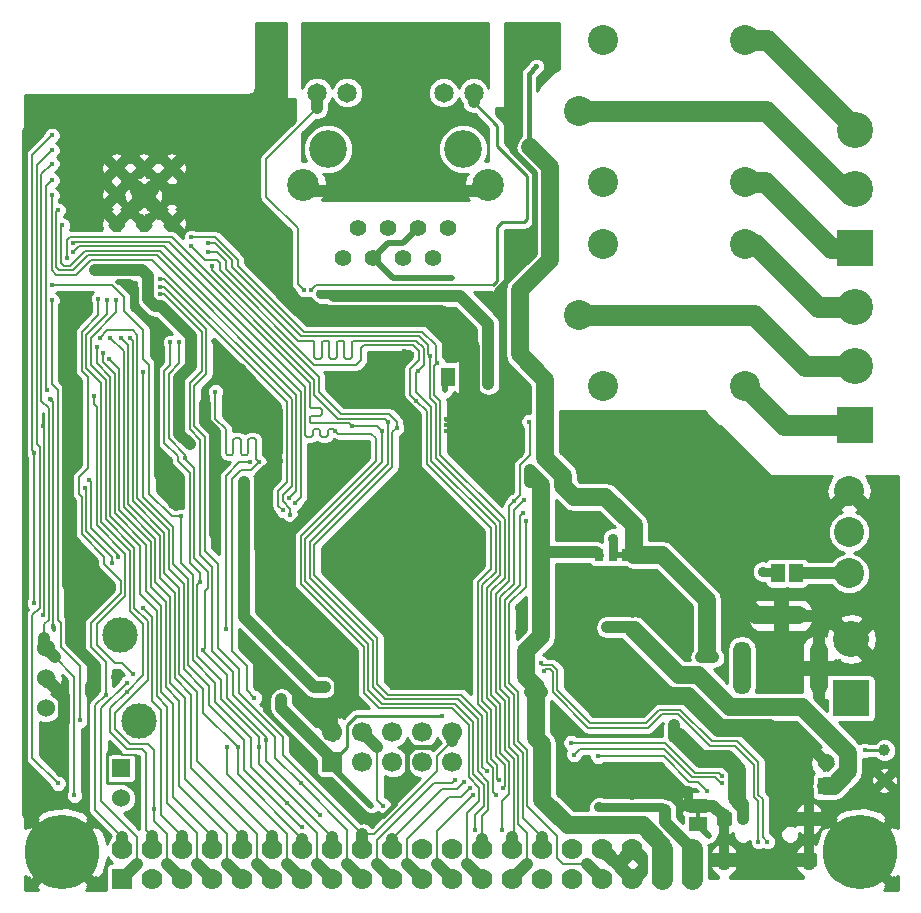
<source format=gbr>
G04 #@! TF.GenerationSoftware,KiCad,Pcbnew,no-vcs-found-ddec803~58~ubuntu14.04.1*
G04 #@! TF.CreationDate,2017-06-01T11:20:01+03:00*
G04 #@! TF.ProjectId,ESP32-EVB_Rev_C,45535033322D4556425F5265765F432E,C*
G04 #@! TF.FileFunction,Copper,L2,Bot,Mixed*
G04 #@! TF.FilePolarity,Positive*
%FSLAX46Y46*%
G04 Gerber Fmt 4.6, Leading zero omitted, Abs format (unit mm)*
G04 Created by KiCad (PCBNEW no-vcs-found-ddec803~58~ubuntu14.04.1) date Thu Jun  1 11:20:01 2017*
%MOMM*%
%LPD*%
G01*
G04 APERTURE LIST*
%ADD10C,0.100000*%
%ADD11C,0.508000*%
%ADD12O,1.200000X1.800000*%
%ADD13C,3.000000*%
%ADD14C,1.524000*%
%ADD15R,1.524000X1.524000*%
%ADD16R,0.400000X0.400000*%
%ADD17R,1.422400X1.422400*%
%ADD18C,1.300000*%
%ADD19C,2.000000*%
%ADD20C,2.540000*%
%ADD21C,1.700000*%
%ADD22R,1.700000X1.700000*%
%ADD23C,3.200000*%
%ADD24C,1.650000*%
%ADD25C,2.700000*%
%ADD26C,1.410000*%
%ADD27R,1.600200X1.168400*%
%ADD28R,0.406400X0.508000*%
%ADD29R,1.168400X1.600200*%
%ADD30R,1.400000X1.400000*%
%ADD31C,1.400000*%
%ADD32C,3.048000*%
%ADD33R,3.048000X3.048000*%
%ADD34C,1.000000*%
%ADD35O,1.500000X4.500000*%
%ADD36O,4.500000X1.500000*%
%ADD37C,6.300000*%
%ADD38C,1.200000*%
%ADD39C,1.778000*%
%ADD40R,1.778000X1.778000*%
%ADD41R,0.762000X1.016000*%
%ADD42C,0.900000*%
%ADD43C,0.450000*%
%ADD44C,0.750000*%
%ADD45C,0.762000*%
%ADD46C,1.778000*%
%ADD47C,1.016000*%
%ADD48C,1.524000*%
%ADD49C,0.406400*%
%ADD50C,0.254000*%
%ADD51C,0.203200*%
G04 APERTURE END LIST*
D10*
D11*
X121158000Y-112776000D02*
X120015000Y-112776000D01*
D12*
X136600000Y-138553000D03*
X136600000Y-135083000D03*
X129400000Y-135083000D03*
X129400000Y-138553000D03*
D13*
X79909000Y-126840000D03*
X78309000Y-119540000D03*
D14*
X72009000Y-125730000D03*
X72009000Y-123190000D03*
X72009000Y-120650000D03*
D15*
X78359000Y-130810000D03*
D14*
X78359000Y-133350000D03*
D16*
X101249000Y-97544000D03*
X101249000Y-98544000D03*
X100449000Y-99344000D03*
X99449000Y-99344000D03*
X98649000Y-98544000D03*
X98649000Y-97544000D03*
X99449000Y-96744000D03*
X100449000Y-96744000D03*
D17*
X99949000Y-98044000D03*
D18*
X77969600Y-84682800D03*
D19*
X80281000Y-82346000D03*
D18*
X82643200Y-84682800D03*
X77969600Y-79983800D03*
X82643200Y-79983800D03*
X80281000Y-79983800D03*
X80281000Y-84682800D03*
X77969600Y-82219000D03*
X82643200Y-82219000D03*
D20*
X140000000Y-114315000D03*
X140000000Y-107315000D03*
X140000000Y-110815000D03*
D21*
X106426000Y-127762000D03*
X106426000Y-130302000D03*
X103886000Y-127762000D03*
X103886000Y-130302000D03*
X101346000Y-127762000D03*
X101346000Y-130302000D03*
X98806000Y-127762000D03*
X98806000Y-130302000D03*
X96266000Y-127762000D03*
D22*
X96266000Y-130302000D03*
D20*
X117176000Y-75184000D03*
X131176000Y-81184000D03*
X131176000Y-69184000D03*
X119176000Y-69184000D03*
X119176000Y-81184000D03*
X117176000Y-92456000D03*
X131176000Y-98456000D03*
X131176000Y-86456000D03*
X119176000Y-86456000D03*
X119176000Y-98456000D03*
D23*
X95885000Y-78359000D03*
X107315000Y-78359000D03*
D24*
X105670000Y-73610500D03*
X94990000Y-73610500D03*
D25*
X93800000Y-81409000D03*
X109400000Y-81409000D03*
D24*
X108210000Y-73610500D03*
X97530000Y-73610500D03*
D26*
X97165000Y-87599000D03*
X98435000Y-85059000D03*
X99705000Y-87599000D03*
X100975000Y-85059000D03*
X102245000Y-87599000D03*
X103515000Y-85059000D03*
X104785000Y-87599000D03*
X106055000Y-85059000D03*
D27*
X127254000Y-135509000D03*
X127254000Y-135509000D03*
X127254000Y-133985000D03*
D28*
X127254000Y-134747000D03*
D29*
X107569000Y-97663000D03*
X107569000Y-97663000D03*
X106045000Y-97663000D03*
D30*
X138046460Y-132326380D03*
D31*
X138043920Y-130314700D03*
D32*
X140500000Y-91774000D03*
D33*
X140500000Y-101774000D03*
D32*
X140500000Y-96774000D03*
X140500000Y-81774000D03*
D33*
X140500000Y-86774000D03*
D32*
X140500000Y-76774000D03*
D34*
X143002000Y-131826000D03*
D35*
X130937000Y-122319000D03*
X137437000Y-122319000D03*
D36*
X134237000Y-117869000D03*
D32*
X140208000Y-119895000D03*
D33*
X140208000Y-124895000D03*
D34*
X143002000Y-129286000D03*
D37*
X140970000Y-137922000D03*
D38*
X140970000Y-135509000D03*
X140970000Y-140335000D03*
X139319000Y-136271000D03*
X142621000Y-136271000D03*
X139319000Y-139700000D03*
X142621000Y-139573000D03*
X143383000Y-137922000D03*
X138557000Y-137922000D03*
X70993000Y-137922000D03*
X75819000Y-137922000D03*
X75057000Y-139573000D03*
X71755000Y-139700000D03*
X75057000Y-136271000D03*
X71755000Y-136271000D03*
X73406000Y-140335000D03*
X73406000Y-135509000D03*
D37*
X73406000Y-137922000D03*
D39*
X126746000Y-137668000D03*
X126746000Y-140208000D03*
X124206000Y-137668000D03*
X124206000Y-140208000D03*
X121666000Y-137668000D03*
X121666000Y-140208000D03*
X119126000Y-137668000D03*
X119126000Y-140208000D03*
X116586000Y-137668000D03*
X116586000Y-140208000D03*
X106426000Y-137668000D03*
X106426000Y-140208000D03*
X103886000Y-137668000D03*
X103886000Y-140208000D03*
X108966000Y-140208000D03*
X108966000Y-137668000D03*
X111506000Y-137668000D03*
X111506000Y-140208000D03*
X114046000Y-140208000D03*
X114046000Y-137668000D03*
X88646000Y-137668000D03*
X88646000Y-140208000D03*
X86106000Y-140208000D03*
X86106000Y-137668000D03*
X83566000Y-137668000D03*
X83566000Y-140208000D03*
D40*
X78486000Y-140208000D03*
D39*
X78486000Y-137668000D03*
X81026000Y-140208000D03*
X81026000Y-137668000D03*
X91186000Y-140208000D03*
X91186000Y-137668000D03*
X93726000Y-140208000D03*
X93726000Y-137668000D03*
X96266000Y-140208000D03*
X96266000Y-137668000D03*
X98806000Y-140208000D03*
X98806000Y-137668000D03*
X101346000Y-140208000D03*
X101346000Y-137668000D03*
D41*
X121158000Y-112776000D03*
X120015000Y-112776000D03*
X118872000Y-112776000D03*
D29*
X133985000Y-114300000D03*
X133985000Y-114300000D03*
X135509000Y-114300000D03*
D42*
X118872000Y-134112000D03*
X124460000Y-134366000D03*
X124460000Y-135382000D03*
X128524000Y-121412000D03*
X127508000Y-121412000D03*
D43*
X113538000Y-71374000D03*
D42*
X112141000Y-95758000D03*
X113030000Y-78232000D03*
D43*
X128143000Y-136525000D03*
X79756000Y-132080000D03*
X72644000Y-118745000D03*
X72390000Y-99568000D03*
X71755000Y-101854000D03*
X71755000Y-117856000D03*
D42*
X135001000Y-133985000D03*
X125476000Y-132715000D03*
X126365000Y-132715000D03*
X73914000Y-94361000D03*
X73914000Y-95631000D03*
X73914000Y-101219000D03*
X75819000Y-124460000D03*
X127508000Y-109728000D03*
D43*
X104902000Y-129032000D03*
D42*
X128524000Y-103251000D03*
X131572000Y-107061000D03*
X135382000Y-107061000D03*
X133985000Y-108458000D03*
X124333000Y-106680000D03*
X124333000Y-103251000D03*
X122809000Y-105029000D03*
X126111000Y-101346000D03*
X91059000Y-69469000D03*
X91059000Y-68199000D03*
X85979000Y-76073000D03*
X83185000Y-76073000D03*
X80391000Y-76073000D03*
X77089000Y-76073000D03*
X75819000Y-83693000D03*
X75565000Y-81280000D03*
X75565000Y-78105000D03*
X75565000Y-74295000D03*
X78740000Y-74295000D03*
X78740000Y-78105000D03*
X81915000Y-78105000D03*
X81915000Y-74295000D03*
X84455000Y-74295000D03*
X84455000Y-78105000D03*
X90551000Y-124079000D03*
X103632000Y-121158000D03*
X101092000Y-121158000D03*
X102362000Y-119761000D03*
X101092000Y-118491000D03*
X101092000Y-116967000D03*
X99949000Y-114173000D03*
X97536000Y-114173000D03*
X106172000Y-114173000D03*
X107950000Y-114173000D03*
X102743000Y-112649000D03*
X97917000Y-110871000D03*
X100457000Y-110871000D03*
X105537000Y-110744000D03*
X107569000Y-110744000D03*
X101219000Y-115443000D03*
X121666000Y-130937000D03*
X121666000Y-131953000D03*
X121666000Y-132969000D03*
X104902000Y-115443000D03*
X73914000Y-108204000D03*
D43*
X86868000Y-96774000D03*
X89662000Y-98425000D03*
D42*
X85471000Y-99949000D03*
X74168000Y-115570000D03*
X73914000Y-102108000D03*
X77978000Y-123063000D03*
X76200000Y-123444000D03*
X86360000Y-108458000D03*
X92583000Y-110998000D03*
X92583000Y-112014000D03*
X92583000Y-113030000D03*
X90170000Y-109982000D03*
X90170000Y-111125000D03*
X74168000Y-120142000D03*
X74168000Y-119126000D03*
X75184000Y-115570000D03*
X82804000Y-107442000D03*
D43*
X79121000Y-89662000D03*
X78613000Y-89662000D03*
X78105000Y-89662000D03*
D42*
X82804000Y-108458000D03*
X73914000Y-104394000D03*
X75184000Y-90805000D03*
X74168000Y-90805000D03*
X103124000Y-101981000D03*
X103124000Y-101092000D03*
X120396000Y-126111000D03*
X133477000Y-131191000D03*
X133477000Y-130175000D03*
X130175000Y-127381000D03*
X118237000Y-114427000D03*
X117094000Y-114427000D03*
X115951000Y-114427000D03*
X126111000Y-105029000D03*
X117475000Y-109601000D03*
X122809000Y-101346000D03*
X117475000Y-105156000D03*
X118491000Y-105156000D03*
X119507000Y-105156000D03*
X119507000Y-106172000D03*
X118491000Y-106172000D03*
X117475000Y-106172000D03*
X112014000Y-103124000D03*
X112014000Y-102108000D03*
X112014000Y-104140000D03*
X110998000Y-103124000D03*
X110998000Y-104140000D03*
X106426000Y-95123000D03*
X111506000Y-85852000D03*
D43*
X111379000Y-88138000D03*
D42*
X91567000Y-104775000D03*
D43*
X89662000Y-97917000D03*
D42*
X91694000Y-74676000D03*
X92710000Y-74676000D03*
X91567000Y-88138000D03*
X92456000Y-88138000D03*
D43*
X105918000Y-102235000D03*
X105918000Y-101727000D03*
X105918000Y-101219000D03*
D42*
X94234000Y-91821000D03*
X110236000Y-91186000D03*
X106426000Y-94107000D03*
D43*
X102362000Y-95504000D03*
X102997000Y-95758000D03*
D42*
X98806000Y-104648000D03*
X102362000Y-122428000D03*
X110998000Y-102108000D03*
X117856000Y-117475000D03*
X116840000Y-117602000D03*
X118364000Y-125095000D03*
X119380000Y-125095000D03*
X120396000Y-125095000D03*
X112141000Y-119253000D03*
X112141000Y-117221000D03*
X103632000Y-118491000D03*
X103632000Y-111125000D03*
X97409000Y-123444000D03*
X76200000Y-115570000D03*
X93980000Y-120015000D03*
X74168000Y-118110000D03*
X90170000Y-112141000D03*
D43*
X86233000Y-94615000D03*
D42*
X123825000Y-109728000D03*
X73914000Y-109474000D03*
X86995000Y-74549000D03*
X72517000Y-74549000D03*
X73533000Y-126873000D03*
X121539000Y-118872000D03*
X119507000Y-118872000D03*
X120523000Y-118872000D03*
D43*
X93726000Y-135763000D03*
X72517000Y-81026000D03*
X72136000Y-98806000D03*
X80264000Y-97282000D03*
X105537000Y-126365000D03*
D42*
X91948000Y-124968000D03*
D43*
X99568000Y-133985000D03*
D42*
X88773000Y-117983000D03*
X84201000Y-103378000D03*
X95631000Y-123952000D03*
X88773000Y-106553000D03*
X88773000Y-107569000D03*
X113030000Y-105537000D03*
X114046000Y-106553000D03*
X114046000Y-124333000D03*
X113030000Y-124333000D03*
X113030000Y-106553000D03*
X88773000Y-113538000D03*
D43*
X84074000Y-97028000D03*
D42*
X76200000Y-88646000D03*
D43*
X106426000Y-89281000D03*
X105791000Y-98806000D03*
X78867000Y-124333000D03*
X77216000Y-91186000D03*
X100584000Y-133985000D03*
X112649000Y-109855000D03*
X70993000Y-104140000D03*
X70993000Y-116840000D03*
X72517000Y-77216000D03*
X108331000Y-136017000D03*
X97917000Y-101854000D03*
X100457000Y-102235000D03*
X74295000Y-86360000D03*
X85725000Y-87122000D03*
X110363000Y-131826000D03*
X107442000Y-131953000D03*
X103505000Y-97155000D03*
X74295000Y-87122000D03*
X96520000Y-102235000D03*
X112903000Y-101473000D03*
X111633000Y-108204000D03*
X93091000Y-108331000D03*
X73406000Y-84836000D03*
X112522000Y-108077000D03*
X92583000Y-107950000D03*
X73025000Y-83566000D03*
X77470000Y-94361000D03*
X77343000Y-96139000D03*
X76327000Y-95123000D03*
X76835000Y-95631000D03*
X76454000Y-91059000D03*
X77089000Y-124587000D03*
X78359000Y-94361000D03*
X79121000Y-94361000D03*
X116713000Y-129667000D03*
X129286000Y-132080000D03*
X129286000Y-131445000D03*
X116459000Y-128651000D03*
X141351000Y-129286000D03*
X118745000Y-129794000D03*
X128016000Y-132715000D03*
D44*
X95250000Y-90678000D03*
D42*
X103505000Y-90805000D03*
D43*
X99314000Y-90805000D03*
D42*
X109474000Y-98298000D03*
D43*
X110617000Y-136017000D03*
X105156000Y-96520000D03*
X84328000Y-85852000D03*
X110744000Y-132461000D03*
X107950000Y-132461000D03*
X104521000Y-95885000D03*
X85725000Y-86360000D03*
X94488000Y-90297000D03*
X93853000Y-90297000D03*
D42*
X103505000Y-68580000D03*
X106680000Y-68580000D03*
X99695000Y-68580000D03*
X96520000Y-68580000D03*
X97790000Y-70485000D03*
X95250000Y-70485000D03*
X105410000Y-70485000D03*
X107950000Y-70485000D03*
X103505000Y-72390000D03*
X99695000Y-72390000D03*
X97155000Y-75565000D03*
X99695000Y-76200000D03*
X103505000Y-76200000D03*
X106045000Y-75565000D03*
X101600000Y-78105000D03*
X101600000Y-74295000D03*
X101600000Y-70485000D03*
X99695000Y-80010000D03*
X103505000Y-80010000D03*
X105410000Y-81915000D03*
X97790000Y-81915000D03*
X101600000Y-81915000D03*
X132715000Y-114173000D03*
D43*
X73025000Y-132080000D03*
X72517000Y-78486000D03*
X74422000Y-133096000D03*
X72517000Y-79629000D03*
X84328000Y-86614000D03*
X110109000Y-133096000D03*
X108204000Y-133096000D03*
X103378000Y-99695000D03*
X100965000Y-101473000D03*
X73787000Y-87630000D03*
X112395000Y-109220000D03*
X92710000Y-109347000D03*
X72517000Y-82296000D03*
X92075000Y-108966000D03*
X80264000Y-117221000D03*
X81661000Y-89408000D03*
X81153000Y-134239000D03*
X77978000Y-91186000D03*
X78867000Y-123571000D03*
X86360000Y-98933000D03*
X90043000Y-104902000D03*
X89662000Y-124841000D03*
X95250000Y-134747000D03*
X90678000Y-128397000D03*
X85344000Y-120777000D03*
X83820000Y-104521000D03*
X83312000Y-94742000D03*
X74930000Y-126746000D03*
X72517000Y-91186000D03*
X87376000Y-129032000D03*
X88265000Y-129032000D03*
X76581000Y-94361000D03*
X92456000Y-133731000D03*
X72517000Y-89916000D03*
X83439000Y-109474000D03*
X90043000Y-129032000D03*
X82550000Y-94742000D03*
X85090000Y-115062000D03*
X93599000Y-132080000D03*
X81661000Y-90678000D03*
X81661000Y-90043000D03*
X106680000Y-131826000D03*
X109347000Y-131064000D03*
X101727000Y-101981000D03*
X86106000Y-88265000D03*
D42*
X125222000Y-128143000D03*
X125222000Y-127127000D03*
X131064000Y-135128000D03*
X131064000Y-134239000D03*
D43*
X75311000Y-107061000D03*
X77597000Y-113411000D03*
X75692000Y-106426000D03*
X78105000Y-112903000D03*
X113919000Y-121920000D03*
X133096000Y-137033000D03*
X132334000Y-137033000D03*
X114173000Y-122555000D03*
X87249000Y-118999000D03*
X89281000Y-104902000D03*
D42*
X120015000Y-111379000D03*
D43*
X79375000Y-122809000D03*
X76073000Y-99314000D03*
D45*
X118872000Y-134112000D02*
X124206000Y-134112000D01*
X124206000Y-134112000D02*
X124460000Y-134366000D01*
D46*
X126746000Y-137668000D02*
X126746000Y-140208000D01*
D47*
X126746000Y-137668000D02*
X124460000Y-135382000D01*
X124460000Y-135382000D02*
X124460000Y-134366000D01*
D48*
X128016000Y-120904000D02*
X128016000Y-116586000D01*
D47*
X128016000Y-121412000D02*
X128016000Y-120904000D01*
X127508000Y-121412000D02*
X128016000Y-121412000D01*
X128016000Y-121412000D02*
X128524000Y-121412000D01*
D48*
X121793000Y-112776000D02*
X124206000Y-112776000D01*
X124206000Y-112776000D02*
X128016000Y-116586000D01*
X121793000Y-112776000D02*
X121793000Y-110236000D01*
X121793000Y-110236000D02*
X119380000Y-107823000D01*
X119380000Y-107823000D02*
X116713000Y-107823000D01*
X116713000Y-107823000D02*
X115824000Y-106934000D01*
X115824000Y-106934000D02*
X115824000Y-106045000D01*
D45*
X121158000Y-112776000D02*
X121793000Y-112776000D01*
D48*
X112141000Y-95758000D02*
X112141000Y-90297000D01*
X112141000Y-90297000D02*
X114681000Y-87757000D01*
D49*
X113538000Y-71374000D02*
X112903000Y-72009000D01*
X112903000Y-72009000D02*
X112903000Y-78105000D01*
X112903000Y-78105000D02*
X113030000Y-78232000D01*
D48*
X112141000Y-95758000D02*
X114300000Y-97917000D01*
X114300000Y-97917000D02*
X114300000Y-104521000D01*
X114681000Y-87757000D02*
X114681000Y-79883000D01*
X113030000Y-78232000D02*
X114681000Y-79883000D01*
X115824000Y-106045000D02*
X114300000Y-104521000D01*
D50*
X127254000Y-134747000D02*
X127254000Y-135509000D01*
D11*
X127254000Y-135509000D02*
X127254000Y-135636000D01*
X127254000Y-135636000D02*
X128143000Y-136525000D01*
D50*
X71755000Y-101854000D02*
X71755000Y-100711000D01*
D51*
X78486000Y-129667000D02*
X78232000Y-129413000D01*
X79756000Y-132080000D02*
X79756000Y-129667000D01*
X79756000Y-129667000D02*
X78486000Y-129667000D01*
D50*
X77216000Y-129540000D02*
X77470000Y-129286000D01*
X77216000Y-132080000D02*
X77216000Y-129540000D01*
X75819000Y-124460000D02*
X75565000Y-124714000D01*
X75565000Y-124714000D02*
X75565000Y-127762000D01*
X75565000Y-127762000D02*
X75438000Y-127889000D01*
X79756000Y-132080000D02*
X77216000Y-132080000D01*
D51*
X72390000Y-99568000D02*
X72644000Y-99822000D01*
X72644000Y-99822000D02*
X72644000Y-118745000D01*
X71755000Y-101854000D02*
X71882000Y-101981000D01*
X71882000Y-101981000D02*
X71882000Y-117729000D01*
X71755000Y-117856000D02*
X71882000Y-117729000D01*
D47*
X135636000Y-133350000D02*
X135001000Y-133985000D01*
D45*
X126365000Y-132715000D02*
X125476000Y-132715000D01*
D47*
X121666000Y-132715000D02*
X125476000Y-132715000D01*
X127254000Y-133985000D02*
X126365000Y-133985000D01*
D45*
X126365000Y-133985000D02*
X126365000Y-132715000D01*
D47*
X129400000Y-135083000D02*
X129400000Y-134861000D01*
X129400000Y-134861000D02*
X128524000Y-133985000D01*
X128524000Y-133985000D02*
X127254000Y-133985000D01*
X73914000Y-109474000D02*
X73914000Y-115316000D01*
X73914000Y-115316000D02*
X74168000Y-115570000D01*
X73914000Y-101219000D02*
X73914000Y-102108000D01*
X73914000Y-95631000D02*
X73914000Y-101219000D01*
X73533000Y-124714000D02*
X73533000Y-126873000D01*
X75819000Y-124460000D02*
X75819000Y-123825000D01*
X75819000Y-123825000D02*
X76200000Y-123444000D01*
D11*
X107569000Y-97663000D02*
X107823000Y-97663000D01*
X107823000Y-97663000D02*
X108204000Y-97536000D01*
X108204000Y-97536000D02*
X107823000Y-97663000D01*
D49*
X102616000Y-129413000D02*
X102997000Y-129032000D01*
X102997000Y-129032000D02*
X104902000Y-129032000D01*
X93218000Y-129667000D02*
X98425000Y-134874000D01*
X98425000Y-134874000D02*
X100584000Y-134874000D01*
X100584000Y-134874000D02*
X101600000Y-133858000D01*
X101600000Y-133858000D02*
X101600000Y-132461000D01*
X101600000Y-132461000D02*
X102616000Y-131445000D01*
X102616000Y-131445000D02*
X102616000Y-129413000D01*
X93218000Y-128524000D02*
X93218000Y-129667000D01*
X90551000Y-124079000D02*
X90551000Y-125857000D01*
X90551000Y-125857000D02*
X93218000Y-128524000D01*
D47*
X128524000Y-103251000D02*
X128524000Y-104013000D01*
X128524000Y-104013000D02*
X131572000Y-107061000D01*
X135382000Y-107061000D02*
X133985000Y-108458000D01*
X124333000Y-105029000D02*
X124333000Y-106680000D01*
X126111000Y-105029000D02*
X124333000Y-105029000D01*
X124333000Y-105029000D02*
X122809000Y-105029000D01*
X126111000Y-101346000D02*
X126111000Y-105029000D01*
X91059000Y-69469000D02*
X91059000Y-68199000D01*
X85979000Y-76073000D02*
X83185000Y-76073000D01*
X80391000Y-76073000D02*
X77089000Y-76073000D01*
X75565000Y-81280000D02*
X75565000Y-78105000D01*
X75565000Y-74295000D02*
X78740000Y-74295000D01*
X78740000Y-78105000D02*
X81915000Y-78105000D01*
X81915000Y-74295000D02*
X84455000Y-74295000D01*
X84455000Y-78105000D02*
X84455000Y-78172000D01*
X84455000Y-78172000D02*
X82643200Y-79983800D01*
X102362000Y-121158000D02*
X103632000Y-121158000D01*
X101092000Y-118491000D02*
X101092000Y-116967000D01*
X101219000Y-115443000D02*
X99949000Y-114173000D01*
X104902000Y-115443000D02*
X106172000Y-114173000D01*
X103632000Y-112649000D02*
X102743000Y-112649000D01*
X97917000Y-110871000D02*
X100457000Y-110871000D01*
X105537000Y-110744000D02*
X107569000Y-110744000D01*
X103505000Y-115443000D02*
X101219000Y-115443000D01*
X121666000Y-131953000D02*
X121666000Y-130937000D01*
X121666000Y-131953000D02*
X121666000Y-132715000D01*
X121666000Y-132715000D02*
X121666000Y-132969000D01*
X103632000Y-111125000D02*
X103124000Y-110617000D01*
X103124000Y-110617000D02*
X103124000Y-109728000D01*
X103632000Y-115443000D02*
X103505000Y-115443000D01*
X103505000Y-115443000D02*
X104902000Y-115443000D01*
X96266000Y-127762000D02*
X96266000Y-126238000D01*
X96266000Y-126238000D02*
X96901000Y-125603000D01*
X74168000Y-118110000D02*
X74168000Y-115570000D01*
X93980000Y-120015000D02*
X92710000Y-120015000D01*
X92710000Y-120015000D02*
X90297000Y-117602000D01*
X86360000Y-108458000D02*
X86360000Y-102362000D01*
X86360000Y-102362000D02*
X85471000Y-101473000D01*
X85471000Y-101473000D02*
X85471000Y-99949000D01*
D11*
X89662000Y-98425000D02*
X89662000Y-97917000D01*
X91694000Y-100457000D02*
X89662000Y-98425000D01*
X89662000Y-97917000D02*
X88519000Y-96774000D01*
X88519000Y-96774000D02*
X86868000Y-96774000D01*
X86233000Y-94615000D02*
X86868000Y-95250000D01*
X86868000Y-95250000D02*
X86868000Y-96774000D01*
D47*
X74168000Y-120142000D02*
X76200000Y-122174000D01*
X76200000Y-122174000D02*
X76200000Y-123444000D01*
X86360000Y-108458000D02*
X86360000Y-110998000D01*
X98806000Y-104648000D02*
X92583000Y-110871000D01*
X92583000Y-110871000D02*
X92583000Y-110998000D01*
X92583000Y-110998000D02*
X92583000Y-112014000D01*
X92583000Y-113030000D02*
X92583000Y-112014000D01*
X90170000Y-109982000D02*
X90170000Y-106172000D01*
X90170000Y-106172000D02*
X91567000Y-104775000D01*
X90170000Y-109982000D02*
X90170000Y-111125000D01*
X90170000Y-111125000D02*
X90170000Y-112141000D01*
X74168000Y-119126000D02*
X74168000Y-120142000D01*
X74168000Y-118110000D02*
X74168000Y-119126000D01*
X75184000Y-115570000D02*
X74168000Y-115570000D01*
X76200000Y-115570000D02*
X75184000Y-115570000D01*
D11*
X81407000Y-106045000D02*
X82804000Y-107442000D01*
D45*
X82804000Y-107442000D02*
X82804000Y-108458000D01*
D11*
X79121000Y-89662000D02*
X78613000Y-89662000D01*
X78613000Y-89662000D02*
X78105000Y-89662000D01*
X79629000Y-91948000D02*
X79629000Y-90170000D01*
X79629000Y-90170000D02*
X79121000Y-89662000D01*
X81407000Y-106045000D02*
X81407000Y-93726000D01*
X81407000Y-93726000D02*
X79629000Y-91948000D01*
D47*
X73914000Y-104394000D02*
X73914000Y-108204000D01*
X73914000Y-108204000D02*
X73914000Y-109474000D01*
X73914000Y-102108000D02*
X73914000Y-104394000D01*
D46*
X91567000Y-88138000D02*
X85648000Y-82219000D01*
X85648000Y-82219000D02*
X82643200Y-82219000D01*
D11*
X70231000Y-76835000D02*
X70231000Y-134747000D01*
X70231000Y-134747000D02*
X73406000Y-137922000D01*
D48*
X103124000Y-101981000D02*
X103124000Y-109728000D01*
X103124000Y-101092000D02*
X103124000Y-101981000D01*
X99949000Y-98044000D02*
X100076000Y-98044000D01*
X100076000Y-98044000D02*
X103124000Y-101092000D01*
D49*
X105918000Y-101219000D02*
X107823000Y-101219000D01*
X107823000Y-101219000D02*
X107188000Y-101219000D01*
X107188000Y-101219000D02*
X107823000Y-101219000D01*
D45*
X133477000Y-131191000D02*
X133477000Y-130175000D01*
D48*
X129032000Y-127381000D02*
X126365000Y-124714000D01*
X126365000Y-124714000D02*
X122428000Y-124714000D01*
X135636000Y-129794000D02*
X133223000Y-127381000D01*
X133223000Y-127381000D02*
X130175000Y-127381000D01*
X130175000Y-127381000D02*
X129032000Y-127381000D01*
X135636000Y-133357000D02*
X135636000Y-133350000D01*
X135636000Y-133350000D02*
X135636000Y-129794000D01*
D47*
X116840000Y-117475000D02*
X115951000Y-116586000D01*
X115951000Y-116586000D02*
X115951000Y-114427000D01*
X118237000Y-114427000D02*
X117094000Y-114427000D01*
X115951000Y-114427000D02*
X117094000Y-114427000D01*
X119507000Y-106172000D02*
X120396000Y-106172000D01*
X120396000Y-106172000D02*
X123825000Y-109728000D01*
X119507000Y-106172000D02*
X119507000Y-106172000D01*
X119507000Y-106172000D02*
X118491000Y-106172000D01*
X118491000Y-105156000D02*
X119507000Y-105156000D01*
X117475000Y-105156000D02*
X118491000Y-105156000D01*
X119507000Y-105156000D02*
X119507000Y-106172000D01*
X118491000Y-106172000D02*
X117475000Y-106172000D01*
X112014000Y-102108000D02*
X110998000Y-102108000D01*
X112014000Y-104140000D02*
X110998000Y-104140000D01*
X112014000Y-103124000D02*
X112014000Y-104140000D01*
X112014000Y-103124000D02*
X112014000Y-102108000D01*
D46*
X107823000Y-101854000D02*
X109093000Y-103124000D01*
X109093000Y-103124000D02*
X110998000Y-103124000D01*
D47*
X110998000Y-103124000D02*
X110998000Y-102108000D01*
X110998000Y-103124000D02*
X110998000Y-104140000D01*
D11*
X107823000Y-99568000D02*
X110998000Y-99568000D01*
D46*
X105410000Y-92456000D02*
X106426000Y-93472000D01*
X106426000Y-93472000D02*
X106426000Y-94107000D01*
X107823000Y-95123000D02*
X106426000Y-95123000D01*
X106426000Y-95123000D02*
X106426000Y-94107000D01*
D11*
X110617000Y-92329000D02*
X110236000Y-91948000D01*
X110236000Y-91948000D02*
X110236000Y-91186000D01*
X110236000Y-90424000D02*
X110236000Y-91186000D01*
X113411000Y-85852000D02*
X111506000Y-85852000D01*
D45*
X91694000Y-104013000D02*
X91694000Y-100457000D01*
X91567000Y-104775000D02*
X91567000Y-104140000D01*
X91567000Y-104140000D02*
X91694000Y-104013000D01*
D11*
X113411000Y-80391000D02*
X111506000Y-78486000D01*
X111506000Y-78486000D02*
X111506000Y-71628000D01*
X110236000Y-90424000D02*
X113411000Y-87249000D01*
X113411000Y-87249000D02*
X113411000Y-85852000D01*
X113411000Y-85852000D02*
X113411000Y-85725000D01*
X113411000Y-85725000D02*
X113411000Y-80391000D01*
D47*
X92710000Y-74676000D02*
X91694000Y-74676000D01*
D48*
X91567000Y-89916000D02*
X91567000Y-88138000D01*
X94234000Y-91821000D02*
X93472000Y-91821000D01*
X93472000Y-91821000D02*
X91567000Y-89916000D01*
D11*
X110998000Y-102108000D02*
X110998000Y-99568000D01*
X110998000Y-99568000D02*
X110998000Y-97155000D01*
X110998000Y-97155000D02*
X110617000Y-96774000D01*
X110617000Y-92329000D02*
X110617000Y-96774000D01*
D46*
X107823000Y-101981000D02*
X107823000Y-101854000D01*
X107823000Y-101854000D02*
X107823000Y-101219000D01*
X107823000Y-101219000D02*
X107823000Y-99568000D01*
X107823000Y-99568000D02*
X107823000Y-97663000D01*
X107823000Y-97663000D02*
X107823000Y-95123000D01*
D50*
X102362000Y-95504000D02*
X102743000Y-95504000D01*
X102743000Y-95504000D02*
X102997000Y-95758000D01*
D47*
X102362000Y-122428000D02*
X102362000Y-121158000D01*
X102362000Y-121158000D02*
X102362000Y-119761000D01*
X102362000Y-119761000D02*
X103632000Y-118491000D01*
D48*
X118364000Y-125095000D02*
X116840000Y-123571000D01*
X116840000Y-123571000D02*
X116840000Y-117475000D01*
X116840000Y-117475000D02*
X116840000Y-117602000D01*
D45*
X112141000Y-119253000D02*
X112141000Y-117221000D01*
D47*
X103632000Y-118491000D02*
X103632000Y-115443000D01*
X103632000Y-115443000D02*
X103632000Y-112649000D01*
X103632000Y-112649000D02*
X103632000Y-111125000D01*
X97409000Y-123444000D02*
X96901000Y-123444000D01*
X96901000Y-123444000D02*
X97028000Y-123444000D01*
X97028000Y-123444000D02*
X96901000Y-123444000D01*
X73533000Y-124714000D02*
X72009000Y-123190000D01*
X90297000Y-112268000D02*
X90297000Y-117602000D01*
X93980000Y-120015000D02*
X94615000Y-120015000D01*
X94615000Y-120015000D02*
X96901000Y-122301000D01*
X96901000Y-122301000D02*
X96901000Y-123444000D01*
X96901000Y-123444000D02*
X96901000Y-125603000D01*
X90170000Y-112141000D02*
X90297000Y-112268000D01*
D46*
X94869000Y-92456000D02*
X105410000Y-92456000D01*
X94234000Y-91821000D02*
X94869000Y-92456000D01*
D48*
X134237000Y-117869000D02*
X132093000Y-117869000D01*
X132093000Y-117869000D02*
X123825000Y-109728000D01*
D11*
X72517000Y-74549000D02*
X70231000Y-76835000D01*
D48*
X139946380Y-129532380D02*
X136017000Y-125603000D01*
X136017000Y-125603000D02*
X129921000Y-125603000D01*
X125603000Y-122936000D02*
X121793000Y-119126000D01*
D47*
X121793000Y-119126000D02*
X121539000Y-118872000D01*
D48*
X127254000Y-122936000D02*
X125603000Y-122936000D01*
X138046460Y-132326380D02*
X138691620Y-132326380D01*
X138691620Y-132326380D02*
X139946380Y-131071620D01*
X139946380Y-131071620D02*
X139946380Y-129532380D01*
D47*
X121539000Y-118872000D02*
X120523000Y-118872000D01*
D48*
X129921000Y-125603000D02*
X127254000Y-122936000D01*
D47*
X120523000Y-118872000D02*
X119507000Y-118872000D01*
D51*
X88773000Y-128397000D02*
X88773000Y-130937000D01*
X85852000Y-123825000D02*
X85852000Y-125476000D01*
X84074000Y-114808000D02*
X84074000Y-122047000D01*
X82804000Y-113538000D02*
X84074000Y-114808000D01*
X82804000Y-113538000D02*
X82804000Y-110363000D01*
X80264000Y-97282000D02*
X80264000Y-107823000D01*
X93599000Y-135763000D02*
X93726000Y-135763000D01*
X84074000Y-122047000D02*
X85852000Y-123825000D01*
X88773000Y-130937000D02*
X93599000Y-135763000D01*
X85852000Y-125476000D02*
X88773000Y-128397000D01*
X82804000Y-110363000D02*
X80264000Y-107823000D01*
X72009000Y-98552000D02*
X72136000Y-98679000D01*
X72009000Y-81534000D02*
X72009000Y-98552000D01*
X72517000Y-81026000D02*
X72009000Y-81534000D01*
X72136000Y-98679000D02*
X72136000Y-98806000D01*
D47*
X96266000Y-130302000D02*
X96266000Y-130048000D01*
X96266000Y-130048000D02*
X91948000Y-125730000D01*
X91948000Y-125730000D02*
X91948000Y-124968000D01*
D50*
X105537000Y-126365000D02*
X104648000Y-126365000D01*
X96266000Y-130302000D02*
X97536000Y-129032000D01*
X97536000Y-129032000D02*
X97536000Y-127127000D01*
X97536000Y-127127000D02*
X98298000Y-126365000D01*
X98298000Y-126365000D02*
X104648000Y-126365000D01*
D11*
X99568000Y-133985000D02*
X96266000Y-130683000D01*
X96266000Y-130683000D02*
X96266000Y-130302000D01*
D47*
X83312000Y-102489000D02*
X84201000Y-103378000D01*
X95631000Y-123952000D02*
X94742000Y-123952000D01*
X94742000Y-123952000D02*
X88773000Y-117983000D01*
X88773000Y-113538000D02*
X88773000Y-117983000D01*
X88773000Y-107569000D02*
X88773000Y-113538000D01*
X88773000Y-106553000D02*
X88773000Y-107569000D01*
X80137000Y-88646000D02*
X80645000Y-89154000D01*
X80645000Y-89154000D02*
X80645000Y-91059000D01*
X80645000Y-91059000D02*
X81280000Y-91694000D01*
X76200000Y-88646000D02*
X80137000Y-88646000D01*
X81280000Y-91694000D02*
X81788000Y-91694000D01*
X84074000Y-97028000D02*
X83312000Y-97790000D01*
X83312000Y-97790000D02*
X83312000Y-102489000D01*
X84074000Y-97028000D02*
X84328000Y-96774000D01*
X84328000Y-96774000D02*
X84328000Y-94234000D01*
D48*
X113538000Y-124333000D02*
X113538000Y-123952000D01*
X113538000Y-123952000D02*
X112649000Y-123063000D01*
X112649000Y-123063000D02*
X112649000Y-120904000D01*
X113538000Y-124333000D02*
X113538000Y-128270000D01*
D47*
X113030000Y-124333000D02*
X113538000Y-124333000D01*
X113538000Y-124333000D02*
X114046000Y-124333000D01*
D48*
X116205000Y-135636000D02*
X114046000Y-133477000D01*
X114046000Y-133477000D02*
X114046000Y-128778000D01*
X114046000Y-128778000D02*
X113538000Y-128270000D01*
D46*
X124206000Y-137668000D02*
X124206000Y-140208000D01*
D47*
X113919000Y-112522000D02*
X118618000Y-112522000D01*
D45*
X118618000Y-112522000D02*
X118872000Y-112776000D01*
D47*
X114046000Y-106680000D02*
X113919000Y-106807000D01*
X114046000Y-106553000D02*
X114046000Y-106680000D01*
X114046000Y-106553000D02*
X113030000Y-105537000D01*
X113030000Y-106553000D02*
X113030000Y-105537000D01*
X113030000Y-106553000D02*
X114046000Y-106553000D01*
D48*
X116205000Y-135636000D02*
X122555000Y-135636000D01*
X122555000Y-135636000D02*
X124206000Y-137287000D01*
X124206000Y-137287000D02*
X124206000Y-137668000D01*
X112649000Y-120904000D02*
X113919000Y-119634000D01*
X113919000Y-119634000D02*
X113919000Y-112522000D01*
X113919000Y-112522000D02*
X113919000Y-106807000D01*
D47*
X84328000Y-94234000D02*
X81788000Y-91694000D01*
D11*
X99705000Y-87599000D02*
X101387000Y-89281000D01*
X101387000Y-89281000D02*
X106426000Y-89281000D01*
X103515000Y-85059000D02*
X102214000Y-86360000D01*
X102214000Y-86360000D02*
X100944000Y-86360000D01*
X100944000Y-86360000D02*
X99705000Y-87599000D01*
X105791000Y-98806000D02*
X105791000Y-97917000D01*
X105791000Y-97917000D02*
X106045000Y-97663000D01*
D46*
X140500000Y-91774000D02*
X137367000Y-91774000D01*
X137367000Y-91774000D02*
X132049000Y-86456000D01*
X132049000Y-86456000D02*
X131176000Y-86456000D01*
X140500000Y-101774000D02*
X134494000Y-101774000D01*
X134494000Y-101774000D02*
X131176000Y-98456000D01*
X140500000Y-96774000D02*
X136271000Y-96774000D01*
X136271000Y-96774000D02*
X131953000Y-92456000D01*
X131953000Y-92456000D02*
X117176000Y-92456000D01*
X140500000Y-81774000D02*
X139559000Y-81774000D01*
X139559000Y-81774000D02*
X132969000Y-75184000D01*
X132969000Y-75184000D02*
X117176000Y-75184000D01*
X140500000Y-86774000D02*
X138463000Y-86774000D01*
X138463000Y-86774000D02*
X132873000Y-81184000D01*
X132873000Y-81184000D02*
X131176000Y-81184000D01*
X140500000Y-76774000D02*
X140500000Y-76619000D01*
X140500000Y-76619000D02*
X133065000Y-69184000D01*
X133065000Y-69184000D02*
X131176000Y-69184000D01*
D51*
X80518000Y-136017000D02*
X80518000Y-129540000D01*
X80518000Y-129540000D02*
X80137000Y-129159000D01*
X80137000Y-129159000D02*
X78867000Y-129159000D01*
X78867000Y-129159000D02*
X77470000Y-127762000D01*
X80264000Y-122936000D02*
X78867000Y-124333000D01*
X80264000Y-118618000D02*
X80264000Y-122936000D01*
X79121000Y-117475000D02*
X79121000Y-112395000D01*
X76708000Y-98171000D02*
X76708000Y-109982000D01*
X79121000Y-117475000D02*
X80264000Y-118618000D01*
X75438000Y-94107000D02*
X77216000Y-92329000D01*
X75438000Y-96901000D02*
X75438000Y-94107000D01*
X77216000Y-91186000D02*
X77216000Y-92329000D01*
X79121000Y-112395000D02*
X76708000Y-109982000D01*
X75438000Y-96901000D02*
X76708000Y-98171000D01*
X81026000Y-136525000D02*
X80518000Y-136017000D01*
D47*
X81026000Y-137668000D02*
X81026000Y-136525000D01*
D51*
X78867000Y-124333000D02*
X77470000Y-125730000D01*
X77470000Y-125730000D02*
X77470000Y-127762000D01*
X100584000Y-133985000D02*
X100076000Y-133477000D01*
X100076000Y-133477000D02*
X100076000Y-129032000D01*
D47*
X100076000Y-129032000D02*
X98806000Y-127762000D01*
D51*
X70866000Y-103886000D02*
X70993000Y-104013000D01*
X70993000Y-104013000D02*
X70993000Y-104140000D01*
X70866000Y-103886000D02*
X70866000Y-78867000D01*
X112649000Y-109855000D02*
X112649000Y-111379000D01*
X112649000Y-111379000D02*
X112649000Y-115443000D01*
X112649000Y-115443000D02*
X111252000Y-116840000D01*
X111252000Y-123571000D02*
X112014000Y-124333000D01*
X111252000Y-116840000D02*
X111252000Y-123571000D01*
X112014000Y-124333000D02*
X112014000Y-128524000D01*
X112014000Y-128524000D02*
X112776000Y-129286000D01*
X112776000Y-133985000D02*
X115316000Y-136525000D01*
X115316000Y-136525000D02*
X115316000Y-138430000D01*
X115316000Y-138430000D02*
X115824000Y-138938000D01*
X112776000Y-129286000D02*
X112776000Y-133985000D01*
X115824000Y-138938000D02*
X117856000Y-138938000D01*
D47*
X117856000Y-138938000D02*
X119126000Y-140208000D01*
D51*
X70993000Y-104140000D02*
X70993000Y-116840000D01*
X72517000Y-77216000D02*
X70866000Y-78867000D01*
X94361000Y-98171000D02*
X94361000Y-100203000D01*
X95250000Y-100330000D02*
X94488000Y-100330000D01*
X94488000Y-100330000D02*
X94361000Y-100203000D01*
X95377000Y-100457000D02*
X95250000Y-100330000D01*
X95377000Y-100838000D02*
X95377000Y-100457000D01*
X95250000Y-100965000D02*
X95377000Y-100838000D01*
X94488000Y-100965000D02*
X95250000Y-100965000D01*
X94361000Y-101092000D02*
X94361000Y-101473000D01*
X94361000Y-101092000D02*
X94488000Y-100965000D01*
X74295000Y-86360000D02*
X74422000Y-86233000D01*
X74422000Y-86233000D02*
X82423000Y-86233000D01*
X82423000Y-86233000D02*
X94361000Y-98171000D01*
X94361000Y-101473000D02*
X94488000Y-101600000D01*
X94488000Y-101600000D02*
X97663000Y-101600000D01*
X97663000Y-101600000D02*
X97917000Y-101854000D01*
X100457000Y-104902000D02*
X100457000Y-102235000D01*
X93980000Y-114935000D02*
X99314000Y-120269000D01*
X99314000Y-120269000D02*
X99314000Y-124206000D01*
X99314000Y-124206000D02*
X100457000Y-125349000D01*
X100457000Y-125349000D02*
X106680000Y-125349000D01*
X106680000Y-125349000D02*
X108204000Y-126873000D01*
X108204000Y-131318000D02*
X108204000Y-126873000D01*
X108331000Y-134747000D02*
X109093000Y-133985000D01*
X109093000Y-133985000D02*
X109093000Y-132207000D01*
X109093000Y-132207000D02*
X108204000Y-131318000D01*
X108331000Y-136017000D02*
X108331000Y-134747000D01*
X100457000Y-104902000D02*
X93980000Y-111379000D01*
X93980000Y-111379000D02*
X93980000Y-114935000D01*
X97917000Y-101854000D02*
X100076000Y-101854000D01*
X100076000Y-101854000D02*
X100457000Y-102235000D01*
X95250000Y-96139000D02*
X94869000Y-96139000D01*
X104013000Y-96647000D02*
X103505000Y-97155000D01*
X104013000Y-95250000D02*
X104013000Y-96647000D01*
X95377000Y-94742000D02*
X95504000Y-94615000D01*
X95377000Y-96012000D02*
X95377000Y-94742000D01*
X103378000Y-94615000D02*
X104013000Y-95250000D01*
X87249000Y-88519000D02*
X93345000Y-94615000D01*
X87249000Y-87884000D02*
X87249000Y-88519000D01*
X86487009Y-87122009D02*
X87249000Y-87884000D01*
X95250000Y-96139000D02*
X95377000Y-96012000D01*
X85725000Y-87122000D02*
X86487009Y-87122009D01*
X95885000Y-94615000D02*
X96012000Y-94742000D01*
X95504000Y-94615000D02*
X95885000Y-94615000D01*
X96012000Y-94742000D02*
X96012000Y-96012000D01*
X96012000Y-96012000D02*
X96139000Y-96139000D01*
X96139000Y-96139000D02*
X96520000Y-96139000D01*
X96520000Y-96139000D02*
X96647000Y-96012000D01*
X96647000Y-94742000D02*
X96774000Y-94615000D01*
X96647000Y-96012000D02*
X96647000Y-94742000D01*
X97155000Y-94615000D02*
X97282000Y-94742000D01*
X96774000Y-94615000D02*
X97155000Y-94615000D01*
X97282000Y-94742000D02*
X97282000Y-96012000D01*
X97282000Y-96012000D02*
X97409000Y-96139000D01*
X97409000Y-96139000D02*
X97790000Y-96139000D01*
X97790000Y-96139000D02*
X97917000Y-96012000D01*
X97917000Y-94742000D02*
X98044000Y-94615000D01*
X97917000Y-96012000D02*
X97917000Y-94742000D01*
X98044000Y-94615000D02*
X103378000Y-94615000D01*
X94615000Y-94615000D02*
X93345000Y-94615000D01*
X94742000Y-94742000D02*
X94615000Y-94615000D01*
X94742000Y-96012000D02*
X94742000Y-94742000D01*
X94869000Y-96139000D02*
X94742000Y-96012000D01*
X106807000Y-132588000D02*
X107442000Y-131953000D01*
X110236000Y-130556000D02*
X109728000Y-130048000D01*
X109728000Y-130048000D02*
X109728000Y-125857000D01*
X109728000Y-125857000D02*
X108966000Y-125095000D01*
X108966000Y-125095000D02*
X108966000Y-115316000D01*
X110363000Y-131826000D02*
X110236000Y-131699000D01*
X110236000Y-131699000D02*
X110236000Y-130556000D01*
X110109000Y-114173000D02*
X108966000Y-115316000D01*
X104648000Y-104775000D02*
X110109000Y-110236000D01*
X110109000Y-110236000D02*
X110109000Y-114173000D01*
X104648000Y-100203000D02*
X104648000Y-104775000D01*
X103505000Y-97155000D02*
X103378000Y-97282000D01*
X103378000Y-97282000D02*
X103378000Y-98933000D01*
X103378000Y-98933000D02*
X104648000Y-100203000D01*
X105537000Y-132588000D02*
X106807000Y-132588000D01*
X101346000Y-136779000D02*
X105537000Y-132588000D01*
D47*
X101346000Y-137668000D02*
X101346000Y-136779000D01*
D51*
X96012000Y-102108000D02*
X96393000Y-102108000D01*
X95885000Y-102616000D02*
X95885000Y-102235000D01*
X95885000Y-102235000D02*
X96012000Y-102108000D01*
X95758000Y-102743000D02*
X95885000Y-102616000D01*
X95377000Y-102743000D02*
X95758000Y-102743000D01*
X95250000Y-102616000D02*
X95377000Y-102743000D01*
X95250000Y-102235000D02*
X95250000Y-102616000D01*
X94742000Y-102108000D02*
X95123000Y-102108000D01*
X95123000Y-102108000D02*
X95250000Y-102235000D01*
X74295000Y-87122000D02*
X74803000Y-86614000D01*
X74803000Y-86614000D02*
X82042000Y-86614000D01*
X93980000Y-102616000D02*
X94107000Y-102743000D01*
X82042000Y-86614000D02*
X93980000Y-98552000D01*
X93980000Y-98552000D02*
X93980000Y-102616000D01*
X94615000Y-102616000D02*
X94615000Y-102235000D01*
X94107000Y-102743000D02*
X94488000Y-102743000D01*
X94488000Y-102743000D02*
X94615000Y-102616000D01*
X94615000Y-102235000D02*
X94742000Y-102108000D01*
X96393000Y-102108000D02*
X96520000Y-102235000D01*
X93599000Y-115189000D02*
X98933000Y-120523000D01*
X98933000Y-120523000D02*
X98933000Y-124460000D01*
X98933000Y-124460000D02*
X100203000Y-125730000D01*
X100203000Y-125730000D02*
X106426000Y-125730000D01*
X106426000Y-125730000D02*
X107823000Y-127127000D01*
X108712000Y-133604000D02*
X108712000Y-132461000D01*
X108712000Y-132461000D02*
X107823000Y-131572000D01*
X107823000Y-131572000D02*
X107823000Y-127127000D01*
X99949000Y-104775000D02*
X93599000Y-111125000D01*
X93599000Y-111125000D02*
X93599000Y-115189000D01*
X99949000Y-102870000D02*
X99949000Y-104775000D01*
X96520000Y-102235000D02*
X96774000Y-102489000D01*
X96774000Y-102489000D02*
X99568000Y-102489000D01*
X99568000Y-102489000D02*
X99949000Y-102870000D01*
D47*
X108966000Y-140208000D02*
X107696000Y-138938000D01*
D51*
X107696000Y-138938000D02*
X107696000Y-134620000D01*
X107696000Y-134620000D02*
X108712000Y-133604000D01*
X93599000Y-107823000D02*
X93091000Y-108331000D01*
X111506000Y-136652000D02*
X111633000Y-136525000D01*
X111633000Y-136525000D02*
X111633000Y-130048000D01*
D47*
X111506000Y-137668000D02*
X111506000Y-136652000D01*
D51*
X112141000Y-105156000D02*
X112141000Y-107696000D01*
X112141000Y-107696000D02*
X111633000Y-108204000D01*
X113030000Y-104267000D02*
X113030000Y-101600000D01*
X113030000Y-101600000D02*
X112903000Y-101473000D01*
X113030000Y-104267000D02*
X112141000Y-105156000D01*
X111633000Y-130048000D02*
X110871000Y-129286000D01*
X111252000Y-108585000D02*
X111633000Y-108204000D01*
X110109000Y-116078000D02*
X111252000Y-114935000D01*
X111252000Y-114935000D02*
X111252000Y-108585000D01*
X110871000Y-125095000D02*
X110109000Y-124333000D01*
X110109000Y-124333000D02*
X110109000Y-116078000D01*
X110871000Y-129286000D02*
X110871000Y-125095000D01*
X73406000Y-84836000D02*
X73279000Y-84963000D01*
X73279000Y-84963000D02*
X73279000Y-88011000D01*
X73279000Y-88011000D02*
X73533000Y-88265000D01*
X74041000Y-88265000D02*
X75311000Y-86995000D01*
X81661000Y-86995000D02*
X93599000Y-98933000D01*
X73533000Y-88265000D02*
X74041000Y-88265000D01*
X75311000Y-86995000D02*
X81661000Y-86995000D01*
X93599000Y-98933000D02*
X93599000Y-107823000D01*
X93218000Y-107315000D02*
X93218000Y-107315011D01*
X93218000Y-107315011D02*
X92583000Y-107950000D01*
X112776000Y-136271000D02*
X112014000Y-135509000D01*
X112014000Y-135509000D02*
X112014000Y-129794000D01*
X112014000Y-129794000D02*
X111252000Y-129032000D01*
X93218000Y-99187000D02*
X93218000Y-107315000D01*
X93218000Y-107315000D02*
X93218000Y-107314989D01*
D47*
X111506000Y-140208000D02*
X112776000Y-138938000D01*
D51*
X112776000Y-138938000D02*
X112776000Y-136271000D01*
X111252000Y-129032000D02*
X111252000Y-124841000D01*
X111252000Y-124841000D02*
X110490000Y-124079000D01*
X110490000Y-124079000D02*
X110490000Y-116332000D01*
X110490000Y-116332000D02*
X111633000Y-115189000D01*
X111633000Y-115189000D02*
X111633000Y-108966000D01*
X111633000Y-108966000D02*
X111887000Y-108712000D01*
X111887000Y-108712000D02*
X112522000Y-108077000D01*
X73025000Y-83566000D02*
X72898000Y-83693000D01*
X72898000Y-83693000D02*
X72898000Y-88392000D01*
X74295000Y-88646000D02*
X75565000Y-87376000D01*
X72898000Y-88392000D02*
X73152000Y-88646000D01*
X73152000Y-88646000D02*
X74295000Y-88646000D01*
X75565000Y-87376000D02*
X81407000Y-87376000D01*
X81407000Y-87376000D02*
X93218000Y-99187000D01*
X83820000Y-124841000D02*
X83820000Y-131699000D01*
X81280000Y-115062000D02*
X82550000Y-116332000D01*
X81280000Y-115062000D02*
X81280000Y-111379000D01*
X78613000Y-108712000D02*
X81280000Y-111379000D01*
X78613000Y-95504000D02*
X78613000Y-108712000D01*
X82550000Y-116332000D02*
X82550000Y-123571000D01*
X83820000Y-131699000D02*
X88646000Y-136525000D01*
X82550000Y-123571000D02*
X83820000Y-124841000D01*
X77470000Y-94361000D02*
X78613000Y-95504000D01*
D47*
X88646000Y-136525000D02*
X88646000Y-137668000D01*
D51*
X82169000Y-123952000D02*
X83312000Y-125095000D01*
X82169000Y-116713000D02*
X82169000Y-123952000D01*
X80899000Y-115443000D02*
X82169000Y-116713000D01*
X78232000Y-97028000D02*
X78232000Y-108966000D01*
X83312000Y-125095000D02*
X83312000Y-132334000D01*
X78232000Y-97028000D02*
X77343000Y-96139000D01*
X83312000Y-132334000D02*
X87376000Y-136398000D01*
X80899000Y-111633000D02*
X78232000Y-108966000D01*
X87376000Y-136398000D02*
X87376000Y-138938000D01*
X80899000Y-115443000D02*
X80899000Y-111633000D01*
D47*
X87376000Y-138938000D02*
X88646000Y-140208000D01*
D51*
X84836000Y-136271000D02*
X84836000Y-138938000D01*
X81407000Y-117475000D02*
X81407000Y-124714000D01*
X80010000Y-116078000D02*
X81407000Y-117475000D01*
X80010000Y-112014000D02*
X77470000Y-109474000D01*
X77470000Y-97663000D02*
X77470000Y-109474000D01*
X80010000Y-116078000D02*
X80010000Y-112014000D01*
X81407000Y-124714000D02*
X82296000Y-125603000D01*
X82296000Y-125603000D02*
X82296000Y-133731000D01*
X76327000Y-96520000D02*
X77470000Y-97663000D01*
X82296000Y-133731000D02*
X84836000Y-136271000D01*
X76327000Y-95123000D02*
X76327000Y-96520000D01*
D47*
X84836000Y-138938000D02*
X86106000Y-140208000D01*
D51*
X77851000Y-109220000D02*
X77851000Y-97409000D01*
X77851000Y-97409000D02*
X76835000Y-96393000D01*
X80518000Y-115824000D02*
X80518000Y-111887000D01*
X86106000Y-136525000D02*
X82804000Y-133223000D01*
X81788000Y-124333000D02*
X81788000Y-117094000D01*
X80518000Y-111887000D02*
X77851000Y-109220000D01*
X82804000Y-125349000D02*
X81788000Y-124333000D01*
X76835000Y-96393000D02*
X76835000Y-95631000D01*
X81788000Y-117094000D02*
X80518000Y-115824000D01*
X82804000Y-133223000D02*
X82804000Y-125349000D01*
D47*
X86106000Y-136525000D02*
X86106000Y-137668000D01*
D51*
X75565000Y-97663000D02*
X75057000Y-97155000D01*
X76454000Y-92456000D02*
X75057000Y-93853000D01*
X76454000Y-91059000D02*
X76454000Y-92456000D01*
X75057000Y-93853000D02*
X75057000Y-97155000D01*
X77089000Y-121793000D02*
X75819000Y-120523000D01*
X75819000Y-120523000D02*
X75819000Y-118491000D01*
X75819000Y-118491000D02*
X78359000Y-115951000D01*
X78359000Y-115951000D02*
X78359000Y-114935000D01*
X78359000Y-114935000D02*
X76962000Y-113538000D01*
X76962000Y-113538000D02*
X76962000Y-112903000D01*
X76962000Y-112903000D02*
X75057000Y-110998000D01*
X75057000Y-110998000D02*
X75057000Y-107823000D01*
X75057000Y-107823000D02*
X74803000Y-107569000D01*
X74803000Y-107569000D02*
X74803000Y-106172000D01*
X74803000Y-106172000D02*
X75565000Y-105410000D01*
X75565000Y-105410000D02*
X75565000Y-97663000D01*
X77089000Y-121793000D02*
X77089000Y-124587000D01*
X75057000Y-97155000D02*
X75057000Y-97155000D01*
X78486000Y-136652000D02*
X76200000Y-134366000D01*
X76200000Y-134366000D02*
X76200000Y-125476000D01*
X76200000Y-125476000D02*
X77089000Y-124587000D01*
D47*
X78486000Y-137668000D02*
X78486000Y-136652000D01*
D51*
X84328000Y-130810000D02*
X89916000Y-136398000D01*
X84328000Y-124587000D02*
X84328000Y-130810000D01*
X82931000Y-123190000D02*
X84328000Y-124587000D01*
X81661000Y-114681000D02*
X82931000Y-115951000D01*
X81661000Y-114681000D02*
X81661000Y-111125000D01*
X82931000Y-115951000D02*
X82931000Y-123190000D01*
X78994000Y-94996000D02*
X78994000Y-108458000D01*
X81661000Y-111125000D02*
X78994000Y-108458000D01*
X89916000Y-136398000D02*
X89916000Y-138938000D01*
X78359000Y-94361000D02*
X78994000Y-94996000D01*
D47*
X89916000Y-138938000D02*
X91186000Y-140208000D01*
D51*
X84836000Y-124333000D02*
X84836000Y-130175000D01*
X82042000Y-114300000D02*
X82042000Y-110871000D01*
X79375000Y-108204000D02*
X82042000Y-110871000D01*
X79121000Y-94361000D02*
X79375000Y-94615000D01*
X82042000Y-114300000D02*
X83312000Y-115570000D01*
X83312000Y-115570000D02*
X83312000Y-122809000D01*
X84836000Y-130175000D02*
X91186000Y-136525000D01*
X79375000Y-94615000D02*
X79375000Y-108204000D01*
X83312000Y-122809000D02*
X84836000Y-124333000D01*
D47*
X91186000Y-136525000D02*
X91186000Y-137668000D01*
D51*
X129159000Y-132080000D02*
X128651000Y-131572000D01*
X129286000Y-132080000D02*
X129159000Y-132080000D01*
X124333000Y-129159000D02*
X117221000Y-129159000D01*
X117221000Y-129159000D02*
X116713000Y-129667000D01*
X126746000Y-131572000D02*
X124333000Y-129159000D01*
X128651000Y-131572000D02*
X126746000Y-131572000D01*
X129286000Y-131445000D02*
X129032000Y-131191000D01*
X129032000Y-131191000D02*
X127000000Y-131191000D01*
X124460000Y-128651000D02*
X116459000Y-128651000D01*
X127000000Y-131191000D02*
X124460000Y-128651000D01*
D50*
X141351000Y-129286000D02*
X143002000Y-129286000D01*
D51*
X127254000Y-131953000D02*
X126492000Y-131953000D01*
X126492000Y-131953000D02*
X124333000Y-129794000D01*
X124333000Y-129794000D02*
X118745000Y-129794000D01*
X128016000Y-132715000D02*
X127254000Y-131953000D01*
D45*
X96393000Y-90805000D02*
X96266000Y-90678000D01*
X96266000Y-90678000D02*
X95250000Y-90678000D01*
D47*
X109474000Y-98298000D02*
X109474000Y-93218000D01*
X109474000Y-93218000D02*
X107061000Y-90805000D01*
X107061000Y-90805000D02*
X103505000Y-90805000D01*
X103505000Y-90805000D02*
X99314000Y-90805000D01*
X99314000Y-90805000D02*
X96393000Y-90805000D01*
X96393000Y-90805000D02*
X96520000Y-90805000D01*
D51*
X110617000Y-133604000D02*
X111252000Y-132969000D01*
X111252000Y-132969000D02*
X111252000Y-130302000D01*
X111252000Y-130302000D02*
X110490000Y-129540000D01*
X110490000Y-129540000D02*
X110490000Y-125349000D01*
X110490000Y-125349000D02*
X109728000Y-124587000D01*
X109728000Y-124587000D02*
X109728000Y-115824000D01*
X110617000Y-136017000D02*
X110617000Y-133604000D01*
X110871000Y-114681000D02*
X109728000Y-115824000D01*
X105410000Y-104267000D02*
X110871000Y-109728000D01*
X110871000Y-109728000D02*
X110871000Y-114681000D01*
X105156000Y-96520000D02*
X104902000Y-96774000D01*
X104902000Y-96774000D02*
X104902000Y-99187000D01*
X104902000Y-99187000D02*
X105410000Y-99695000D01*
X105410000Y-99695000D02*
X105410000Y-104267000D01*
X105156000Y-96520000D02*
X105029000Y-96393000D01*
X105029000Y-96393000D02*
X105029000Y-94996000D01*
X103886000Y-93853000D02*
X105029000Y-94996000D01*
X93853000Y-93853000D02*
X103886000Y-93853000D01*
X88265000Y-87757000D02*
X88265000Y-88265000D01*
X88265000Y-88265000D02*
X93853000Y-93853000D01*
X84328000Y-85852000D02*
X86360000Y-85852000D01*
X86360000Y-85852000D02*
X88265000Y-87757000D01*
X102616000Y-138938000D02*
X102616000Y-136779000D01*
D47*
X103886000Y-140208000D02*
X102616000Y-138938000D01*
D51*
X104521000Y-99441000D02*
X104521000Y-95885000D01*
X105029000Y-99949000D02*
X104521000Y-99441000D01*
X105029000Y-104521000D02*
X105029000Y-99949000D01*
X110490000Y-109982000D02*
X105029000Y-104521000D01*
X110490000Y-114427000D02*
X110490000Y-109982000D01*
X109347000Y-115570000D02*
X110490000Y-114427000D01*
X109347000Y-124841000D02*
X109347000Y-115570000D01*
X110109000Y-125603000D02*
X109347000Y-124841000D01*
X110109000Y-129794000D02*
X110109000Y-125603000D01*
X110871000Y-130556000D02*
X110109000Y-129794000D01*
X110871000Y-132334000D02*
X110871000Y-130556000D01*
X110744000Y-132461000D02*
X110871000Y-132334000D01*
X107188000Y-133223000D02*
X107950000Y-132461000D01*
X106172000Y-133223000D02*
X107188000Y-133223000D01*
X102616000Y-136779000D02*
X106172000Y-133223000D01*
X85725000Y-86360000D02*
X86297198Y-86360000D01*
X86297198Y-86360000D02*
X87757000Y-87819802D01*
X104521000Y-95885000D02*
X104394000Y-95758000D01*
X104394000Y-95758000D02*
X104394000Y-94996000D01*
X103632000Y-94234000D02*
X104394000Y-94996000D01*
X93599000Y-94234000D02*
X103632000Y-94234000D01*
X87757000Y-87819802D02*
X87757000Y-88392000D01*
X87757000Y-88392000D02*
X93599000Y-94234000D01*
D50*
X112776000Y-84328000D02*
X112522000Y-84582000D01*
X112776000Y-80645000D02*
X112776000Y-84328000D01*
X110236000Y-78105000D02*
X112776000Y-80645000D01*
X110236000Y-76454000D02*
X110236000Y-78105000D01*
X108210000Y-74428000D02*
X110236000Y-76454000D01*
D51*
X109855000Y-89916000D02*
X94869000Y-89916000D01*
X94869000Y-89916000D02*
X94488000Y-90297000D01*
D50*
X110236000Y-89535000D02*
X110236000Y-84963000D01*
X109855000Y-89916000D02*
X110236000Y-89535000D01*
X110617000Y-84582000D02*
X110236000Y-84963000D01*
X112522000Y-84582000D02*
X110617000Y-84582000D01*
D47*
X108210000Y-73610500D02*
X108210000Y-74428000D01*
D51*
X93345000Y-85090000D02*
X90678000Y-82423000D01*
X90678000Y-82423000D02*
X90678000Y-79248000D01*
X90678000Y-79248000D02*
X94990000Y-74936000D01*
D47*
X94990000Y-74936000D02*
X94990000Y-73610500D01*
D51*
X93853000Y-90297000D02*
X93853000Y-90297000D01*
X93853000Y-90297000D02*
X93345000Y-89789000D01*
X93345000Y-89789000D02*
X93345000Y-85090000D01*
D47*
X93800000Y-81409000D02*
X94306000Y-81915000D01*
X94306000Y-81915000D02*
X97790000Y-81915000D01*
X101600000Y-70485000D02*
X103505000Y-68580000D01*
X103505000Y-68580000D02*
X106680000Y-68580000D01*
X99695000Y-68580000D02*
X96520000Y-68580000D01*
X97790000Y-70485000D02*
X95250000Y-70485000D01*
X105410000Y-70485000D02*
X107950000Y-70485000D01*
X103505000Y-72390000D02*
X103505000Y-76200000D01*
X99695000Y-72390000D02*
X99695000Y-76200000D01*
X99695000Y-76200000D02*
X103505000Y-76200000D01*
X101600000Y-78105000D02*
X101600000Y-74295000D01*
X99695000Y-80010000D02*
X103505000Y-80010000D01*
X105410000Y-81915000D02*
X108894000Y-81915000D01*
X108894000Y-81915000D02*
X109400000Y-81409000D01*
X97790000Y-81915000D02*
X101600000Y-81915000D01*
X140000000Y-114315000D02*
X139985000Y-114300000D01*
X139985000Y-114300000D02*
X135509000Y-114300000D01*
D45*
X132715000Y-114173000D02*
X133858000Y-114173000D01*
X133858000Y-114173000D02*
X133985000Y-114300000D01*
D51*
X70866000Y-129921000D02*
X73025000Y-132080000D01*
X71247000Y-103378000D02*
X71501000Y-103632000D01*
X71247000Y-79756000D02*
X71247000Y-103378000D01*
X72517000Y-78486000D02*
X71247000Y-79756000D01*
X71501000Y-103632000D02*
X71501000Y-117221000D01*
X71501000Y-117221000D02*
X70866000Y-117856000D01*
X70866000Y-117856000D02*
X70866000Y-129921000D01*
X71882000Y-119761000D02*
X71882000Y-118618000D01*
X71882000Y-118618000D02*
X72263000Y-118237000D01*
D47*
X72009000Y-120650000D02*
X71882000Y-120523000D01*
X71882000Y-120523000D02*
X71882000Y-119761000D01*
D51*
X72263000Y-100330000D02*
X72263000Y-118237000D01*
D47*
X72009000Y-120650000D02*
X72771000Y-121412000D01*
D51*
X72771000Y-121412000D02*
X74422000Y-123063000D01*
X74422000Y-123063000D02*
X74422000Y-133096000D01*
X72517000Y-79629000D02*
X71628000Y-80518000D01*
X71628000Y-80518000D02*
X71628000Y-99695000D01*
X71628000Y-99695000D02*
X72263000Y-100330000D01*
X98298000Y-96647000D02*
X98679000Y-96266000D01*
X102870000Y-97028000D02*
X102870000Y-99187000D01*
X103632000Y-95504000D02*
X103632000Y-96266000D01*
X103124000Y-94996000D02*
X103632000Y-95504000D01*
X94742000Y-96647000D02*
X98298000Y-96647000D01*
X86741000Y-88646000D02*
X94742000Y-96647000D01*
X86741000Y-88011000D02*
X86741000Y-88646000D01*
X86487000Y-87757000D02*
X86741000Y-88011000D01*
X85471000Y-87757000D02*
X86487000Y-87757000D01*
X102870000Y-99187000D02*
X103378000Y-99695000D01*
X103632000Y-96266000D02*
X102870000Y-97028000D01*
X84328000Y-86614000D02*
X85471000Y-87757000D01*
X98933000Y-94996000D02*
X103124000Y-94996000D01*
X98679000Y-95250000D02*
X98933000Y-94996000D01*
X98679000Y-96266000D02*
X98679000Y-95250000D01*
X105156000Y-138938000D02*
X105156000Y-136144000D01*
X105156000Y-136144000D02*
X108204000Y-133096000D01*
X109855000Y-130810000D02*
X109347000Y-130302000D01*
X109347000Y-130302000D02*
X109347000Y-126111000D01*
X109347000Y-126111000D02*
X108585000Y-125349000D01*
X108585000Y-125349000D02*
X108585000Y-115062000D01*
X109855000Y-132842000D02*
X109855000Y-130810000D01*
X110109000Y-133096000D02*
X109855000Y-132842000D01*
X109728000Y-113919000D02*
X108585000Y-115062000D01*
X104267000Y-105029000D02*
X109728000Y-110490000D01*
X109728000Y-110490000D02*
X109728000Y-113919000D01*
X104267000Y-100584000D02*
X104267000Y-105029000D01*
X103378000Y-99695000D02*
X104267000Y-100584000D01*
D47*
X106426000Y-140208000D02*
X105156000Y-138938000D01*
D51*
X73787000Y-87630000D02*
X73787000Y-86106000D01*
X73787000Y-86106000D02*
X74041000Y-85852000D01*
X74041000Y-85852000D02*
X82677000Y-85852000D01*
X82677000Y-85852000D02*
X94742000Y-97917000D01*
X96774000Y-101219000D02*
X100711000Y-101219000D01*
X94742000Y-97917000D02*
X94742000Y-99187000D01*
X94742000Y-99187000D02*
X96774000Y-101219000D01*
X100711000Y-101219000D02*
X100965000Y-101473000D01*
X100965000Y-105029000D02*
X100965000Y-101473000D01*
X94361000Y-114681000D02*
X99695000Y-120015000D01*
X99695000Y-120015000D02*
X99695000Y-123952000D01*
X99695000Y-123952000D02*
X100711000Y-124968000D01*
X100711000Y-124968000D02*
X106934000Y-124968000D01*
X106934000Y-124968000D02*
X108585000Y-126619000D01*
X109474000Y-131953000D02*
X108585000Y-131064000D01*
X108585000Y-131064000D02*
X108585000Y-126619000D01*
X109474000Y-134366000D02*
X109474000Y-131953000D01*
X100965000Y-105029000D02*
X94361000Y-111633000D01*
X94361000Y-111633000D02*
X94361000Y-114681000D01*
D47*
X108966000Y-137668000D02*
X108966000Y-136779000D01*
D51*
X108966000Y-136779000D02*
X108966000Y-134874000D01*
X108966000Y-134874000D02*
X109474000Y-134366000D01*
X75819000Y-87757000D02*
X81026000Y-87757000D01*
X81026000Y-87757000D02*
X92837000Y-99568000D01*
X92075000Y-107696000D02*
X92837000Y-106934000D01*
X92837000Y-106934000D02*
X92837000Y-99568000D01*
X114046000Y-136652000D02*
X112395000Y-135001000D01*
X112395000Y-135001000D02*
X112395000Y-129540000D01*
X92710000Y-109347000D02*
X92710000Y-108839000D01*
X75818968Y-87757032D02*
X75819000Y-87757000D01*
X75819000Y-87757000D02*
X74549000Y-89027000D01*
X92710000Y-108839000D02*
X92075000Y-108204000D01*
X92075000Y-108204000D02*
X92075000Y-107696000D01*
X74549000Y-89027000D02*
X72898000Y-89027000D01*
X72898000Y-89027000D02*
X72517000Y-88646000D01*
X72517000Y-88646000D02*
X72517000Y-82296000D01*
X112141000Y-109474000D02*
X112395000Y-109220000D01*
X110871000Y-116586000D02*
X112141000Y-115316000D01*
X112141000Y-115316000D02*
X112141000Y-109474000D01*
X111633000Y-124587000D02*
X110871000Y-123825000D01*
X110871000Y-123825000D02*
X110871000Y-116586000D01*
D47*
X114046000Y-137668000D02*
X114046000Y-136652000D01*
D51*
X112395000Y-129540000D02*
X111633000Y-128778000D01*
X111633000Y-128778000D02*
X111633000Y-124587000D01*
X81788000Y-134747000D02*
X81788000Y-125857000D01*
X81788000Y-125857000D02*
X81026000Y-125095000D01*
X81026000Y-117983000D02*
X81026000Y-125095000D01*
X81026000Y-117983000D02*
X80264000Y-117221000D01*
X83566000Y-136525000D02*
X81788000Y-134747000D01*
X92075000Y-108966000D02*
X91694000Y-108585000D01*
X91694000Y-108585000D02*
X91694000Y-107315000D01*
X81661000Y-89408000D02*
X82042000Y-89408000D01*
X82042000Y-89408000D02*
X92456000Y-99822000D01*
X92456000Y-99822000D02*
X92456000Y-106553000D01*
X92456000Y-106553000D02*
X91694000Y-107315000D01*
D47*
X83566000Y-137668000D02*
X83566000Y-136525000D01*
D51*
X81153000Y-134239000D02*
X81153000Y-129286000D01*
X77851000Y-127508000D02*
X79121000Y-128778000D01*
X79121000Y-128778000D02*
X80645000Y-128778000D01*
X80645000Y-128778000D02*
X81153000Y-129286000D01*
X80645000Y-118364000D02*
X80645000Y-123317000D01*
X79502000Y-117221000D02*
X79502000Y-112141000D01*
X79502000Y-112141000D02*
X77089000Y-109728000D01*
X75819000Y-96647000D02*
X77089000Y-97917000D01*
X75819000Y-94361000D02*
X75819000Y-96647000D01*
X77978000Y-92202000D02*
X75819000Y-94361000D01*
X77851000Y-126112900D02*
X77851000Y-127508000D01*
X80645000Y-123317000D02*
X77851000Y-126112900D01*
X77089000Y-97917000D02*
X77089000Y-109728000D01*
X77978000Y-91186000D02*
X77978000Y-92202000D01*
X79502000Y-117221000D02*
X80645000Y-118364000D01*
D47*
X82296000Y-138938000D02*
X83566000Y-140208000D01*
D51*
X82296000Y-136398000D02*
X82296000Y-138938000D01*
X81153000Y-134239000D02*
X81153000Y-135255000D01*
X81153000Y-135255000D02*
X82296000Y-136398000D01*
X76708000Y-125730000D02*
X76708000Y-133604000D01*
D47*
X79756000Y-138938000D02*
X78486000Y-140208000D01*
D51*
X79756000Y-138938000D02*
X79756000Y-136652000D01*
X76708000Y-125730000D02*
X78867000Y-123571000D01*
X76708000Y-133604000D02*
X79756000Y-136652000D01*
X88646000Y-104267000D02*
X89027000Y-104267000D01*
X87757000Y-104267000D02*
X87884000Y-104140000D01*
X87884000Y-104140000D02*
X87884000Y-102997000D01*
X87884000Y-102997000D02*
X88011000Y-102870000D01*
X88011000Y-102870000D02*
X88392000Y-102870000D01*
X88392000Y-102870000D02*
X88519000Y-102997000D01*
X88519000Y-102997000D02*
X88519000Y-104140000D01*
X88519000Y-104140000D02*
X88646000Y-104267000D01*
X86360000Y-101219000D02*
X87249000Y-102108000D01*
X86360000Y-101219000D02*
X86360000Y-98933000D01*
X87249000Y-104140000D02*
X87376000Y-104267000D01*
X87249000Y-102108000D02*
X87249000Y-104140000D01*
X87376000Y-104267000D02*
X87757000Y-104267000D01*
X90043000Y-104902000D02*
X89408000Y-105537000D01*
X88519000Y-105537000D02*
X89408000Y-105537000D01*
X89789000Y-104648000D02*
X90043000Y-104902000D01*
X89789000Y-102997000D02*
X89789000Y-104648000D01*
X89662000Y-102870000D02*
X89789000Y-102997000D01*
X89281000Y-102870000D02*
X89662000Y-102870000D01*
X89154000Y-102997000D02*
X89281000Y-102870000D01*
X89154000Y-104140000D02*
X89154000Y-102997000D01*
X89027000Y-104267000D02*
X89154000Y-104140000D01*
X87757000Y-106299000D02*
X88519000Y-105537000D01*
X87757000Y-106299000D02*
X87757000Y-120904000D01*
X87757000Y-120904000D02*
X89027000Y-122174000D01*
X89027000Y-122174000D02*
X89027000Y-124206000D01*
X89027000Y-124206000D02*
X89662000Y-124841000D01*
X85471000Y-115824000D02*
X85471000Y-120650000D01*
X85471000Y-120650000D02*
X85344000Y-120777000D01*
X87376000Y-124841000D02*
X90678000Y-128143000D01*
X85344000Y-120904000D02*
X87376000Y-122936000D01*
X87376000Y-122936000D02*
X87376000Y-124841000D01*
X85344000Y-120777000D02*
X85344000Y-120904000D01*
X90678000Y-128143000D02*
X90678000Y-128397000D01*
X90678000Y-130175000D02*
X90678000Y-128397000D01*
X90678000Y-130175000D02*
X95250000Y-134747000D01*
X82423000Y-102870000D02*
X83820000Y-104267000D01*
X83820000Y-104267000D02*
X83820000Y-104521000D01*
X85725000Y-115570000D02*
X85471000Y-115824000D01*
X82423000Y-97409000D02*
X82423000Y-102870000D01*
X83312000Y-94742000D02*
X83312000Y-96520000D01*
X83312000Y-96520000D02*
X82423000Y-97409000D01*
X85725000Y-114173000D02*
X85725000Y-115570000D01*
X84582000Y-113030000D02*
X85725000Y-114173000D01*
X83820000Y-104648000D02*
X83820000Y-104521000D01*
X83820000Y-104648000D02*
X84582000Y-105410000D01*
X84582000Y-105410000D02*
X84582000Y-113030000D01*
X74930000Y-122174000D02*
X74930000Y-126746000D01*
X73025000Y-98806000D02*
X73025000Y-118237000D01*
X73025000Y-118237000D02*
X73279000Y-118491000D01*
X73279000Y-118491000D02*
X73279000Y-120523000D01*
X72517000Y-91186000D02*
X72517000Y-98298000D01*
X72517000Y-98298000D02*
X73025000Y-98806000D01*
X73279000Y-120523000D02*
X74930000Y-122174000D01*
X87376000Y-129032000D02*
X87376000Y-131318000D01*
X87376000Y-131318000D02*
X92456000Y-136398000D01*
D47*
X92456000Y-138938000D02*
X93726000Y-140208000D01*
D51*
X92456000Y-136398000D02*
X92456000Y-138938000D01*
X77216000Y-93726000D02*
X76581000Y-94361000D01*
X79756000Y-94107000D02*
X79375000Y-93726000D01*
X79756000Y-107950000D02*
X79756000Y-94107000D01*
X82423000Y-110617000D02*
X79756000Y-107950000D01*
X83693000Y-122428000D02*
X83693000Y-115189000D01*
X85344000Y-126111000D02*
X85344000Y-124079000D01*
X85344000Y-124079000D02*
X83693000Y-122428000D01*
X79375000Y-93726000D02*
X77216000Y-93726000D01*
X83693000Y-115189000D02*
X82423000Y-113919000D01*
X88265000Y-129032000D02*
X85344000Y-126111000D01*
X82423000Y-113919000D02*
X82423000Y-110617000D01*
D47*
X93726000Y-137668000D02*
X93726000Y-136779000D01*
D51*
X93726000Y-136779000D02*
X88265000Y-131318000D01*
X88265000Y-129032000D02*
X88265000Y-131318000D01*
X84455000Y-121666000D02*
X86360000Y-123571000D01*
X83439000Y-113411000D02*
X84455000Y-114427000D01*
X89408000Y-128270000D02*
X89408000Y-130683000D01*
X86360000Y-125222000D02*
X89408000Y-128270000D01*
X84455000Y-114427000D02*
X84455000Y-121666000D01*
X89408000Y-130683000D02*
X92456000Y-133731000D01*
X83439000Y-109474000D02*
X83439000Y-113411000D01*
X86360000Y-123571000D02*
X86360000Y-125222000D01*
X80772000Y-96647000D02*
X80772000Y-107569000D01*
X80772000Y-107569000D02*
X82677000Y-109474000D01*
X82677000Y-109474000D02*
X83439000Y-109474000D01*
D47*
X94996000Y-138938000D02*
X96266000Y-140208000D01*
D51*
X94996000Y-136271000D02*
X94996000Y-138938000D01*
X92456000Y-133731000D02*
X94996000Y-136271000D01*
X78613000Y-92075000D02*
X80264000Y-93726000D01*
X80264000Y-93726000D02*
X80264000Y-96139000D01*
X80264000Y-96139000D02*
X80772000Y-96647000D01*
X72517000Y-89916000D02*
X77597000Y-89916000D01*
X77597000Y-89916000D02*
X78613000Y-90932000D01*
X78613000Y-90932000D02*
X78613000Y-92075000D01*
X85090000Y-115062000D02*
X84836000Y-115316000D01*
X84836000Y-121285000D02*
X84836000Y-115316000D01*
X86868000Y-123317000D02*
X86868000Y-124968000D01*
X84836000Y-121285000D02*
X86868000Y-123317000D01*
X90043000Y-128143000D02*
X90043000Y-129032000D01*
X86868000Y-124968000D02*
X90043000Y-128143000D01*
X82042000Y-97155000D02*
X82550000Y-96647000D01*
X82550000Y-96647000D02*
X82550000Y-94742000D01*
X84201000Y-105791000D02*
X83185000Y-104775000D01*
X83185000Y-104775000D02*
X83185000Y-104394000D01*
X83185000Y-104394000D02*
X82042000Y-103251000D01*
X85090000Y-115062000D02*
X85090000Y-114300000D01*
X85090000Y-114300000D02*
X84201000Y-113411000D01*
X82042000Y-103251000D02*
X82042000Y-97155000D01*
X84201000Y-113411000D02*
X84201000Y-105791000D01*
D47*
X96266000Y-136652000D02*
X96266000Y-137668000D01*
D51*
X90043000Y-129032000D02*
X90043000Y-130429000D01*
X90043000Y-130429000D02*
X96266000Y-136652000D01*
X81661000Y-90678000D02*
X82042000Y-90678000D01*
X82042000Y-90678000D02*
X85217000Y-93853000D01*
X87884000Y-124587000D02*
X91440000Y-128143000D01*
X91440000Y-128143000D02*
X91440000Y-129540000D01*
X86106000Y-120904000D02*
X87884000Y-122682000D01*
X84201000Y-98171000D02*
X84201000Y-102108000D01*
X85217000Y-93853000D02*
X85217000Y-97155000D01*
X97536000Y-136017000D02*
X97536000Y-138938000D01*
X91440000Y-129540000D02*
X91440000Y-129921000D01*
X85217000Y-97155000D02*
X84201000Y-98171000D01*
X86106000Y-113792000D02*
X86106000Y-120904000D01*
X84201000Y-102108000D02*
X85090000Y-102997000D01*
X85090000Y-102997000D02*
X85090000Y-112776000D01*
X85090000Y-112776000D02*
X86106000Y-113792000D01*
X87884000Y-122682000D02*
X87884000Y-124587000D01*
X91440000Y-129921000D02*
X93599000Y-132080000D01*
X93599000Y-132080000D02*
X97536000Y-136017000D01*
D47*
X97536000Y-138938000D02*
X98806000Y-140208000D01*
D51*
X106426000Y-128524000D02*
X105156000Y-129794000D01*
X105156000Y-129794000D02*
X105156000Y-131064000D01*
D47*
X106426000Y-127762000D02*
X106426000Y-128524000D01*
D51*
X81661000Y-90043000D02*
X82011172Y-90043000D01*
X82011172Y-90043000D02*
X85598000Y-93629828D01*
X98806000Y-136398000D02*
X92075000Y-129667000D01*
X92075000Y-129667000D02*
X92075000Y-128143000D01*
X92075000Y-128143000D02*
X88392000Y-124460000D01*
X98806000Y-136398000D02*
X99822000Y-136398000D01*
X99822000Y-136398000D02*
X105156000Y-131064000D01*
X84582000Y-98425000D02*
X84582000Y-101854000D01*
X85598000Y-93629828D02*
X85598000Y-97409000D01*
X86614000Y-113538000D02*
X86614000Y-120650000D01*
X85598000Y-97409000D02*
X84582000Y-98425000D01*
X84582000Y-101854000D02*
X85471000Y-102743000D01*
X85471000Y-112395000D02*
X86614000Y-113538000D01*
X85471000Y-102743000D02*
X85471000Y-112395000D01*
X86614000Y-120650000D02*
X88392000Y-122428000D01*
X88392000Y-122428000D02*
X88392000Y-124460000D01*
D47*
X98806000Y-136398000D02*
X98806000Y-137668000D01*
D51*
X86106000Y-88265000D02*
X86106000Y-88646000D01*
X86106000Y-88646000D02*
X95123000Y-97663000D01*
X95123000Y-97663000D02*
X95123000Y-98933000D01*
X95123000Y-98933000D02*
X97028000Y-100838000D01*
X97028000Y-100838000D02*
X101092000Y-100838000D01*
X101092000Y-100838000D02*
X101727000Y-101473000D01*
X101727000Y-101473000D02*
X101727000Y-101981000D01*
X101346000Y-105283000D02*
X101346000Y-102362000D01*
X101346000Y-102362000D02*
X101727000Y-101981000D01*
X94742000Y-114427000D02*
X100076000Y-119761000D01*
X100076000Y-119761000D02*
X100076000Y-123698000D01*
X100076000Y-123698000D02*
X100965000Y-124587000D01*
X100965000Y-124587000D02*
X107188000Y-124587000D01*
X107188000Y-124587000D02*
X108966000Y-126365000D01*
X109347000Y-131064000D02*
X108966000Y-130683000D01*
X108966000Y-130683000D02*
X108966000Y-126365000D01*
X101340708Y-105288292D02*
X101346000Y-105283000D01*
X101346000Y-105283000D02*
X94742000Y-111887000D01*
X94742000Y-111887000D02*
X94742000Y-114427000D01*
D47*
X101346000Y-140208000D02*
X100076000Y-138938000D01*
D51*
X100076000Y-138938000D02*
X100076000Y-136906000D01*
X100076000Y-136906000D02*
X104902000Y-132080000D01*
X104902000Y-132080000D02*
X106426000Y-132080000D01*
X106426000Y-132080000D02*
X106680000Y-131826000D01*
D47*
X131064000Y-134239000D02*
X130556000Y-133731000D01*
X130556000Y-133731000D02*
X130556000Y-133350000D01*
X131064000Y-134239000D02*
X131064000Y-133858000D01*
X131064000Y-133858000D02*
X130556000Y-133350000D01*
D48*
X127508000Y-130048000D02*
X129667000Y-130048000D01*
X129667000Y-130048000D02*
X130556000Y-130937000D01*
X130556000Y-130937000D02*
X130556000Y-133350000D01*
D47*
X125603000Y-128143000D02*
X125222000Y-128143000D01*
D48*
X127508000Y-130048000D02*
X125603000Y-128143000D01*
D47*
X125222000Y-128143000D02*
X125222000Y-127127000D01*
X131064000Y-135128000D02*
X131064000Y-134239000D01*
D51*
X75311000Y-107061000D02*
X75438000Y-107188000D01*
X75438000Y-107188000D02*
X75438000Y-110744000D01*
X75438000Y-110744000D02*
X77597000Y-112903000D01*
X77597000Y-112903000D02*
X77597000Y-113411000D01*
X75819000Y-106553000D02*
X75692000Y-106426000D01*
X75819000Y-110490000D02*
X75819000Y-106553000D01*
X75819000Y-110490000D02*
X78105000Y-112776000D01*
X78105000Y-112776000D02*
X78105000Y-112903000D01*
X133096000Y-137033000D02*
X132715000Y-136652000D01*
X114858800Y-122047000D02*
X114046000Y-122047000D01*
X114046000Y-122047000D02*
X113919000Y-121920000D01*
X130556000Y-128524000D02*
X132334000Y-130302000D01*
X132334000Y-130302000D02*
X132334000Y-133045200D01*
X128397000Y-128524000D02*
X125730000Y-125857000D01*
X128397000Y-128524000D02*
X130556000Y-128524000D01*
X118110000Y-127000000D02*
X115316000Y-124206000D01*
X115316000Y-124206000D02*
X115316000Y-122504200D01*
X115316000Y-122504200D02*
X114858800Y-122047000D01*
X123952000Y-125857000D02*
X122809000Y-127000000D01*
X122809000Y-127000000D02*
X118110000Y-127000000D01*
X125730000Y-125857000D02*
X123952000Y-125857000D01*
X132715000Y-133426200D02*
X132334000Y-133045200D01*
X132715000Y-136652000D02*
X132715000Y-133426200D01*
X132334000Y-133604000D02*
X132334000Y-137033000D01*
X132334000Y-133604000D02*
X131953000Y-133223000D01*
X114935000Y-122682000D02*
X114681000Y-122428000D01*
X114681000Y-122428000D02*
X114300000Y-122428000D01*
X114300000Y-122428000D02*
X114173000Y-122555000D01*
X131953000Y-133223000D02*
X131953000Y-130505200D01*
X122986800Y-127381000D02*
X117932200Y-127381000D01*
X117932200Y-127381000D02*
X114935000Y-124383800D01*
X131953000Y-130505200D02*
X130352800Y-128905000D01*
X130352800Y-128905000D02*
X128219200Y-128905000D01*
X128219200Y-128905000D02*
X125552200Y-126238000D01*
X125552200Y-126238000D02*
X124129800Y-126238000D01*
X124129800Y-126238000D02*
X122986800Y-127381000D01*
X114935000Y-124383800D02*
X114935000Y-122682000D01*
X87249000Y-106045000D02*
X87249000Y-118999000D01*
X88392000Y-104902000D02*
X89281000Y-104902000D01*
X87249000Y-106045000D02*
X88392000Y-104902000D01*
D45*
X120015000Y-112776000D02*
X120015000Y-111379000D01*
D51*
X78740000Y-116205000D02*
X76327000Y-118618000D01*
X76326998Y-101346000D02*
X76326998Y-101346000D01*
X76327000Y-118618000D02*
X76327000Y-120396000D01*
X76327000Y-120396000D02*
X77851000Y-121920000D01*
X77851000Y-121920000D02*
X78486000Y-121920000D01*
X78486000Y-121920000D02*
X79375000Y-122809000D01*
X76326998Y-110235998D02*
X78740000Y-112649000D01*
X76326998Y-101346000D02*
X76326998Y-110235998D01*
X78740000Y-112649000D02*
X78740000Y-116205000D01*
X76073000Y-99949000D02*
X76326998Y-100202998D01*
X76073000Y-99314000D02*
X76073000Y-99949000D01*
X76326998Y-100202998D02*
X76326998Y-101346000D01*
D50*
G36*
X127836428Y-100683218D02*
X128942957Y-101791680D01*
X129115876Y-101863482D01*
X133260197Y-106007803D01*
X133301399Y-106035333D01*
X133350000Y-106045000D01*
X138526662Y-106045000D01*
X138269119Y-106302543D01*
X138431850Y-106465274D01*
X138184732Y-106624053D01*
X138058497Y-107371321D01*
X138184732Y-108005947D01*
X138431852Y-108164727D01*
X139281580Y-107315000D01*
X139267437Y-107300858D01*
X139985858Y-106582437D01*
X140000000Y-106596580D01*
X140014142Y-106582437D01*
X140732563Y-107300858D01*
X140718420Y-107315000D01*
X141568148Y-108164727D01*
X141815268Y-108005947D01*
X141941503Y-107258679D01*
X141815268Y-106624053D01*
X141568150Y-106465274D01*
X141730881Y-106302543D01*
X141473338Y-106045000D01*
X144145000Y-106045000D01*
X144145000Y-131768791D01*
X144078889Y-131402321D01*
X144063062Y-131364111D01*
X143862324Y-131319229D01*
X143355553Y-131826000D01*
X143862324Y-132332771D01*
X144063062Y-132287889D01*
X144145000Y-131911264D01*
X144145000Y-135889311D01*
X143921016Y-135689404D01*
X143791494Y-135818926D01*
X143786711Y-135794882D01*
X143581791Y-135734474D01*
X143045264Y-136271000D01*
X143192342Y-136418078D01*
X142894922Y-136715498D01*
X142853586Y-136674162D01*
X142726742Y-136801006D01*
X142621000Y-136695264D01*
X142084474Y-137231791D01*
X142144882Y-137436711D01*
X142169030Y-137441390D01*
X141688420Y-137922000D01*
X142168926Y-138402506D01*
X142144882Y-138407289D01*
X142084474Y-138612209D01*
X142621000Y-139148736D01*
X142726742Y-139042994D01*
X142853586Y-139169838D01*
X142894922Y-139128502D01*
X143192342Y-139425922D01*
X143045264Y-139573000D01*
X143581791Y-140109526D01*
X143786711Y-140049118D01*
X143791390Y-140024970D01*
X143921016Y-140154596D01*
X144145000Y-139954689D01*
X144145000Y-141097000D01*
X143002689Y-141097000D01*
X143202596Y-140873016D01*
X143073074Y-140743494D01*
X143097118Y-140738711D01*
X143157526Y-140533791D01*
X142621000Y-139997264D01*
X142473922Y-140144342D01*
X142176502Y-139846922D01*
X142217838Y-139805586D01*
X142090994Y-139678742D01*
X142196736Y-139573000D01*
X141660209Y-139036474D01*
X141455289Y-139096882D01*
X141450610Y-139121030D01*
X140970000Y-138640420D01*
X140955858Y-138654563D01*
X140237438Y-137936143D01*
X140251580Y-137922000D01*
X139771074Y-137441494D01*
X139795118Y-137436711D01*
X139855526Y-137231791D01*
X139319000Y-136695264D01*
X139213258Y-136801006D01*
X139086414Y-136674162D01*
X139045078Y-136715498D01*
X138747658Y-136418078D01*
X138894736Y-136271000D01*
X138358209Y-135734474D01*
X138153289Y-135794882D01*
X138148610Y-135819030D01*
X138018984Y-135689404D01*
X137584414Y-136077260D01*
X137769047Y-135720029D01*
X137648627Y-135533000D01*
X136900000Y-135533000D01*
X136900000Y-136416593D01*
X137083716Y-136519329D01*
X137188325Y-136447956D01*
X137551083Y-136141749D01*
X137570061Y-136105030D01*
X137225420Y-137219356D01*
X137188325Y-137188044D01*
X137083716Y-137116671D01*
X136900000Y-137219407D01*
X136900000Y-138103000D01*
X137128000Y-138103000D01*
X137128000Y-139003000D01*
X136900000Y-139003000D01*
X136900000Y-139081000D01*
X136300000Y-139081000D01*
X136300000Y-139003000D01*
X135551373Y-139003000D01*
X135430953Y-139190029D01*
X135648917Y-139611749D01*
X136011675Y-139917956D01*
X136091998Y-139972759D01*
X136091998Y-140081000D01*
X129908002Y-140081000D01*
X129908002Y-139972759D01*
X129988325Y-139917956D01*
X130351083Y-139611749D01*
X130569047Y-139190029D01*
X130448627Y-139003000D01*
X129700000Y-139003000D01*
X129700000Y-139081000D01*
X129100000Y-139081000D01*
X129100000Y-139003000D01*
X128351373Y-139003000D01*
X128230953Y-139190029D01*
X128448917Y-139611749D01*
X128811675Y-139917956D01*
X128891998Y-139972759D01*
X128891998Y-140081000D01*
X128270000Y-140081000D01*
X128143089Y-140106244D01*
X128143242Y-139931339D01*
X128143000Y-139930753D01*
X128143000Y-137915971D01*
X128230953Y-137915971D01*
X128351373Y-138103000D01*
X129100000Y-138103000D01*
X129100000Y-137219407D01*
X129700000Y-137219407D01*
X129700000Y-138103000D01*
X130448627Y-138103000D01*
X130569047Y-137915971D01*
X135430953Y-137915971D01*
X135551373Y-138103000D01*
X136300000Y-138103000D01*
X136300000Y-137219407D01*
X136116284Y-137116671D01*
X136011675Y-137188044D01*
X135648917Y-137494251D01*
X135430953Y-137915971D01*
X130569047Y-137915971D01*
X130351083Y-137494251D01*
X129988325Y-137188044D01*
X129883716Y-137116671D01*
X129700000Y-137219407D01*
X129100000Y-137219407D01*
X128916284Y-137116671D01*
X128811675Y-137188044D01*
X128448917Y-137494251D01*
X128230953Y-137915971D01*
X128143000Y-137915971D01*
X128143000Y-137668647D01*
X128143242Y-137391339D01*
X128096291Y-137277709D01*
X128143000Y-137287000D01*
X128288154Y-137258127D01*
X128288163Y-137258127D01*
X128288171Y-137258124D01*
X128434605Y-137228996D01*
X128557661Y-137146772D01*
X128557669Y-137146769D01*
X128557675Y-137146763D01*
X128681815Y-137063815D01*
X128764038Y-136940760D01*
X128764045Y-136940753D01*
X128764049Y-136940744D01*
X128846996Y-136816605D01*
X128875870Y-136671448D01*
X128875872Y-136671442D01*
X128875872Y-136671436D01*
X128905000Y-136525000D01*
X128901923Y-136509531D01*
X128916284Y-136519329D01*
X129100000Y-136416593D01*
X129100000Y-135533000D01*
X128872000Y-135533000D01*
X128872000Y-134633000D01*
X129100000Y-134633000D01*
X129100000Y-134555000D01*
X129700000Y-134555000D01*
X129700000Y-134633000D01*
X129928000Y-134633000D01*
X129928000Y-135533000D01*
X129700000Y-135533000D01*
X129700000Y-136416593D01*
X129883716Y-136519329D01*
X129988325Y-136447956D01*
X130192110Y-136275939D01*
X130191860Y-136563016D01*
X130314611Y-136860097D01*
X130541707Y-137087590D01*
X130838574Y-137210860D01*
X131160016Y-137211140D01*
X131457097Y-137088389D01*
X131601077Y-136944660D01*
X131600873Y-137178163D01*
X131712231Y-137447669D01*
X131918247Y-137654045D01*
X132187558Y-137765872D01*
X132479163Y-137766127D01*
X132715248Y-137668578D01*
X132949558Y-137765872D01*
X133241163Y-137766127D01*
X133510669Y-137654769D01*
X133717045Y-137448753D01*
X133828872Y-137179442D01*
X133829127Y-136887837D01*
X133717769Y-136618331D01*
X133662551Y-136563016D01*
X134191860Y-136563016D01*
X134314611Y-136860097D01*
X134541707Y-137087590D01*
X134838574Y-137210860D01*
X135160016Y-137211140D01*
X135457097Y-137088389D01*
X135684590Y-136861293D01*
X135807860Y-136564426D01*
X135808111Y-136276126D01*
X136011675Y-136447956D01*
X136116284Y-136519329D01*
X136300000Y-136416593D01*
X136300000Y-135533000D01*
X135551373Y-135533000D01*
X135437543Y-135709794D01*
X135161426Y-135595140D01*
X134839984Y-135594860D01*
X134542903Y-135717611D01*
X134315410Y-135944707D01*
X134192140Y-136241574D01*
X134191860Y-136563016D01*
X133662551Y-136563016D01*
X133511753Y-136411955D01*
X133324600Y-136334243D01*
X133324600Y-134970984D01*
X138737404Y-134970984D01*
X138866926Y-135100506D01*
X138842882Y-135105289D01*
X138782474Y-135310209D01*
X139319000Y-135846736D01*
X139466078Y-135699658D01*
X139763498Y-135997078D01*
X139722162Y-136038414D01*
X139849006Y-136165258D01*
X139743264Y-136271000D01*
X140279791Y-136807526D01*
X140484711Y-136747118D01*
X140489390Y-136722970D01*
X140970000Y-137203580D01*
X141450506Y-136723074D01*
X141455289Y-136747118D01*
X141660209Y-136807526D01*
X142196736Y-136271000D01*
X142090994Y-136165258D01*
X142217838Y-136038414D01*
X142176502Y-135997078D01*
X142473922Y-135699658D01*
X142621000Y-135846736D01*
X143157526Y-135310209D01*
X143097118Y-135105289D01*
X143072970Y-135100610D01*
X143202596Y-134970984D01*
X142807634Y-134528452D01*
X141369098Y-134083539D01*
X139869803Y-134222996D01*
X139132366Y-134528452D01*
X138737404Y-134970984D01*
X133324600Y-134970984D01*
X133324600Y-134445971D01*
X135430953Y-134445971D01*
X135551373Y-134633000D01*
X136300000Y-134633000D01*
X136300000Y-133749407D01*
X136900000Y-133749407D01*
X136900000Y-134633000D01*
X137648627Y-134633000D01*
X137769047Y-134445971D01*
X137551083Y-134024251D01*
X137188325Y-133718044D01*
X137083716Y-133646671D01*
X136900000Y-133749407D01*
X136300000Y-133749407D01*
X136116284Y-133646671D01*
X136011675Y-133718044D01*
X135648917Y-134024251D01*
X135430953Y-134445971D01*
X133324600Y-134445971D01*
X133324600Y-133426200D01*
X133278197Y-133192916D01*
X133236661Y-133130753D01*
X133146052Y-132995147D01*
X132943600Y-132792696D01*
X132943600Y-130302000D01*
X132897197Y-130068716D01*
X132765052Y-129870948D01*
X130987052Y-128092948D01*
X130789284Y-127960803D01*
X130556000Y-127914400D01*
X128649505Y-127914400D01*
X126161052Y-125425948D01*
X125963284Y-125293803D01*
X125730000Y-125247400D01*
X123952000Y-125247400D01*
X123718716Y-125293803D01*
X123520948Y-125425948D01*
X122556496Y-126390400D01*
X118362505Y-126390400D01*
X115925600Y-123953496D01*
X115925600Y-122504200D01*
X115879197Y-122270916D01*
X115847634Y-122223679D01*
X115747052Y-122073147D01*
X115289852Y-121615948D01*
X115092084Y-121483803D01*
X114858800Y-121437400D01*
X114472956Y-121437400D01*
X114334753Y-121298955D01*
X114133616Y-121215436D01*
X114817023Y-120532028D01*
X114817026Y-120532026D01*
X115092327Y-120120008D01*
X115189000Y-119634000D01*
X115189000Y-113538000D01*
X118049752Y-113538000D01*
X118124753Y-113650247D01*
X118292788Y-113762525D01*
X118491000Y-113801952D01*
X119253000Y-113801952D01*
X119443500Y-113764059D01*
X119634000Y-113801952D01*
X120396000Y-113801952D01*
X120586500Y-113764059D01*
X120777000Y-113801952D01*
X121086429Y-113801952D01*
X121306992Y-113949327D01*
X121793000Y-114046000D01*
X123679948Y-114046000D01*
X126746000Y-117112051D01*
X126746000Y-120758802D01*
X126569338Y-121023194D01*
X126492000Y-121412000D01*
X126542524Y-121666000D01*
X126129051Y-121666000D01*
X122691026Y-118227974D01*
X122279008Y-117952673D01*
X121793000Y-117855999D01*
X121665998Y-117881261D01*
X121539000Y-117856000D01*
X119507000Y-117856000D01*
X119118194Y-117933338D01*
X118788580Y-118153580D01*
X118568338Y-118483194D01*
X118491000Y-118872000D01*
X118568338Y-119260806D01*
X118788580Y-119590420D01*
X119118194Y-119810662D01*
X119507000Y-119888000D01*
X120804085Y-119888000D01*
X120894974Y-120024026D01*
X124704972Y-123834023D01*
X124704974Y-123834026D01*
X124988996Y-124023803D01*
X125116992Y-124109327D01*
X125603000Y-124206001D01*
X125603005Y-124206000D01*
X126727948Y-124206000D01*
X129022972Y-126501023D01*
X129022974Y-126501026D01*
X129354434Y-126722500D01*
X129434992Y-126776327D01*
X129921000Y-126873001D01*
X129921005Y-126873000D01*
X135490948Y-126873000D01*
X137644696Y-129026748D01*
X137553912Y-129044806D01*
X137477996Y-129253802D01*
X138043920Y-129819725D01*
X138169785Y-129693860D01*
X138664760Y-130188835D01*
X138538895Y-130314700D01*
X138664760Y-130440565D01*
X138169785Y-130935540D01*
X138043920Y-130809675D01*
X137918055Y-130935540D01*
X137423080Y-130440565D01*
X137548945Y-130314700D01*
X136983022Y-129748776D01*
X136774026Y-129824692D01*
X136683172Y-130347959D01*
X136774026Y-130804708D01*
X136819111Y-130821085D01*
X136723986Y-130916210D01*
X137032783Y-131225007D01*
X136980213Y-131260133D01*
X136867935Y-131428168D01*
X136828508Y-131626380D01*
X136828508Y-132064717D01*
X136776460Y-132326380D01*
X136828508Y-132588043D01*
X136828508Y-133026380D01*
X136867935Y-133224592D01*
X136980213Y-133392627D01*
X137148248Y-133504905D01*
X137346460Y-133544332D01*
X137784797Y-133544332D01*
X138046460Y-133596380D01*
X138691615Y-133596380D01*
X138691620Y-133596381D01*
X139177628Y-133499707D01*
X139589646Y-133224406D01*
X140127727Y-132686324D01*
X142495229Y-132686324D01*
X142540111Y-132887062D01*
X142981321Y-132983051D01*
X143425679Y-132902889D01*
X143463889Y-132887062D01*
X143508771Y-132686324D01*
X143002000Y-132179553D01*
X142495229Y-132686324D01*
X140127727Y-132686324D01*
X140844403Y-131969648D01*
X140844406Y-131969646D01*
X140954204Y-131805321D01*
X141844949Y-131805321D01*
X141925111Y-132249679D01*
X141940938Y-132287889D01*
X142141676Y-132332771D01*
X142648447Y-131826000D01*
X142141676Y-131319229D01*
X141940938Y-131364111D01*
X141844949Y-131805321D01*
X140954204Y-131805321D01*
X141119707Y-131557628D01*
X141137058Y-131470400D01*
X141216381Y-131071620D01*
X141216380Y-131071615D01*
X141216380Y-130965676D01*
X142495229Y-130965676D01*
X143002000Y-131472447D01*
X143508771Y-130965676D01*
X143463889Y-130764938D01*
X143022679Y-130668949D01*
X142578321Y-130749111D01*
X142540111Y-130764938D01*
X142495229Y-130965676D01*
X141216380Y-130965676D01*
X141216380Y-130018882D01*
X141496163Y-130019127D01*
X141733648Y-129921000D01*
X142211608Y-129921000D01*
X142430268Y-130140043D01*
X142800617Y-130293825D01*
X143201624Y-130294175D01*
X143572240Y-130141039D01*
X143856043Y-129857732D01*
X144009825Y-129487383D01*
X144010175Y-129086376D01*
X143857039Y-128715760D01*
X143573732Y-128431957D01*
X143203383Y-128278175D01*
X142802376Y-128277825D01*
X142431760Y-128430961D01*
X142211336Y-128651000D01*
X141733145Y-128651000D01*
X141497442Y-128553128D01*
X141205837Y-128552873D01*
X140936331Y-128664231D01*
X140893163Y-128707324D01*
X140844406Y-128634354D01*
X140844403Y-128634352D01*
X139147003Y-126936952D01*
X141732000Y-126936952D01*
X141930212Y-126897525D01*
X142098247Y-126785247D01*
X142210525Y-126617212D01*
X142249952Y-126419000D01*
X142249952Y-123371000D01*
X142210525Y-123172788D01*
X142098247Y-123004753D01*
X141930212Y-122892475D01*
X141732000Y-122853048D01*
X138822000Y-122853048D01*
X138822000Y-122827000D01*
X137812000Y-122827000D01*
X137812000Y-124986503D01*
X138015952Y-125077189D01*
X138166048Y-125000441D01*
X138166048Y-125955996D01*
X137062000Y-124851948D01*
X137062000Y-122827000D01*
X136052000Y-122827000D01*
X136052000Y-124327000D01*
X136061002Y-124341752D01*
X136017000Y-124332999D01*
X136016995Y-124333000D01*
X132103506Y-124333000D01*
X132195000Y-123873032D01*
X132195000Y-120764968D01*
X132104700Y-120311000D01*
X136052000Y-120311000D01*
X136052000Y-121811000D01*
X137062000Y-121811000D01*
X137062000Y-119651497D01*
X137812000Y-119651497D01*
X137812000Y-121811000D01*
X138822000Y-121811000D01*
X138822000Y-121618585D01*
X139012419Y-121809004D01*
X139168295Y-121653128D01*
X139360016Y-121926411D01*
X140201951Y-122096288D01*
X141044809Y-121931040D01*
X141055984Y-121926411D01*
X141247706Y-121653127D01*
X140208000Y-120613420D01*
X140193858Y-120627563D01*
X139475437Y-119909142D01*
X139489580Y-119895000D01*
X140926420Y-119895000D01*
X141966127Y-120934706D01*
X142239411Y-120742984D01*
X142409288Y-119901049D01*
X142244040Y-119058191D01*
X142239411Y-119047016D01*
X141966127Y-118855294D01*
X140926420Y-119895000D01*
X139489580Y-119895000D01*
X138449873Y-118855294D01*
X138176589Y-119047016D01*
X138067593Y-119587216D01*
X138015952Y-119560811D01*
X137812000Y-119651497D01*
X137062000Y-119651497D01*
X136858048Y-119560811D01*
X136351830Y-119819653D01*
X136052000Y-120311000D01*
X132104700Y-120311000D01*
X132099240Y-120283552D01*
X131826540Y-119875428D01*
X131418416Y-119602728D01*
X130937000Y-119506968D01*
X130455584Y-119602728D01*
X130047460Y-119875428D01*
X129774760Y-120283552D01*
X129679000Y-120764968D01*
X129679000Y-123564949D01*
X128539057Y-122425005D01*
X128912806Y-122350662D01*
X129242420Y-122130420D01*
X129462662Y-121800806D01*
X129540000Y-121412000D01*
X129462662Y-121023194D01*
X129286000Y-120758802D01*
X129286000Y-118447952D01*
X131478811Y-118447952D01*
X131737653Y-118954170D01*
X132229000Y-119254000D01*
X133729000Y-119254000D01*
X133729000Y-118244000D01*
X134745000Y-118244000D01*
X134745000Y-119254000D01*
X136245000Y-119254000D01*
X136736347Y-118954170D01*
X136995189Y-118447952D01*
X136904503Y-118244000D01*
X134745000Y-118244000D01*
X133729000Y-118244000D01*
X131569497Y-118244000D01*
X131478811Y-118447952D01*
X129286000Y-118447952D01*
X129286000Y-118136873D01*
X139168294Y-118136873D01*
X140208000Y-119176580D01*
X141247706Y-118136873D01*
X141055984Y-117863589D01*
X140214049Y-117693712D01*
X139371191Y-117858960D01*
X139360016Y-117863589D01*
X139168294Y-118136873D01*
X129286000Y-118136873D01*
X129286000Y-117290048D01*
X131478811Y-117290048D01*
X131569497Y-117494000D01*
X133729000Y-117494000D01*
X133729000Y-116484000D01*
X134745000Y-116484000D01*
X134745000Y-117494000D01*
X136904503Y-117494000D01*
X136995189Y-117290048D01*
X136736347Y-116783830D01*
X136245000Y-116484000D01*
X134745000Y-116484000D01*
X133729000Y-116484000D01*
X132229000Y-116484000D01*
X131737653Y-116783830D01*
X131478811Y-117290048D01*
X129286000Y-117290048D01*
X129286000Y-116586005D01*
X129286001Y-116586000D01*
X129189327Y-116099992D01*
X129126655Y-116006197D01*
X128914026Y-115687974D01*
X128914023Y-115687972D01*
X127588774Y-114362722D01*
X131756834Y-114362722D01*
X131902374Y-114714954D01*
X132171628Y-114984679D01*
X132523606Y-115130833D01*
X132889025Y-115131152D01*
X132922275Y-115298312D01*
X133034553Y-115466347D01*
X133202588Y-115578625D01*
X133400800Y-115618052D01*
X134569200Y-115618052D01*
X134747000Y-115582685D01*
X134924800Y-115618052D01*
X136093200Y-115618052D01*
X136291412Y-115578625D01*
X136459447Y-115466347D01*
X136559906Y-115316000D01*
X138489806Y-115316000D01*
X138491806Y-115320840D01*
X138991529Y-115821436D01*
X139644782Y-116092691D01*
X140352114Y-116093308D01*
X141005840Y-115823194D01*
X141506436Y-115323471D01*
X141777691Y-114670218D01*
X141778308Y-113962886D01*
X141508194Y-113309160D01*
X141008471Y-112808564D01*
X140421266Y-112564735D01*
X141005840Y-112323194D01*
X141506436Y-111823471D01*
X141777691Y-111170218D01*
X141778308Y-110462886D01*
X141508194Y-109809160D01*
X141008471Y-109308564D01*
X140615317Y-109145312D01*
X140690947Y-109130268D01*
X140849727Y-108883148D01*
X140000000Y-108033420D01*
X139150273Y-108883148D01*
X139309053Y-109130268D01*
X139388808Y-109143741D01*
X138994160Y-109306806D01*
X138493564Y-109806529D01*
X138222309Y-110459782D01*
X138221692Y-111167114D01*
X138491806Y-111820840D01*
X138991529Y-112321436D01*
X139578734Y-112565265D01*
X138994160Y-112806806D01*
X138516132Y-113284000D01*
X136559906Y-113284000D01*
X136459447Y-113133653D01*
X136291412Y-113021375D01*
X136093200Y-112981948D01*
X134924800Y-112981948D01*
X134747000Y-113017315D01*
X134569200Y-112981948D01*
X133400800Y-112981948D01*
X133202588Y-113021375D01*
X133034553Y-113133653D01*
X132964081Y-113239121D01*
X132906394Y-113215167D01*
X132525278Y-113214834D01*
X132173046Y-113360374D01*
X131903321Y-113629628D01*
X131757167Y-113981606D01*
X131756834Y-114362722D01*
X127588774Y-114362722D01*
X125104026Y-111877974D01*
X124692008Y-111602673D01*
X124206000Y-111505999D01*
X124205995Y-111506000D01*
X123063000Y-111506000D01*
X123063000Y-110236000D01*
X122966327Y-109749992D01*
X122691026Y-109337974D01*
X122691023Y-109337972D01*
X120278026Y-106924974D01*
X119866008Y-106649673D01*
X119380000Y-106552999D01*
X119379995Y-106553000D01*
X117239052Y-106553000D01*
X117094000Y-106407948D01*
X117094000Y-106045000D01*
X116997327Y-105558992D01*
X116722026Y-105146974D01*
X116722023Y-105146972D01*
X115570000Y-103994948D01*
X115570000Y-100584000D01*
X127795432Y-100584000D01*
X127836428Y-100683218D01*
X127836428Y-100683218D01*
G37*
X127836428Y-100683218D02*
X128942957Y-101791680D01*
X129115876Y-101863482D01*
X133260197Y-106007803D01*
X133301399Y-106035333D01*
X133350000Y-106045000D01*
X138526662Y-106045000D01*
X138269119Y-106302543D01*
X138431850Y-106465274D01*
X138184732Y-106624053D01*
X138058497Y-107371321D01*
X138184732Y-108005947D01*
X138431852Y-108164727D01*
X139281580Y-107315000D01*
X139267437Y-107300858D01*
X139985858Y-106582437D01*
X140000000Y-106596580D01*
X140014142Y-106582437D01*
X140732563Y-107300858D01*
X140718420Y-107315000D01*
X141568148Y-108164727D01*
X141815268Y-108005947D01*
X141941503Y-107258679D01*
X141815268Y-106624053D01*
X141568150Y-106465274D01*
X141730881Y-106302543D01*
X141473338Y-106045000D01*
X144145000Y-106045000D01*
X144145000Y-131768791D01*
X144078889Y-131402321D01*
X144063062Y-131364111D01*
X143862324Y-131319229D01*
X143355553Y-131826000D01*
X143862324Y-132332771D01*
X144063062Y-132287889D01*
X144145000Y-131911264D01*
X144145000Y-135889311D01*
X143921016Y-135689404D01*
X143791494Y-135818926D01*
X143786711Y-135794882D01*
X143581791Y-135734474D01*
X143045264Y-136271000D01*
X143192342Y-136418078D01*
X142894922Y-136715498D01*
X142853586Y-136674162D01*
X142726742Y-136801006D01*
X142621000Y-136695264D01*
X142084474Y-137231791D01*
X142144882Y-137436711D01*
X142169030Y-137441390D01*
X141688420Y-137922000D01*
X142168926Y-138402506D01*
X142144882Y-138407289D01*
X142084474Y-138612209D01*
X142621000Y-139148736D01*
X142726742Y-139042994D01*
X142853586Y-139169838D01*
X142894922Y-139128502D01*
X143192342Y-139425922D01*
X143045264Y-139573000D01*
X143581791Y-140109526D01*
X143786711Y-140049118D01*
X143791390Y-140024970D01*
X143921016Y-140154596D01*
X144145000Y-139954689D01*
X144145000Y-141097000D01*
X143002689Y-141097000D01*
X143202596Y-140873016D01*
X143073074Y-140743494D01*
X143097118Y-140738711D01*
X143157526Y-140533791D01*
X142621000Y-139997264D01*
X142473922Y-140144342D01*
X142176502Y-139846922D01*
X142217838Y-139805586D01*
X142090994Y-139678742D01*
X142196736Y-139573000D01*
X141660209Y-139036474D01*
X141455289Y-139096882D01*
X141450610Y-139121030D01*
X140970000Y-138640420D01*
X140955858Y-138654563D01*
X140237438Y-137936143D01*
X140251580Y-137922000D01*
X139771074Y-137441494D01*
X139795118Y-137436711D01*
X139855526Y-137231791D01*
X139319000Y-136695264D01*
X139213258Y-136801006D01*
X139086414Y-136674162D01*
X139045078Y-136715498D01*
X138747658Y-136418078D01*
X138894736Y-136271000D01*
X138358209Y-135734474D01*
X138153289Y-135794882D01*
X138148610Y-135819030D01*
X138018984Y-135689404D01*
X137584414Y-136077260D01*
X137769047Y-135720029D01*
X137648627Y-135533000D01*
X136900000Y-135533000D01*
X136900000Y-136416593D01*
X137083716Y-136519329D01*
X137188325Y-136447956D01*
X137551083Y-136141749D01*
X137570061Y-136105030D01*
X137225420Y-137219356D01*
X137188325Y-137188044D01*
X137083716Y-137116671D01*
X136900000Y-137219407D01*
X136900000Y-138103000D01*
X137128000Y-138103000D01*
X137128000Y-139003000D01*
X136900000Y-139003000D01*
X136900000Y-139081000D01*
X136300000Y-139081000D01*
X136300000Y-139003000D01*
X135551373Y-139003000D01*
X135430953Y-139190029D01*
X135648917Y-139611749D01*
X136011675Y-139917956D01*
X136091998Y-139972759D01*
X136091998Y-140081000D01*
X129908002Y-140081000D01*
X129908002Y-139972759D01*
X129988325Y-139917956D01*
X130351083Y-139611749D01*
X130569047Y-139190029D01*
X130448627Y-139003000D01*
X129700000Y-139003000D01*
X129700000Y-139081000D01*
X129100000Y-139081000D01*
X129100000Y-139003000D01*
X128351373Y-139003000D01*
X128230953Y-139190029D01*
X128448917Y-139611749D01*
X128811675Y-139917956D01*
X128891998Y-139972759D01*
X128891998Y-140081000D01*
X128270000Y-140081000D01*
X128143089Y-140106244D01*
X128143242Y-139931339D01*
X128143000Y-139930753D01*
X128143000Y-137915971D01*
X128230953Y-137915971D01*
X128351373Y-138103000D01*
X129100000Y-138103000D01*
X129100000Y-137219407D01*
X129700000Y-137219407D01*
X129700000Y-138103000D01*
X130448627Y-138103000D01*
X130569047Y-137915971D01*
X135430953Y-137915971D01*
X135551373Y-138103000D01*
X136300000Y-138103000D01*
X136300000Y-137219407D01*
X136116284Y-137116671D01*
X136011675Y-137188044D01*
X135648917Y-137494251D01*
X135430953Y-137915971D01*
X130569047Y-137915971D01*
X130351083Y-137494251D01*
X129988325Y-137188044D01*
X129883716Y-137116671D01*
X129700000Y-137219407D01*
X129100000Y-137219407D01*
X128916284Y-137116671D01*
X128811675Y-137188044D01*
X128448917Y-137494251D01*
X128230953Y-137915971D01*
X128143000Y-137915971D01*
X128143000Y-137668647D01*
X128143242Y-137391339D01*
X128096291Y-137277709D01*
X128143000Y-137287000D01*
X128288154Y-137258127D01*
X128288163Y-137258127D01*
X128288171Y-137258124D01*
X128434605Y-137228996D01*
X128557661Y-137146772D01*
X128557669Y-137146769D01*
X128557675Y-137146763D01*
X128681815Y-137063815D01*
X128764038Y-136940760D01*
X128764045Y-136940753D01*
X128764049Y-136940744D01*
X128846996Y-136816605D01*
X128875870Y-136671448D01*
X128875872Y-136671442D01*
X128875872Y-136671436D01*
X128905000Y-136525000D01*
X128901923Y-136509531D01*
X128916284Y-136519329D01*
X129100000Y-136416593D01*
X129100000Y-135533000D01*
X128872000Y-135533000D01*
X128872000Y-134633000D01*
X129100000Y-134633000D01*
X129100000Y-134555000D01*
X129700000Y-134555000D01*
X129700000Y-134633000D01*
X129928000Y-134633000D01*
X129928000Y-135533000D01*
X129700000Y-135533000D01*
X129700000Y-136416593D01*
X129883716Y-136519329D01*
X129988325Y-136447956D01*
X130192110Y-136275939D01*
X130191860Y-136563016D01*
X130314611Y-136860097D01*
X130541707Y-137087590D01*
X130838574Y-137210860D01*
X131160016Y-137211140D01*
X131457097Y-137088389D01*
X131601077Y-136944660D01*
X131600873Y-137178163D01*
X131712231Y-137447669D01*
X131918247Y-137654045D01*
X132187558Y-137765872D01*
X132479163Y-137766127D01*
X132715248Y-137668578D01*
X132949558Y-137765872D01*
X133241163Y-137766127D01*
X133510669Y-137654769D01*
X133717045Y-137448753D01*
X133828872Y-137179442D01*
X133829127Y-136887837D01*
X133717769Y-136618331D01*
X133662551Y-136563016D01*
X134191860Y-136563016D01*
X134314611Y-136860097D01*
X134541707Y-137087590D01*
X134838574Y-137210860D01*
X135160016Y-137211140D01*
X135457097Y-137088389D01*
X135684590Y-136861293D01*
X135807860Y-136564426D01*
X135808111Y-136276126D01*
X136011675Y-136447956D01*
X136116284Y-136519329D01*
X136300000Y-136416593D01*
X136300000Y-135533000D01*
X135551373Y-135533000D01*
X135437543Y-135709794D01*
X135161426Y-135595140D01*
X134839984Y-135594860D01*
X134542903Y-135717611D01*
X134315410Y-135944707D01*
X134192140Y-136241574D01*
X134191860Y-136563016D01*
X133662551Y-136563016D01*
X133511753Y-136411955D01*
X133324600Y-136334243D01*
X133324600Y-134970984D01*
X138737404Y-134970984D01*
X138866926Y-135100506D01*
X138842882Y-135105289D01*
X138782474Y-135310209D01*
X139319000Y-135846736D01*
X139466078Y-135699658D01*
X139763498Y-135997078D01*
X139722162Y-136038414D01*
X139849006Y-136165258D01*
X139743264Y-136271000D01*
X140279791Y-136807526D01*
X140484711Y-136747118D01*
X140489390Y-136722970D01*
X140970000Y-137203580D01*
X141450506Y-136723074D01*
X141455289Y-136747118D01*
X141660209Y-136807526D01*
X142196736Y-136271000D01*
X142090994Y-136165258D01*
X142217838Y-136038414D01*
X142176502Y-135997078D01*
X142473922Y-135699658D01*
X142621000Y-135846736D01*
X143157526Y-135310209D01*
X143097118Y-135105289D01*
X143072970Y-135100610D01*
X143202596Y-134970984D01*
X142807634Y-134528452D01*
X141369098Y-134083539D01*
X139869803Y-134222996D01*
X139132366Y-134528452D01*
X138737404Y-134970984D01*
X133324600Y-134970984D01*
X133324600Y-134445971D01*
X135430953Y-134445971D01*
X135551373Y-134633000D01*
X136300000Y-134633000D01*
X136300000Y-133749407D01*
X136900000Y-133749407D01*
X136900000Y-134633000D01*
X137648627Y-134633000D01*
X137769047Y-134445971D01*
X137551083Y-134024251D01*
X137188325Y-133718044D01*
X137083716Y-133646671D01*
X136900000Y-133749407D01*
X136300000Y-133749407D01*
X136116284Y-133646671D01*
X136011675Y-133718044D01*
X135648917Y-134024251D01*
X135430953Y-134445971D01*
X133324600Y-134445971D01*
X133324600Y-133426200D01*
X133278197Y-133192916D01*
X133236661Y-133130753D01*
X133146052Y-132995147D01*
X132943600Y-132792696D01*
X132943600Y-130302000D01*
X132897197Y-130068716D01*
X132765052Y-129870948D01*
X130987052Y-128092948D01*
X130789284Y-127960803D01*
X130556000Y-127914400D01*
X128649505Y-127914400D01*
X126161052Y-125425948D01*
X125963284Y-125293803D01*
X125730000Y-125247400D01*
X123952000Y-125247400D01*
X123718716Y-125293803D01*
X123520948Y-125425948D01*
X122556496Y-126390400D01*
X118362505Y-126390400D01*
X115925600Y-123953496D01*
X115925600Y-122504200D01*
X115879197Y-122270916D01*
X115847634Y-122223679D01*
X115747052Y-122073147D01*
X115289852Y-121615948D01*
X115092084Y-121483803D01*
X114858800Y-121437400D01*
X114472956Y-121437400D01*
X114334753Y-121298955D01*
X114133616Y-121215436D01*
X114817023Y-120532028D01*
X114817026Y-120532026D01*
X115092327Y-120120008D01*
X115189000Y-119634000D01*
X115189000Y-113538000D01*
X118049752Y-113538000D01*
X118124753Y-113650247D01*
X118292788Y-113762525D01*
X118491000Y-113801952D01*
X119253000Y-113801952D01*
X119443500Y-113764059D01*
X119634000Y-113801952D01*
X120396000Y-113801952D01*
X120586500Y-113764059D01*
X120777000Y-113801952D01*
X121086429Y-113801952D01*
X121306992Y-113949327D01*
X121793000Y-114046000D01*
X123679948Y-114046000D01*
X126746000Y-117112051D01*
X126746000Y-120758802D01*
X126569338Y-121023194D01*
X126492000Y-121412000D01*
X126542524Y-121666000D01*
X126129051Y-121666000D01*
X122691026Y-118227974D01*
X122279008Y-117952673D01*
X121793000Y-117855999D01*
X121665998Y-117881261D01*
X121539000Y-117856000D01*
X119507000Y-117856000D01*
X119118194Y-117933338D01*
X118788580Y-118153580D01*
X118568338Y-118483194D01*
X118491000Y-118872000D01*
X118568338Y-119260806D01*
X118788580Y-119590420D01*
X119118194Y-119810662D01*
X119507000Y-119888000D01*
X120804085Y-119888000D01*
X120894974Y-120024026D01*
X124704972Y-123834023D01*
X124704974Y-123834026D01*
X124988996Y-124023803D01*
X125116992Y-124109327D01*
X125603000Y-124206001D01*
X125603005Y-124206000D01*
X126727948Y-124206000D01*
X129022972Y-126501023D01*
X129022974Y-126501026D01*
X129354434Y-126722500D01*
X129434992Y-126776327D01*
X129921000Y-126873001D01*
X129921005Y-126873000D01*
X135490948Y-126873000D01*
X137644696Y-129026748D01*
X137553912Y-129044806D01*
X137477996Y-129253802D01*
X138043920Y-129819725D01*
X138169785Y-129693860D01*
X138664760Y-130188835D01*
X138538895Y-130314700D01*
X138664760Y-130440565D01*
X138169785Y-130935540D01*
X138043920Y-130809675D01*
X137918055Y-130935540D01*
X137423080Y-130440565D01*
X137548945Y-130314700D01*
X136983022Y-129748776D01*
X136774026Y-129824692D01*
X136683172Y-130347959D01*
X136774026Y-130804708D01*
X136819111Y-130821085D01*
X136723986Y-130916210D01*
X137032783Y-131225007D01*
X136980213Y-131260133D01*
X136867935Y-131428168D01*
X136828508Y-131626380D01*
X136828508Y-132064717D01*
X136776460Y-132326380D01*
X136828508Y-132588043D01*
X136828508Y-133026380D01*
X136867935Y-133224592D01*
X136980213Y-133392627D01*
X137148248Y-133504905D01*
X137346460Y-133544332D01*
X137784797Y-133544332D01*
X138046460Y-133596380D01*
X138691615Y-133596380D01*
X138691620Y-133596381D01*
X139177628Y-133499707D01*
X139589646Y-133224406D01*
X140127727Y-132686324D01*
X142495229Y-132686324D01*
X142540111Y-132887062D01*
X142981321Y-132983051D01*
X143425679Y-132902889D01*
X143463889Y-132887062D01*
X143508771Y-132686324D01*
X143002000Y-132179553D01*
X142495229Y-132686324D01*
X140127727Y-132686324D01*
X140844403Y-131969648D01*
X140844406Y-131969646D01*
X140954204Y-131805321D01*
X141844949Y-131805321D01*
X141925111Y-132249679D01*
X141940938Y-132287889D01*
X142141676Y-132332771D01*
X142648447Y-131826000D01*
X142141676Y-131319229D01*
X141940938Y-131364111D01*
X141844949Y-131805321D01*
X140954204Y-131805321D01*
X141119707Y-131557628D01*
X141137058Y-131470400D01*
X141216381Y-131071620D01*
X141216380Y-131071615D01*
X141216380Y-130965676D01*
X142495229Y-130965676D01*
X143002000Y-131472447D01*
X143508771Y-130965676D01*
X143463889Y-130764938D01*
X143022679Y-130668949D01*
X142578321Y-130749111D01*
X142540111Y-130764938D01*
X142495229Y-130965676D01*
X141216380Y-130965676D01*
X141216380Y-130018882D01*
X141496163Y-130019127D01*
X141733648Y-129921000D01*
X142211608Y-129921000D01*
X142430268Y-130140043D01*
X142800617Y-130293825D01*
X143201624Y-130294175D01*
X143572240Y-130141039D01*
X143856043Y-129857732D01*
X144009825Y-129487383D01*
X144010175Y-129086376D01*
X143857039Y-128715760D01*
X143573732Y-128431957D01*
X143203383Y-128278175D01*
X142802376Y-128277825D01*
X142431760Y-128430961D01*
X142211336Y-128651000D01*
X141733145Y-128651000D01*
X141497442Y-128553128D01*
X141205837Y-128552873D01*
X140936331Y-128664231D01*
X140893163Y-128707324D01*
X140844406Y-128634354D01*
X140844403Y-128634352D01*
X139147003Y-126936952D01*
X141732000Y-126936952D01*
X141930212Y-126897525D01*
X142098247Y-126785247D01*
X142210525Y-126617212D01*
X142249952Y-126419000D01*
X142249952Y-123371000D01*
X142210525Y-123172788D01*
X142098247Y-123004753D01*
X141930212Y-122892475D01*
X141732000Y-122853048D01*
X138822000Y-122853048D01*
X138822000Y-122827000D01*
X137812000Y-122827000D01*
X137812000Y-124986503D01*
X138015952Y-125077189D01*
X138166048Y-125000441D01*
X138166048Y-125955996D01*
X137062000Y-124851948D01*
X137062000Y-122827000D01*
X136052000Y-122827000D01*
X136052000Y-124327000D01*
X136061002Y-124341752D01*
X136017000Y-124332999D01*
X136016995Y-124333000D01*
X132103506Y-124333000D01*
X132195000Y-123873032D01*
X132195000Y-120764968D01*
X132104700Y-120311000D01*
X136052000Y-120311000D01*
X136052000Y-121811000D01*
X137062000Y-121811000D01*
X137062000Y-119651497D01*
X137812000Y-119651497D01*
X137812000Y-121811000D01*
X138822000Y-121811000D01*
X138822000Y-121618585D01*
X139012419Y-121809004D01*
X139168295Y-121653128D01*
X139360016Y-121926411D01*
X140201951Y-122096288D01*
X141044809Y-121931040D01*
X141055984Y-121926411D01*
X141247706Y-121653127D01*
X140208000Y-120613420D01*
X140193858Y-120627563D01*
X139475437Y-119909142D01*
X139489580Y-119895000D01*
X140926420Y-119895000D01*
X141966127Y-120934706D01*
X142239411Y-120742984D01*
X142409288Y-119901049D01*
X142244040Y-119058191D01*
X142239411Y-119047016D01*
X141966127Y-118855294D01*
X140926420Y-119895000D01*
X139489580Y-119895000D01*
X138449873Y-118855294D01*
X138176589Y-119047016D01*
X138067593Y-119587216D01*
X138015952Y-119560811D01*
X137812000Y-119651497D01*
X137062000Y-119651497D01*
X136858048Y-119560811D01*
X136351830Y-119819653D01*
X136052000Y-120311000D01*
X132104700Y-120311000D01*
X132099240Y-120283552D01*
X131826540Y-119875428D01*
X131418416Y-119602728D01*
X130937000Y-119506968D01*
X130455584Y-119602728D01*
X130047460Y-119875428D01*
X129774760Y-120283552D01*
X129679000Y-120764968D01*
X129679000Y-123564949D01*
X128539057Y-122425005D01*
X128912806Y-122350662D01*
X129242420Y-122130420D01*
X129462662Y-121800806D01*
X129540000Y-121412000D01*
X129462662Y-121023194D01*
X129286000Y-120758802D01*
X129286000Y-118447952D01*
X131478811Y-118447952D01*
X131737653Y-118954170D01*
X132229000Y-119254000D01*
X133729000Y-119254000D01*
X133729000Y-118244000D01*
X134745000Y-118244000D01*
X134745000Y-119254000D01*
X136245000Y-119254000D01*
X136736347Y-118954170D01*
X136995189Y-118447952D01*
X136904503Y-118244000D01*
X134745000Y-118244000D01*
X133729000Y-118244000D01*
X131569497Y-118244000D01*
X131478811Y-118447952D01*
X129286000Y-118447952D01*
X129286000Y-118136873D01*
X139168294Y-118136873D01*
X140208000Y-119176580D01*
X141247706Y-118136873D01*
X141055984Y-117863589D01*
X140214049Y-117693712D01*
X139371191Y-117858960D01*
X139360016Y-117863589D01*
X139168294Y-118136873D01*
X129286000Y-118136873D01*
X129286000Y-117290048D01*
X131478811Y-117290048D01*
X131569497Y-117494000D01*
X133729000Y-117494000D01*
X133729000Y-116484000D01*
X134745000Y-116484000D01*
X134745000Y-117494000D01*
X136904503Y-117494000D01*
X136995189Y-117290048D01*
X136736347Y-116783830D01*
X136245000Y-116484000D01*
X134745000Y-116484000D01*
X133729000Y-116484000D01*
X132229000Y-116484000D01*
X131737653Y-116783830D01*
X131478811Y-117290048D01*
X129286000Y-117290048D01*
X129286000Y-116586005D01*
X129286001Y-116586000D01*
X129189327Y-116099992D01*
X129126655Y-116006197D01*
X128914026Y-115687974D01*
X128914023Y-115687972D01*
X127588774Y-114362722D01*
X131756834Y-114362722D01*
X131902374Y-114714954D01*
X132171628Y-114984679D01*
X132523606Y-115130833D01*
X132889025Y-115131152D01*
X132922275Y-115298312D01*
X133034553Y-115466347D01*
X133202588Y-115578625D01*
X133400800Y-115618052D01*
X134569200Y-115618052D01*
X134747000Y-115582685D01*
X134924800Y-115618052D01*
X136093200Y-115618052D01*
X136291412Y-115578625D01*
X136459447Y-115466347D01*
X136559906Y-115316000D01*
X138489806Y-115316000D01*
X138491806Y-115320840D01*
X138991529Y-115821436D01*
X139644782Y-116092691D01*
X140352114Y-116093308D01*
X141005840Y-115823194D01*
X141506436Y-115323471D01*
X141777691Y-114670218D01*
X141778308Y-113962886D01*
X141508194Y-113309160D01*
X141008471Y-112808564D01*
X140421266Y-112564735D01*
X141005840Y-112323194D01*
X141506436Y-111823471D01*
X141777691Y-111170218D01*
X141778308Y-110462886D01*
X141508194Y-109809160D01*
X141008471Y-109308564D01*
X140615317Y-109145312D01*
X140690947Y-109130268D01*
X140849727Y-108883148D01*
X140000000Y-108033420D01*
X139150273Y-108883148D01*
X139309053Y-109130268D01*
X139388808Y-109143741D01*
X138994160Y-109306806D01*
X138493564Y-109806529D01*
X138222309Y-110459782D01*
X138221692Y-111167114D01*
X138491806Y-111820840D01*
X138991529Y-112321436D01*
X139578734Y-112565265D01*
X138994160Y-112806806D01*
X138516132Y-113284000D01*
X136559906Y-113284000D01*
X136459447Y-113133653D01*
X136291412Y-113021375D01*
X136093200Y-112981948D01*
X134924800Y-112981948D01*
X134747000Y-113017315D01*
X134569200Y-112981948D01*
X133400800Y-112981948D01*
X133202588Y-113021375D01*
X133034553Y-113133653D01*
X132964081Y-113239121D01*
X132906394Y-113215167D01*
X132525278Y-113214834D01*
X132173046Y-113360374D01*
X131903321Y-113629628D01*
X131757167Y-113981606D01*
X131756834Y-114362722D01*
X127588774Y-114362722D01*
X125104026Y-111877974D01*
X124692008Y-111602673D01*
X124206000Y-111505999D01*
X124205995Y-111506000D01*
X123063000Y-111506000D01*
X123063000Y-110236000D01*
X122966327Y-109749992D01*
X122691026Y-109337974D01*
X122691023Y-109337972D01*
X120278026Y-106924974D01*
X119866008Y-106649673D01*
X119380000Y-106552999D01*
X119379995Y-106553000D01*
X117239052Y-106553000D01*
X117094000Y-106407948D01*
X117094000Y-106045000D01*
X116997327Y-105558992D01*
X116722026Y-105146974D01*
X116722023Y-105146972D01*
X115570000Y-103994948D01*
X115570000Y-100584000D01*
X127795432Y-100584000D01*
X127836428Y-100683218D01*
G36*
X92329000Y-74041000D02*
X92338667Y-74089601D01*
X92366197Y-74130803D01*
X92407399Y-74158333D01*
X92456000Y-74168000D01*
X93091000Y-74168000D01*
X93091000Y-75972896D01*
X90246948Y-78816948D01*
X90114803Y-79014716D01*
X90068400Y-79248000D01*
X90068400Y-82423000D01*
X90114803Y-82656284D01*
X90246948Y-82854052D01*
X92735400Y-85342505D01*
X92735400Y-89789000D01*
X92781803Y-90022284D01*
X92913948Y-90220052D01*
X93119887Y-90425992D01*
X93119873Y-90442163D01*
X93231231Y-90711669D01*
X93437247Y-90918045D01*
X93706558Y-91029872D01*
X93998163Y-91030127D01*
X94170591Y-90958881D01*
X94341558Y-91029872D01*
X94436521Y-91029955D01*
X94445683Y-91043667D01*
X94500993Y-91177526D01*
X94604220Y-91280933D01*
X94621382Y-91306618D01*
X94646843Y-91323631D01*
X94749168Y-91426134D01*
X94884108Y-91482166D01*
X94909794Y-91499329D01*
X94939828Y-91505303D01*
X95073590Y-91560846D01*
X95219704Y-91560974D01*
X95250000Y-91567000D01*
X95739802Y-91567000D01*
X96004194Y-91743662D01*
X96393000Y-91821000D01*
X106640160Y-91821000D01*
X108458000Y-93638841D01*
X108458000Y-96301833D01*
X108279509Y-96227900D01*
X108019850Y-96227900D01*
X107861100Y-96386650D01*
X107861100Y-97262950D01*
X108097000Y-97262950D01*
X108097000Y-98063050D01*
X107861100Y-98063050D01*
X107861100Y-98939350D01*
X108019850Y-99098100D01*
X108279509Y-99098100D01*
X108512898Y-99001427D01*
X108652370Y-98861956D01*
X108755580Y-99016420D01*
X109085194Y-99236662D01*
X109474000Y-99314000D01*
X109862806Y-99236662D01*
X110192420Y-99016420D01*
X110412662Y-98686806D01*
X110490000Y-98298000D01*
X110490000Y-93218000D01*
X110412662Y-92829194D01*
X110316047Y-92684600D01*
X110192420Y-92499579D01*
X108218440Y-90525600D01*
X109727304Y-90525600D01*
X109855000Y-90551000D01*
X110098004Y-90502664D01*
X110304013Y-90365013D01*
X110685013Y-89984013D01*
X110822664Y-89778005D01*
X110871000Y-89535000D01*
X110871000Y-85226026D01*
X110880026Y-85217000D01*
X112522000Y-85217000D01*
X112765004Y-85168664D01*
X112971013Y-85031013D01*
X113225013Y-84777013D01*
X113362664Y-84571004D01*
X113411000Y-84328000D01*
X113411000Y-87230949D01*
X111242974Y-89398974D01*
X110967673Y-89810992D01*
X110870999Y-90297000D01*
X110871000Y-90297005D01*
X110871000Y-95757995D01*
X110870999Y-95758000D01*
X110967673Y-96244008D01*
X111242974Y-96656026D01*
X113030000Y-98443052D01*
X113030000Y-100740111D01*
X112757837Y-100739873D01*
X112488331Y-100851231D01*
X112281955Y-101057247D01*
X112170128Y-101326558D01*
X112169873Y-101618163D01*
X112281231Y-101887669D01*
X112420400Y-102027081D01*
X112420400Y-104014496D01*
X111709948Y-104724948D01*
X111577803Y-104922716D01*
X111531400Y-105156000D01*
X111531400Y-107443495D01*
X111504008Y-107470887D01*
X111487837Y-107470873D01*
X111218331Y-107582231D01*
X111011955Y-107788247D01*
X110900128Y-108057558D01*
X110900113Y-108074783D01*
X110820948Y-108153948D01*
X110688803Y-108351716D01*
X110642400Y-108585000D01*
X110642400Y-108637296D01*
X106019600Y-104014496D01*
X106019600Y-99695000D01*
X105986599Y-99529093D01*
X106082605Y-99509996D01*
X106205661Y-99427772D01*
X106205669Y-99427769D01*
X106205675Y-99427763D01*
X106329815Y-99344815D01*
X106412038Y-99221760D01*
X106412045Y-99221753D01*
X106412049Y-99221744D01*
X106494996Y-99097605D01*
X106518180Y-98981052D01*
X106604727Y-98981052D01*
X106625102Y-99001427D01*
X106858491Y-99098100D01*
X107118150Y-99098100D01*
X107276900Y-98939350D01*
X107276900Y-98063050D01*
X107147152Y-98063050D01*
X107147152Y-97262950D01*
X107276900Y-97262950D01*
X107276900Y-96386650D01*
X107118150Y-96227900D01*
X106858491Y-96227900D01*
X106625102Y-96324573D01*
X106604727Y-96344948D01*
X105876777Y-96344948D01*
X105777769Y-96105331D01*
X105638600Y-95965919D01*
X105638600Y-94996000D01*
X105592197Y-94762716D01*
X105460052Y-94564948D01*
X104317052Y-93421948D01*
X104119284Y-93289803D01*
X103886000Y-93243400D01*
X94105505Y-93243400D01*
X88874600Y-88012496D01*
X88874600Y-87757000D01*
X88828197Y-87523716D01*
X88696052Y-87325948D01*
X86791052Y-85420948D01*
X86593284Y-85288803D01*
X86360000Y-85242400D01*
X84755178Y-85242400D01*
X84743753Y-85230955D01*
X84474442Y-85119128D01*
X84182837Y-85118873D01*
X83913331Y-85230231D01*
X83706955Y-85436247D01*
X83595128Y-85705558D01*
X83594951Y-85907847D01*
X83108052Y-85420948D01*
X82910284Y-85288803D01*
X82759614Y-85258833D01*
X82643200Y-85142419D01*
X82543219Y-85242400D01*
X82456095Y-85242400D01*
X82040038Y-84826343D01*
X82183581Y-84682800D01*
X83102819Y-84682800D01*
X83654084Y-85234065D01*
X83861056Y-85165902D01*
X83953228Y-84663075D01*
X83861056Y-84199698D01*
X83654084Y-84131535D01*
X83102819Y-84682800D01*
X82183581Y-84682800D01*
X81632316Y-84131535D01*
X81462100Y-84187593D01*
X81291884Y-84131535D01*
X80740619Y-84682800D01*
X80884162Y-84826343D01*
X80468105Y-85242400D01*
X80380981Y-85242400D01*
X80281000Y-85142419D01*
X80181019Y-85242400D01*
X80093895Y-85242400D01*
X79677838Y-84826343D01*
X79821381Y-84682800D01*
X79270116Y-84131535D01*
X79125300Y-84179228D01*
X78980484Y-84131535D01*
X78429219Y-84682800D01*
X78572762Y-84826343D01*
X78156705Y-85242400D01*
X78069581Y-85242400D01*
X77969600Y-85142419D01*
X77869619Y-85242400D01*
X77782495Y-85242400D01*
X77366438Y-84826343D01*
X77509981Y-84682800D01*
X76958716Y-84131535D01*
X76751744Y-84199698D01*
X76659572Y-84702525D01*
X76751744Y-85165902D01*
X76764029Y-85169948D01*
X76691577Y-85242400D01*
X74041000Y-85242400D01*
X74030022Y-85244584D01*
X74138872Y-84982442D01*
X74139127Y-84690837D01*
X74027769Y-84421331D01*
X73821753Y-84214955D01*
X73552442Y-84103128D01*
X73524482Y-84103104D01*
X73646045Y-83981753D01*
X73757872Y-83712442D01*
X73758127Y-83420837D01*
X73679227Y-83229884D01*
X77418335Y-83229884D01*
X77486498Y-83436856D01*
X77559984Y-83450327D01*
X77486498Y-83464944D01*
X77418335Y-83671916D01*
X77969600Y-84223181D01*
X78487018Y-83705763D01*
X79628344Y-83705763D01*
X79750764Y-83926458D01*
X80018566Y-83960747D01*
X80281000Y-84223181D01*
X80519741Y-83984440D01*
X80811236Y-83926458D01*
X80933656Y-83705763D01*
X80799097Y-83571204D01*
X80764102Y-83464944D01*
X80676841Y-83448948D01*
X80457777Y-83229884D01*
X82091935Y-83229884D01*
X82160098Y-83436856D01*
X82233584Y-83450327D01*
X82160098Y-83464944D01*
X82091935Y-83671916D01*
X82643200Y-84223181D01*
X83194465Y-83671916D01*
X83126302Y-83464944D01*
X83052816Y-83451473D01*
X83126302Y-83436856D01*
X83194465Y-83229884D01*
X82643200Y-82678619D01*
X82091935Y-83229884D01*
X80457777Y-83229884D01*
X80281000Y-83053107D01*
X79886858Y-83447249D01*
X79797898Y-83464944D01*
X79762903Y-83571204D01*
X79628344Y-83705763D01*
X78487018Y-83705763D01*
X78520865Y-83671916D01*
X78452702Y-83464944D01*
X78379216Y-83451473D01*
X78452702Y-83436856D01*
X78520865Y-83229884D01*
X77969600Y-82678619D01*
X77418335Y-83229884D01*
X73679227Y-83229884D01*
X73646769Y-83151331D01*
X73440753Y-82944955D01*
X73171442Y-82833128D01*
X73126600Y-82833089D01*
X73126600Y-82723178D01*
X73138045Y-82711753D01*
X73249872Y-82442442D01*
X73250050Y-82238725D01*
X76659572Y-82238725D01*
X76751744Y-82702102D01*
X76958716Y-82770265D01*
X77509981Y-82219000D01*
X78429219Y-82219000D01*
X78623976Y-82413757D01*
X78617935Y-82460941D01*
X78700542Y-82876236D01*
X78921237Y-82998656D01*
X79573893Y-82346000D01*
X80988107Y-82346000D01*
X81640763Y-82998656D01*
X81861458Y-82876236D01*
X81910666Y-82491915D01*
X82183581Y-82219000D01*
X83102819Y-82219000D01*
X83654084Y-82770265D01*
X83861056Y-82702102D01*
X83953228Y-82199275D01*
X83861056Y-81735898D01*
X83654084Y-81667735D01*
X83102819Y-82219000D01*
X82183581Y-82219000D01*
X81881598Y-81917017D01*
X81861458Y-81815764D01*
X81679303Y-81714722D01*
X81632316Y-81667735D01*
X81425344Y-81735898D01*
X81386544Y-81947563D01*
X80988107Y-82346000D01*
X79573893Y-82346000D01*
X79242993Y-82015100D01*
X79187456Y-81735898D01*
X78980484Y-81667735D01*
X78938056Y-81710163D01*
X78921237Y-81693344D01*
X78700542Y-81815764D01*
X78681172Y-81967047D01*
X78429219Y-82219000D01*
X77509981Y-82219000D01*
X76958716Y-81667735D01*
X76751744Y-81735898D01*
X76659572Y-82238725D01*
X73250050Y-82238725D01*
X73250127Y-82150837D01*
X73138769Y-81881331D01*
X72932753Y-81674955D01*
X72899396Y-81661104D01*
X72931669Y-81647769D01*
X73138045Y-81441753D01*
X73249872Y-81172442D01*
X73250027Y-80994684D01*
X77418335Y-80994684D01*
X77453480Y-81101400D01*
X77418335Y-81208116D01*
X77969600Y-81759381D01*
X78520865Y-81208116D01*
X78485720Y-81101400D01*
X78520865Y-80994684D01*
X78512418Y-80986237D01*
X79628344Y-80986237D01*
X79775376Y-81133269D01*
X79797898Y-81201656D01*
X79854057Y-81211950D01*
X80281000Y-81638893D01*
X80706848Y-81213045D01*
X80764102Y-81201656D01*
X80786624Y-81133269D01*
X80925209Y-80994684D01*
X82091935Y-80994684D01*
X82127080Y-81101400D01*
X82091935Y-81208116D01*
X82643200Y-81759381D01*
X83194465Y-81208116D01*
X83159320Y-81101400D01*
X83194465Y-80994684D01*
X82643200Y-80443419D01*
X82091935Y-80994684D01*
X80925209Y-80994684D01*
X80933656Y-80986237D01*
X80811236Y-80765542D01*
X80572564Y-80734983D01*
X80281000Y-80443419D01*
X80010552Y-80713867D01*
X79750764Y-80765542D01*
X79628344Y-80986237D01*
X78512418Y-80986237D01*
X77969600Y-80443419D01*
X77418335Y-80994684D01*
X73250027Y-80994684D01*
X73250127Y-80880837D01*
X73138769Y-80611331D01*
X72932753Y-80404955D01*
X72746093Y-80327448D01*
X72931669Y-80250769D01*
X73138045Y-80044753D01*
X73155164Y-80003525D01*
X76659572Y-80003525D01*
X76751744Y-80466902D01*
X76958716Y-80535065D01*
X77509981Y-79983800D01*
X78429219Y-79983800D01*
X78980484Y-80535065D01*
X79125300Y-80487372D01*
X79270116Y-80535065D01*
X79821381Y-79983800D01*
X80740619Y-79983800D01*
X81291884Y-80535065D01*
X81462100Y-80479007D01*
X81632316Y-80535065D01*
X82183581Y-79983800D01*
X83102819Y-79983800D01*
X83654084Y-80535065D01*
X83861056Y-80466902D01*
X83953228Y-79964075D01*
X83861056Y-79500698D01*
X83654084Y-79432535D01*
X83102819Y-79983800D01*
X82183581Y-79983800D01*
X81632316Y-79432535D01*
X81462100Y-79488593D01*
X81291884Y-79432535D01*
X80740619Y-79983800D01*
X79821381Y-79983800D01*
X79270116Y-79432535D01*
X79125300Y-79480228D01*
X78980484Y-79432535D01*
X78429219Y-79983800D01*
X77509981Y-79983800D01*
X76958716Y-79432535D01*
X76751744Y-79500698D01*
X76659572Y-80003525D01*
X73155164Y-80003525D01*
X73249872Y-79775442D01*
X73250127Y-79483837D01*
X73138769Y-79214331D01*
X72982119Y-79057407D01*
X73066757Y-78972916D01*
X77418335Y-78972916D01*
X77969600Y-79524181D01*
X78520865Y-78972916D01*
X79729735Y-78972916D01*
X80281000Y-79524181D01*
X80832265Y-78972916D01*
X82091935Y-78972916D01*
X82643200Y-79524181D01*
X83194465Y-78972916D01*
X83126302Y-78765944D01*
X82623475Y-78673772D01*
X82160098Y-78765944D01*
X82091935Y-78972916D01*
X80832265Y-78972916D01*
X80764102Y-78765944D01*
X80261275Y-78673772D01*
X79797898Y-78765944D01*
X79729735Y-78972916D01*
X78520865Y-78972916D01*
X78452702Y-78765944D01*
X77949875Y-78673772D01*
X77486498Y-78765944D01*
X77418335Y-78972916D01*
X73066757Y-78972916D01*
X73138045Y-78901753D01*
X73249872Y-78632442D01*
X73250127Y-78340837D01*
X73138769Y-78071331D01*
X72932753Y-77864955D01*
X72899396Y-77851104D01*
X72931669Y-77837769D01*
X73138045Y-77631753D01*
X73249872Y-77362442D01*
X73250127Y-77070837D01*
X73138769Y-76801331D01*
X72932753Y-76594955D01*
X72663442Y-76483128D01*
X72371837Y-76482873D01*
X72102331Y-76594231D01*
X71895955Y-76800247D01*
X71784128Y-77069558D01*
X71784113Y-77086782D01*
X70434948Y-78435948D01*
X70302803Y-78633716D01*
X70256400Y-78867000D01*
X70256400Y-103886000D01*
X70272073Y-103964792D01*
X70260128Y-103993558D01*
X70259873Y-104285163D01*
X70371231Y-104554669D01*
X70383400Y-104566859D01*
X70383400Y-116412822D01*
X70371955Y-116424247D01*
X70260128Y-116693558D01*
X70259873Y-116985163D01*
X70371231Y-117254669D01*
X70488127Y-117371769D01*
X70434948Y-117424948D01*
X70302803Y-117622716D01*
X70256400Y-117856000D01*
X70256400Y-129921000D01*
X70302803Y-130154284D01*
X70434948Y-130352052D01*
X72291887Y-132208991D01*
X72291873Y-132225163D01*
X72403231Y-132494669D01*
X72609247Y-132701045D01*
X72878558Y-132812872D01*
X73170163Y-132813127D01*
X73439669Y-132701769D01*
X73646045Y-132495753D01*
X73757872Y-132226442D01*
X73758127Y-131934837D01*
X73646769Y-131665331D01*
X73440753Y-131458955D01*
X73171442Y-131347128D01*
X73154217Y-131347113D01*
X71475600Y-129668496D01*
X71475600Y-126883649D01*
X71755273Y-126999779D01*
X72260510Y-127000220D01*
X72727458Y-126807282D01*
X73085026Y-126450337D01*
X73278779Y-125983727D01*
X73279220Y-125478490D01*
X73086282Y-125011542D01*
X72729337Y-124653974D01*
X72446329Y-124536459D01*
X72507481Y-124524295D01*
X72593006Y-124312821D01*
X72009000Y-123728815D01*
X71905055Y-123832760D01*
X71475600Y-123403305D01*
X71475600Y-122976695D01*
X71905055Y-122547240D01*
X72009000Y-122651185D01*
X72112945Y-122547240D01*
X72651760Y-123086055D01*
X72547815Y-123190000D01*
X73131821Y-123774006D01*
X73343295Y-123688481D01*
X73432489Y-123139923D01*
X73381753Y-122884857D01*
X73812400Y-123315505D01*
X73812400Y-132668822D01*
X73800955Y-132680247D01*
X73689128Y-132949558D01*
X73688873Y-133241163D01*
X73800231Y-133510669D01*
X74006247Y-133717045D01*
X74275558Y-133828872D01*
X74567163Y-133829127D01*
X74836669Y-133717769D01*
X75043045Y-133511753D01*
X75154872Y-133242442D01*
X75155127Y-132950837D01*
X75043769Y-132681331D01*
X75031600Y-132669141D01*
X75031600Y-127479089D01*
X75075163Y-127479127D01*
X75344669Y-127367769D01*
X75551045Y-127161753D01*
X75590400Y-127066975D01*
X75590400Y-134366000D01*
X75636803Y-134599284D01*
X75768948Y-134797052D01*
X77495533Y-136523637D01*
X77470000Y-136652000D01*
X77470000Y-136708293D01*
X77302371Y-136875630D01*
X77145215Y-137254105D01*
X77105004Y-136821803D01*
X76799548Y-136084366D01*
X76357016Y-135689404D01*
X76227494Y-135818926D01*
X76222711Y-135794882D01*
X76017791Y-135734474D01*
X75481264Y-136271000D01*
X75628342Y-136418078D01*
X75330922Y-136715498D01*
X75289586Y-136674162D01*
X75162742Y-136801006D01*
X75057000Y-136695264D01*
X74520474Y-137231791D01*
X74580882Y-137436711D01*
X74605030Y-137441390D01*
X74124420Y-137922000D01*
X74604926Y-138402506D01*
X74580882Y-138407289D01*
X74520474Y-138612209D01*
X75057000Y-139148736D01*
X75162742Y-139042994D01*
X75289586Y-139169838D01*
X75330922Y-139128502D01*
X75628342Y-139425922D01*
X75481264Y-139573000D01*
X76017791Y-140109526D01*
X76222711Y-140049118D01*
X76227390Y-140024970D01*
X76357016Y-140154596D01*
X76799548Y-139759634D01*
X77244391Y-138321323D01*
X77300990Y-138458303D01*
X77643137Y-138801048D01*
X77597000Y-138801048D01*
X77398788Y-138840475D01*
X77230753Y-138952753D01*
X77118475Y-139120788D01*
X77079048Y-139319000D01*
X77079048Y-141097000D01*
X75438689Y-141097000D01*
X75638596Y-140873016D01*
X75509074Y-140743494D01*
X75533118Y-140738711D01*
X75593526Y-140533791D01*
X75057000Y-139997264D01*
X74909922Y-140144342D01*
X74612502Y-139846922D01*
X74653838Y-139805586D01*
X74526994Y-139678742D01*
X74632736Y-139573000D01*
X74096209Y-139036474D01*
X73891289Y-139096882D01*
X73886610Y-139121030D01*
X73406000Y-138640420D01*
X72917922Y-139128498D01*
X72876586Y-139087162D01*
X72781039Y-139182709D01*
X72715791Y-139163474D01*
X72179264Y-139700000D01*
X72221506Y-139742242D01*
X72158162Y-139805586D01*
X72199498Y-139846922D01*
X71838578Y-140207842D01*
X71755000Y-140124264D01*
X71218474Y-140660791D01*
X71256531Y-140789889D01*
X71173404Y-140873016D01*
X71373311Y-141097000D01*
X70231000Y-141097000D01*
X70231000Y-139954689D01*
X70454984Y-140154596D01*
X70563436Y-140046144D01*
X70589289Y-140176118D01*
X70794209Y-140236526D01*
X71330736Y-139700000D01*
X71169516Y-139538780D01*
X71593780Y-139114516D01*
X71755000Y-139275736D01*
X72291526Y-138739209D01*
X72231118Y-138534289D01*
X72169838Y-138522414D01*
X72240838Y-138451414D01*
X72199502Y-138410078D01*
X72687580Y-137922000D01*
X72207074Y-137441494D01*
X72231118Y-137436711D01*
X72291526Y-137231791D01*
X71755000Y-136695264D01*
X71649258Y-136801006D01*
X71522414Y-136674162D01*
X71481078Y-136715498D01*
X71183658Y-136418078D01*
X71330736Y-136271000D01*
X70794209Y-135734474D01*
X70589289Y-135794882D01*
X70584610Y-135819030D01*
X70454984Y-135689404D01*
X70231000Y-135889311D01*
X70231000Y-134970984D01*
X71173404Y-134970984D01*
X71302926Y-135100506D01*
X71278882Y-135105289D01*
X71218474Y-135310209D01*
X71755000Y-135846736D01*
X71902078Y-135699658D01*
X72199498Y-135997078D01*
X72158162Y-136038414D01*
X72285006Y-136165258D01*
X72179264Y-136271000D01*
X72715791Y-136807526D01*
X72920711Y-136747118D01*
X72925390Y-136722970D01*
X73406000Y-137203580D01*
X73886506Y-136723074D01*
X73891289Y-136747118D01*
X74096209Y-136807526D01*
X74632736Y-136271000D01*
X74526994Y-136165258D01*
X74653838Y-136038414D01*
X74612502Y-135997078D01*
X74909922Y-135699658D01*
X75057000Y-135846736D01*
X75593526Y-135310209D01*
X75533118Y-135105289D01*
X75508970Y-135100610D01*
X75638596Y-134970984D01*
X75243634Y-134528452D01*
X73805098Y-134083539D01*
X72305803Y-134222996D01*
X71568366Y-134528452D01*
X71173404Y-134970984D01*
X70231000Y-134970984D01*
X70231000Y-73787000D01*
X89154000Y-73787000D01*
X89397004Y-73738664D01*
X89603013Y-73601013D01*
X89740664Y-73395004D01*
X89789000Y-73152000D01*
X89789000Y-67691000D01*
X92329000Y-67691000D01*
X92329000Y-74041000D01*
X92329000Y-74041000D01*
G37*
X92329000Y-74041000D02*
X92338667Y-74089601D01*
X92366197Y-74130803D01*
X92407399Y-74158333D01*
X92456000Y-74168000D01*
X93091000Y-74168000D01*
X93091000Y-75972896D01*
X90246948Y-78816948D01*
X90114803Y-79014716D01*
X90068400Y-79248000D01*
X90068400Y-82423000D01*
X90114803Y-82656284D01*
X90246948Y-82854052D01*
X92735400Y-85342505D01*
X92735400Y-89789000D01*
X92781803Y-90022284D01*
X92913948Y-90220052D01*
X93119887Y-90425992D01*
X93119873Y-90442163D01*
X93231231Y-90711669D01*
X93437247Y-90918045D01*
X93706558Y-91029872D01*
X93998163Y-91030127D01*
X94170591Y-90958881D01*
X94341558Y-91029872D01*
X94436521Y-91029955D01*
X94445683Y-91043667D01*
X94500993Y-91177526D01*
X94604220Y-91280933D01*
X94621382Y-91306618D01*
X94646843Y-91323631D01*
X94749168Y-91426134D01*
X94884108Y-91482166D01*
X94909794Y-91499329D01*
X94939828Y-91505303D01*
X95073590Y-91560846D01*
X95219704Y-91560974D01*
X95250000Y-91567000D01*
X95739802Y-91567000D01*
X96004194Y-91743662D01*
X96393000Y-91821000D01*
X106640160Y-91821000D01*
X108458000Y-93638841D01*
X108458000Y-96301833D01*
X108279509Y-96227900D01*
X108019850Y-96227900D01*
X107861100Y-96386650D01*
X107861100Y-97262950D01*
X108097000Y-97262950D01*
X108097000Y-98063050D01*
X107861100Y-98063050D01*
X107861100Y-98939350D01*
X108019850Y-99098100D01*
X108279509Y-99098100D01*
X108512898Y-99001427D01*
X108652370Y-98861956D01*
X108755580Y-99016420D01*
X109085194Y-99236662D01*
X109474000Y-99314000D01*
X109862806Y-99236662D01*
X110192420Y-99016420D01*
X110412662Y-98686806D01*
X110490000Y-98298000D01*
X110490000Y-93218000D01*
X110412662Y-92829194D01*
X110316047Y-92684600D01*
X110192420Y-92499579D01*
X108218440Y-90525600D01*
X109727304Y-90525600D01*
X109855000Y-90551000D01*
X110098004Y-90502664D01*
X110304013Y-90365013D01*
X110685013Y-89984013D01*
X110822664Y-89778005D01*
X110871000Y-89535000D01*
X110871000Y-85226026D01*
X110880026Y-85217000D01*
X112522000Y-85217000D01*
X112765004Y-85168664D01*
X112971013Y-85031013D01*
X113225013Y-84777013D01*
X113362664Y-84571004D01*
X113411000Y-84328000D01*
X113411000Y-87230949D01*
X111242974Y-89398974D01*
X110967673Y-89810992D01*
X110870999Y-90297000D01*
X110871000Y-90297005D01*
X110871000Y-95757995D01*
X110870999Y-95758000D01*
X110967673Y-96244008D01*
X111242974Y-96656026D01*
X113030000Y-98443052D01*
X113030000Y-100740111D01*
X112757837Y-100739873D01*
X112488331Y-100851231D01*
X112281955Y-101057247D01*
X112170128Y-101326558D01*
X112169873Y-101618163D01*
X112281231Y-101887669D01*
X112420400Y-102027081D01*
X112420400Y-104014496D01*
X111709948Y-104724948D01*
X111577803Y-104922716D01*
X111531400Y-105156000D01*
X111531400Y-107443495D01*
X111504008Y-107470887D01*
X111487837Y-107470873D01*
X111218331Y-107582231D01*
X111011955Y-107788247D01*
X110900128Y-108057558D01*
X110900113Y-108074783D01*
X110820948Y-108153948D01*
X110688803Y-108351716D01*
X110642400Y-108585000D01*
X110642400Y-108637296D01*
X106019600Y-104014496D01*
X106019600Y-99695000D01*
X105986599Y-99529093D01*
X106082605Y-99509996D01*
X106205661Y-99427772D01*
X106205669Y-99427769D01*
X106205675Y-99427763D01*
X106329815Y-99344815D01*
X106412038Y-99221760D01*
X106412045Y-99221753D01*
X106412049Y-99221744D01*
X106494996Y-99097605D01*
X106518180Y-98981052D01*
X106604727Y-98981052D01*
X106625102Y-99001427D01*
X106858491Y-99098100D01*
X107118150Y-99098100D01*
X107276900Y-98939350D01*
X107276900Y-98063050D01*
X107147152Y-98063050D01*
X107147152Y-97262950D01*
X107276900Y-97262950D01*
X107276900Y-96386650D01*
X107118150Y-96227900D01*
X106858491Y-96227900D01*
X106625102Y-96324573D01*
X106604727Y-96344948D01*
X105876777Y-96344948D01*
X105777769Y-96105331D01*
X105638600Y-95965919D01*
X105638600Y-94996000D01*
X105592197Y-94762716D01*
X105460052Y-94564948D01*
X104317052Y-93421948D01*
X104119284Y-93289803D01*
X103886000Y-93243400D01*
X94105505Y-93243400D01*
X88874600Y-88012496D01*
X88874600Y-87757000D01*
X88828197Y-87523716D01*
X88696052Y-87325948D01*
X86791052Y-85420948D01*
X86593284Y-85288803D01*
X86360000Y-85242400D01*
X84755178Y-85242400D01*
X84743753Y-85230955D01*
X84474442Y-85119128D01*
X84182837Y-85118873D01*
X83913331Y-85230231D01*
X83706955Y-85436247D01*
X83595128Y-85705558D01*
X83594951Y-85907847D01*
X83108052Y-85420948D01*
X82910284Y-85288803D01*
X82759614Y-85258833D01*
X82643200Y-85142419D01*
X82543219Y-85242400D01*
X82456095Y-85242400D01*
X82040038Y-84826343D01*
X82183581Y-84682800D01*
X83102819Y-84682800D01*
X83654084Y-85234065D01*
X83861056Y-85165902D01*
X83953228Y-84663075D01*
X83861056Y-84199698D01*
X83654084Y-84131535D01*
X83102819Y-84682800D01*
X82183581Y-84682800D01*
X81632316Y-84131535D01*
X81462100Y-84187593D01*
X81291884Y-84131535D01*
X80740619Y-84682800D01*
X80884162Y-84826343D01*
X80468105Y-85242400D01*
X80380981Y-85242400D01*
X80281000Y-85142419D01*
X80181019Y-85242400D01*
X80093895Y-85242400D01*
X79677838Y-84826343D01*
X79821381Y-84682800D01*
X79270116Y-84131535D01*
X79125300Y-84179228D01*
X78980484Y-84131535D01*
X78429219Y-84682800D01*
X78572762Y-84826343D01*
X78156705Y-85242400D01*
X78069581Y-85242400D01*
X77969600Y-85142419D01*
X77869619Y-85242400D01*
X77782495Y-85242400D01*
X77366438Y-84826343D01*
X77509981Y-84682800D01*
X76958716Y-84131535D01*
X76751744Y-84199698D01*
X76659572Y-84702525D01*
X76751744Y-85165902D01*
X76764029Y-85169948D01*
X76691577Y-85242400D01*
X74041000Y-85242400D01*
X74030022Y-85244584D01*
X74138872Y-84982442D01*
X74139127Y-84690837D01*
X74027769Y-84421331D01*
X73821753Y-84214955D01*
X73552442Y-84103128D01*
X73524482Y-84103104D01*
X73646045Y-83981753D01*
X73757872Y-83712442D01*
X73758127Y-83420837D01*
X73679227Y-83229884D01*
X77418335Y-83229884D01*
X77486498Y-83436856D01*
X77559984Y-83450327D01*
X77486498Y-83464944D01*
X77418335Y-83671916D01*
X77969600Y-84223181D01*
X78487018Y-83705763D01*
X79628344Y-83705763D01*
X79750764Y-83926458D01*
X80018566Y-83960747D01*
X80281000Y-84223181D01*
X80519741Y-83984440D01*
X80811236Y-83926458D01*
X80933656Y-83705763D01*
X80799097Y-83571204D01*
X80764102Y-83464944D01*
X80676841Y-83448948D01*
X80457777Y-83229884D01*
X82091935Y-83229884D01*
X82160098Y-83436856D01*
X82233584Y-83450327D01*
X82160098Y-83464944D01*
X82091935Y-83671916D01*
X82643200Y-84223181D01*
X83194465Y-83671916D01*
X83126302Y-83464944D01*
X83052816Y-83451473D01*
X83126302Y-83436856D01*
X83194465Y-83229884D01*
X82643200Y-82678619D01*
X82091935Y-83229884D01*
X80457777Y-83229884D01*
X80281000Y-83053107D01*
X79886858Y-83447249D01*
X79797898Y-83464944D01*
X79762903Y-83571204D01*
X79628344Y-83705763D01*
X78487018Y-83705763D01*
X78520865Y-83671916D01*
X78452702Y-83464944D01*
X78379216Y-83451473D01*
X78452702Y-83436856D01*
X78520865Y-83229884D01*
X77969600Y-82678619D01*
X77418335Y-83229884D01*
X73679227Y-83229884D01*
X73646769Y-83151331D01*
X73440753Y-82944955D01*
X73171442Y-82833128D01*
X73126600Y-82833089D01*
X73126600Y-82723178D01*
X73138045Y-82711753D01*
X73249872Y-82442442D01*
X73250050Y-82238725D01*
X76659572Y-82238725D01*
X76751744Y-82702102D01*
X76958716Y-82770265D01*
X77509981Y-82219000D01*
X78429219Y-82219000D01*
X78623976Y-82413757D01*
X78617935Y-82460941D01*
X78700542Y-82876236D01*
X78921237Y-82998656D01*
X79573893Y-82346000D01*
X80988107Y-82346000D01*
X81640763Y-82998656D01*
X81861458Y-82876236D01*
X81910666Y-82491915D01*
X82183581Y-82219000D01*
X83102819Y-82219000D01*
X83654084Y-82770265D01*
X83861056Y-82702102D01*
X83953228Y-82199275D01*
X83861056Y-81735898D01*
X83654084Y-81667735D01*
X83102819Y-82219000D01*
X82183581Y-82219000D01*
X81881598Y-81917017D01*
X81861458Y-81815764D01*
X81679303Y-81714722D01*
X81632316Y-81667735D01*
X81425344Y-81735898D01*
X81386544Y-81947563D01*
X80988107Y-82346000D01*
X79573893Y-82346000D01*
X79242993Y-82015100D01*
X79187456Y-81735898D01*
X78980484Y-81667735D01*
X78938056Y-81710163D01*
X78921237Y-81693344D01*
X78700542Y-81815764D01*
X78681172Y-81967047D01*
X78429219Y-82219000D01*
X77509981Y-82219000D01*
X76958716Y-81667735D01*
X76751744Y-81735898D01*
X76659572Y-82238725D01*
X73250050Y-82238725D01*
X73250127Y-82150837D01*
X73138769Y-81881331D01*
X72932753Y-81674955D01*
X72899396Y-81661104D01*
X72931669Y-81647769D01*
X73138045Y-81441753D01*
X73249872Y-81172442D01*
X73250027Y-80994684D01*
X77418335Y-80994684D01*
X77453480Y-81101400D01*
X77418335Y-81208116D01*
X77969600Y-81759381D01*
X78520865Y-81208116D01*
X78485720Y-81101400D01*
X78520865Y-80994684D01*
X78512418Y-80986237D01*
X79628344Y-80986237D01*
X79775376Y-81133269D01*
X79797898Y-81201656D01*
X79854057Y-81211950D01*
X80281000Y-81638893D01*
X80706848Y-81213045D01*
X80764102Y-81201656D01*
X80786624Y-81133269D01*
X80925209Y-80994684D01*
X82091935Y-80994684D01*
X82127080Y-81101400D01*
X82091935Y-81208116D01*
X82643200Y-81759381D01*
X83194465Y-81208116D01*
X83159320Y-81101400D01*
X83194465Y-80994684D01*
X82643200Y-80443419D01*
X82091935Y-80994684D01*
X80925209Y-80994684D01*
X80933656Y-80986237D01*
X80811236Y-80765542D01*
X80572564Y-80734983D01*
X80281000Y-80443419D01*
X80010552Y-80713867D01*
X79750764Y-80765542D01*
X79628344Y-80986237D01*
X78512418Y-80986237D01*
X77969600Y-80443419D01*
X77418335Y-80994684D01*
X73250027Y-80994684D01*
X73250127Y-80880837D01*
X73138769Y-80611331D01*
X72932753Y-80404955D01*
X72746093Y-80327448D01*
X72931669Y-80250769D01*
X73138045Y-80044753D01*
X73155164Y-80003525D01*
X76659572Y-80003525D01*
X76751744Y-80466902D01*
X76958716Y-80535065D01*
X77509981Y-79983800D01*
X78429219Y-79983800D01*
X78980484Y-80535065D01*
X79125300Y-80487372D01*
X79270116Y-80535065D01*
X79821381Y-79983800D01*
X80740619Y-79983800D01*
X81291884Y-80535065D01*
X81462100Y-80479007D01*
X81632316Y-80535065D01*
X82183581Y-79983800D01*
X83102819Y-79983800D01*
X83654084Y-80535065D01*
X83861056Y-80466902D01*
X83953228Y-79964075D01*
X83861056Y-79500698D01*
X83654084Y-79432535D01*
X83102819Y-79983800D01*
X82183581Y-79983800D01*
X81632316Y-79432535D01*
X81462100Y-79488593D01*
X81291884Y-79432535D01*
X80740619Y-79983800D01*
X79821381Y-79983800D01*
X79270116Y-79432535D01*
X79125300Y-79480228D01*
X78980484Y-79432535D01*
X78429219Y-79983800D01*
X77509981Y-79983800D01*
X76958716Y-79432535D01*
X76751744Y-79500698D01*
X76659572Y-80003525D01*
X73155164Y-80003525D01*
X73249872Y-79775442D01*
X73250127Y-79483837D01*
X73138769Y-79214331D01*
X72982119Y-79057407D01*
X73066757Y-78972916D01*
X77418335Y-78972916D01*
X77969600Y-79524181D01*
X78520865Y-78972916D01*
X79729735Y-78972916D01*
X80281000Y-79524181D01*
X80832265Y-78972916D01*
X82091935Y-78972916D01*
X82643200Y-79524181D01*
X83194465Y-78972916D01*
X83126302Y-78765944D01*
X82623475Y-78673772D01*
X82160098Y-78765944D01*
X82091935Y-78972916D01*
X80832265Y-78972916D01*
X80764102Y-78765944D01*
X80261275Y-78673772D01*
X79797898Y-78765944D01*
X79729735Y-78972916D01*
X78520865Y-78972916D01*
X78452702Y-78765944D01*
X77949875Y-78673772D01*
X77486498Y-78765944D01*
X77418335Y-78972916D01*
X73066757Y-78972916D01*
X73138045Y-78901753D01*
X73249872Y-78632442D01*
X73250127Y-78340837D01*
X73138769Y-78071331D01*
X72932753Y-77864955D01*
X72899396Y-77851104D01*
X72931669Y-77837769D01*
X73138045Y-77631753D01*
X73249872Y-77362442D01*
X73250127Y-77070837D01*
X73138769Y-76801331D01*
X72932753Y-76594955D01*
X72663442Y-76483128D01*
X72371837Y-76482873D01*
X72102331Y-76594231D01*
X71895955Y-76800247D01*
X71784128Y-77069558D01*
X71784113Y-77086782D01*
X70434948Y-78435948D01*
X70302803Y-78633716D01*
X70256400Y-78867000D01*
X70256400Y-103886000D01*
X70272073Y-103964792D01*
X70260128Y-103993558D01*
X70259873Y-104285163D01*
X70371231Y-104554669D01*
X70383400Y-104566859D01*
X70383400Y-116412822D01*
X70371955Y-116424247D01*
X70260128Y-116693558D01*
X70259873Y-116985163D01*
X70371231Y-117254669D01*
X70488127Y-117371769D01*
X70434948Y-117424948D01*
X70302803Y-117622716D01*
X70256400Y-117856000D01*
X70256400Y-129921000D01*
X70302803Y-130154284D01*
X70434948Y-130352052D01*
X72291887Y-132208991D01*
X72291873Y-132225163D01*
X72403231Y-132494669D01*
X72609247Y-132701045D01*
X72878558Y-132812872D01*
X73170163Y-132813127D01*
X73439669Y-132701769D01*
X73646045Y-132495753D01*
X73757872Y-132226442D01*
X73758127Y-131934837D01*
X73646769Y-131665331D01*
X73440753Y-131458955D01*
X73171442Y-131347128D01*
X73154217Y-131347113D01*
X71475600Y-129668496D01*
X71475600Y-126883649D01*
X71755273Y-126999779D01*
X72260510Y-127000220D01*
X72727458Y-126807282D01*
X73085026Y-126450337D01*
X73278779Y-125983727D01*
X73279220Y-125478490D01*
X73086282Y-125011542D01*
X72729337Y-124653974D01*
X72446329Y-124536459D01*
X72507481Y-124524295D01*
X72593006Y-124312821D01*
X72009000Y-123728815D01*
X71905055Y-123832760D01*
X71475600Y-123403305D01*
X71475600Y-122976695D01*
X71905055Y-122547240D01*
X72009000Y-122651185D01*
X72112945Y-122547240D01*
X72651760Y-123086055D01*
X72547815Y-123190000D01*
X73131821Y-123774006D01*
X73343295Y-123688481D01*
X73432489Y-123139923D01*
X73381753Y-122884857D01*
X73812400Y-123315505D01*
X73812400Y-132668822D01*
X73800955Y-132680247D01*
X73689128Y-132949558D01*
X73688873Y-133241163D01*
X73800231Y-133510669D01*
X74006247Y-133717045D01*
X74275558Y-133828872D01*
X74567163Y-133829127D01*
X74836669Y-133717769D01*
X75043045Y-133511753D01*
X75154872Y-133242442D01*
X75155127Y-132950837D01*
X75043769Y-132681331D01*
X75031600Y-132669141D01*
X75031600Y-127479089D01*
X75075163Y-127479127D01*
X75344669Y-127367769D01*
X75551045Y-127161753D01*
X75590400Y-127066975D01*
X75590400Y-134366000D01*
X75636803Y-134599284D01*
X75768948Y-134797052D01*
X77495533Y-136523637D01*
X77470000Y-136652000D01*
X77470000Y-136708293D01*
X77302371Y-136875630D01*
X77145215Y-137254105D01*
X77105004Y-136821803D01*
X76799548Y-136084366D01*
X76357016Y-135689404D01*
X76227494Y-135818926D01*
X76222711Y-135794882D01*
X76017791Y-135734474D01*
X75481264Y-136271000D01*
X75628342Y-136418078D01*
X75330922Y-136715498D01*
X75289586Y-136674162D01*
X75162742Y-136801006D01*
X75057000Y-136695264D01*
X74520474Y-137231791D01*
X74580882Y-137436711D01*
X74605030Y-137441390D01*
X74124420Y-137922000D01*
X74604926Y-138402506D01*
X74580882Y-138407289D01*
X74520474Y-138612209D01*
X75057000Y-139148736D01*
X75162742Y-139042994D01*
X75289586Y-139169838D01*
X75330922Y-139128502D01*
X75628342Y-139425922D01*
X75481264Y-139573000D01*
X76017791Y-140109526D01*
X76222711Y-140049118D01*
X76227390Y-140024970D01*
X76357016Y-140154596D01*
X76799548Y-139759634D01*
X77244391Y-138321323D01*
X77300990Y-138458303D01*
X77643137Y-138801048D01*
X77597000Y-138801048D01*
X77398788Y-138840475D01*
X77230753Y-138952753D01*
X77118475Y-139120788D01*
X77079048Y-139319000D01*
X77079048Y-141097000D01*
X75438689Y-141097000D01*
X75638596Y-140873016D01*
X75509074Y-140743494D01*
X75533118Y-140738711D01*
X75593526Y-140533791D01*
X75057000Y-139997264D01*
X74909922Y-140144342D01*
X74612502Y-139846922D01*
X74653838Y-139805586D01*
X74526994Y-139678742D01*
X74632736Y-139573000D01*
X74096209Y-139036474D01*
X73891289Y-139096882D01*
X73886610Y-139121030D01*
X73406000Y-138640420D01*
X72917922Y-139128498D01*
X72876586Y-139087162D01*
X72781039Y-139182709D01*
X72715791Y-139163474D01*
X72179264Y-139700000D01*
X72221506Y-139742242D01*
X72158162Y-139805586D01*
X72199498Y-139846922D01*
X71838578Y-140207842D01*
X71755000Y-140124264D01*
X71218474Y-140660791D01*
X71256531Y-140789889D01*
X71173404Y-140873016D01*
X71373311Y-141097000D01*
X70231000Y-141097000D01*
X70231000Y-139954689D01*
X70454984Y-140154596D01*
X70563436Y-140046144D01*
X70589289Y-140176118D01*
X70794209Y-140236526D01*
X71330736Y-139700000D01*
X71169516Y-139538780D01*
X71593780Y-139114516D01*
X71755000Y-139275736D01*
X72291526Y-138739209D01*
X72231118Y-138534289D01*
X72169838Y-138522414D01*
X72240838Y-138451414D01*
X72199502Y-138410078D01*
X72687580Y-137922000D01*
X72207074Y-137441494D01*
X72231118Y-137436711D01*
X72291526Y-137231791D01*
X71755000Y-136695264D01*
X71649258Y-136801006D01*
X71522414Y-136674162D01*
X71481078Y-136715498D01*
X71183658Y-136418078D01*
X71330736Y-136271000D01*
X70794209Y-135734474D01*
X70589289Y-135794882D01*
X70584610Y-135819030D01*
X70454984Y-135689404D01*
X70231000Y-135889311D01*
X70231000Y-134970984D01*
X71173404Y-134970984D01*
X71302926Y-135100506D01*
X71278882Y-135105289D01*
X71218474Y-135310209D01*
X71755000Y-135846736D01*
X71902078Y-135699658D01*
X72199498Y-135997078D01*
X72158162Y-136038414D01*
X72285006Y-136165258D01*
X72179264Y-136271000D01*
X72715791Y-136807526D01*
X72920711Y-136747118D01*
X72925390Y-136722970D01*
X73406000Y-137203580D01*
X73886506Y-136723074D01*
X73891289Y-136747118D01*
X74096209Y-136807526D01*
X74632736Y-136271000D01*
X74526994Y-136165258D01*
X74653838Y-136038414D01*
X74612502Y-135997078D01*
X74909922Y-135699658D01*
X75057000Y-135846736D01*
X75593526Y-135310209D01*
X75533118Y-135105289D01*
X75508970Y-135100610D01*
X75638596Y-134970984D01*
X75243634Y-134528452D01*
X73805098Y-134083539D01*
X72305803Y-134222996D01*
X71568366Y-134528452D01*
X71173404Y-134970984D01*
X70231000Y-134970984D01*
X70231000Y-73787000D01*
X89154000Y-73787000D01*
X89397004Y-73738664D01*
X89603013Y-73601013D01*
X89740664Y-73395004D01*
X89789000Y-73152000D01*
X89789000Y-67691000D01*
X92329000Y-67691000D01*
X92329000Y-74041000D01*
G36*
X122353662Y-137608957D02*
X122294618Y-137668000D01*
X122809000Y-138182382D01*
X122809000Y-139693618D01*
X122294618Y-140208000D01*
X122353662Y-140267044D01*
X121725044Y-140895662D01*
X121666000Y-140836618D01*
X121606957Y-140895662D01*
X120978339Y-140267044D01*
X121037382Y-140208000D01*
X120416612Y-139587230D01*
X120387006Y-139601621D01*
X120311010Y-139417697D01*
X119918370Y-139024371D01*
X119732320Y-138947116D01*
X119746770Y-138917388D01*
X121045230Y-138917388D01*
X121055249Y-138938000D01*
X121045230Y-138958612D01*
X121084221Y-138997603D01*
X121150441Y-139133834D01*
X121232116Y-139145498D01*
X121666000Y-139579382D01*
X122094164Y-139151218D01*
X122181559Y-139133834D01*
X122247779Y-138997603D01*
X122286770Y-138958612D01*
X122276751Y-138938000D01*
X122286770Y-138917388D01*
X122247779Y-138878397D01*
X122181559Y-138742166D01*
X122099884Y-138730502D01*
X121666000Y-138296618D01*
X121237836Y-138724782D01*
X121150441Y-138742166D01*
X121084221Y-138878397D01*
X121045230Y-138917388D01*
X119746770Y-138917388D01*
X119126000Y-138296618D01*
X119066957Y-138355662D01*
X118438339Y-137727044D01*
X118497382Y-137668000D01*
X118438339Y-137608957D01*
X119066957Y-136980339D01*
X119126000Y-137039382D01*
X119185044Y-136980339D01*
X119813662Y-137608957D01*
X119754618Y-137668000D01*
X120182782Y-138096164D01*
X120200166Y-138183559D01*
X120336397Y-138249779D01*
X120375388Y-138288770D01*
X120396000Y-138278751D01*
X120416612Y-138288770D01*
X120455603Y-138249779D01*
X120591834Y-138183559D01*
X120603498Y-138101884D01*
X121037382Y-137668000D01*
X120978339Y-137608957D01*
X121606957Y-136980339D01*
X121666000Y-137039382D01*
X121725044Y-136980339D01*
X122353662Y-137608957D01*
X122353662Y-137608957D01*
G37*
X122353662Y-137608957D02*
X122294618Y-137668000D01*
X122809000Y-138182382D01*
X122809000Y-139693618D01*
X122294618Y-140208000D01*
X122353662Y-140267044D01*
X121725044Y-140895662D01*
X121666000Y-140836618D01*
X121606957Y-140895662D01*
X120978339Y-140267044D01*
X121037382Y-140208000D01*
X120416612Y-139587230D01*
X120387006Y-139601621D01*
X120311010Y-139417697D01*
X119918370Y-139024371D01*
X119732320Y-138947116D01*
X119746770Y-138917388D01*
X121045230Y-138917388D01*
X121055249Y-138938000D01*
X121045230Y-138958612D01*
X121084221Y-138997603D01*
X121150441Y-139133834D01*
X121232116Y-139145498D01*
X121666000Y-139579382D01*
X122094164Y-139151218D01*
X122181559Y-139133834D01*
X122247779Y-138997603D01*
X122286770Y-138958612D01*
X122276751Y-138938000D01*
X122286770Y-138917388D01*
X122247779Y-138878397D01*
X122181559Y-138742166D01*
X122099884Y-138730502D01*
X121666000Y-138296618D01*
X121237836Y-138724782D01*
X121150441Y-138742166D01*
X121084221Y-138878397D01*
X121045230Y-138917388D01*
X119746770Y-138917388D01*
X119126000Y-138296618D01*
X119066957Y-138355662D01*
X118438339Y-137727044D01*
X118497382Y-137668000D01*
X118438339Y-137608957D01*
X119066957Y-136980339D01*
X119126000Y-137039382D01*
X119185044Y-136980339D01*
X119813662Y-137608957D01*
X119754618Y-137668000D01*
X120182782Y-138096164D01*
X120200166Y-138183559D01*
X120336397Y-138249779D01*
X120375388Y-138288770D01*
X120396000Y-138278751D01*
X120416612Y-138288770D01*
X120455603Y-138249779D01*
X120591834Y-138183559D01*
X120603498Y-138101884D01*
X121037382Y-137668000D01*
X120978339Y-137608957D01*
X121606957Y-136980339D01*
X121666000Y-137039382D01*
X121725044Y-136980339D01*
X122353662Y-137608957D01*
G36*
X79908400Y-129792505D02*
X79908400Y-135942296D01*
X78586303Y-134620199D01*
X78610510Y-134620220D01*
X79077458Y-134427282D01*
X79435026Y-134070337D01*
X79628779Y-133603727D01*
X79629220Y-133098490D01*
X79436282Y-132631542D01*
X79079337Y-132273974D01*
X78636162Y-132089952D01*
X79121000Y-132089952D01*
X79319212Y-132050525D01*
X79487247Y-131938247D01*
X79599525Y-131770212D01*
X79638952Y-131572000D01*
X79638952Y-130048000D01*
X79599525Y-129849788D01*
X79545277Y-129768600D01*
X79884496Y-129768600D01*
X79908400Y-129792505D01*
X79908400Y-129792505D01*
G37*
X79908400Y-129792505D02*
X79908400Y-135942296D01*
X78586303Y-134620199D01*
X78610510Y-134620220D01*
X79077458Y-134427282D01*
X79435026Y-134070337D01*
X79628779Y-133603727D01*
X79629220Y-133098490D01*
X79436282Y-132631542D01*
X79079337Y-132273974D01*
X78636162Y-132089952D01*
X79121000Y-132089952D01*
X79319212Y-132050525D01*
X79487247Y-131938247D01*
X79599525Y-131770212D01*
X79638952Y-131572000D01*
X79638952Y-130048000D01*
X79599525Y-129849788D01*
X79545277Y-129768600D01*
X79884496Y-129768600D01*
X79908400Y-129792505D01*
G36*
X94898048Y-130116889D02*
X94898048Y-131152000D01*
X94937475Y-131350212D01*
X95049753Y-131518247D01*
X95217788Y-131630525D01*
X95416000Y-131669952D01*
X96175322Y-131669952D01*
X99029185Y-134523815D01*
X99152240Y-134606038D01*
X99152247Y-134606045D01*
X99152256Y-134606049D01*
X99276395Y-134688996D01*
X99421550Y-134717869D01*
X99421558Y-134717872D01*
X99421567Y-134717872D01*
X99568000Y-134746999D01*
X99713151Y-134718127D01*
X99713163Y-134718127D01*
X99713174Y-134718122D01*
X99859604Y-134688996D01*
X99982660Y-134606773D01*
X99982669Y-134606769D01*
X99982676Y-134606762D01*
X100094425Y-134532094D01*
X100168247Y-134606045D01*
X100437558Y-134717872D01*
X100639847Y-134718049D01*
X99586062Y-135771834D01*
X99524420Y-135679580D01*
X99194806Y-135459338D01*
X98806000Y-135382000D01*
X98677638Y-135407533D01*
X92684600Y-129414496D01*
X92684600Y-128143000D01*
X92638197Y-127909716D01*
X92556468Y-127787400D01*
X92532120Y-127750960D01*
X94898048Y-130116889D01*
X94898048Y-130116889D01*
G37*
X94898048Y-130116889D02*
X94898048Y-131152000D01*
X94937475Y-131350212D01*
X95049753Y-131518247D01*
X95217788Y-131630525D01*
X95416000Y-131669952D01*
X96175322Y-131669952D01*
X99029185Y-134523815D01*
X99152240Y-134606038D01*
X99152247Y-134606045D01*
X99152256Y-134606049D01*
X99276395Y-134688996D01*
X99421550Y-134717869D01*
X99421558Y-134717872D01*
X99421567Y-134717872D01*
X99568000Y-134746999D01*
X99713151Y-134718127D01*
X99713163Y-134718127D01*
X99713174Y-134718122D01*
X99859604Y-134688996D01*
X99982660Y-134606773D01*
X99982669Y-134606769D01*
X99982676Y-134606762D01*
X100094425Y-134532094D01*
X100168247Y-134606045D01*
X100437558Y-134717872D01*
X100639847Y-134718049D01*
X99586062Y-135771834D01*
X99524420Y-135679580D01*
X99194806Y-135459338D01*
X98806000Y-135382000D01*
X98677638Y-135407533D01*
X92684600Y-129414496D01*
X92684600Y-128143000D01*
X92638197Y-127909716D01*
X92556468Y-127787400D01*
X92532120Y-127750960D01*
X94898048Y-130116889D01*
G36*
X117501148Y-127812052D02*
X117698916Y-127944197D01*
X117932200Y-127990600D01*
X122986800Y-127990600D01*
X123220084Y-127944197D01*
X123417852Y-127812052D01*
X124231599Y-126998305D01*
X124206000Y-127127000D01*
X124206000Y-128041400D01*
X116886178Y-128041400D01*
X116874753Y-128029955D01*
X116605442Y-127918128D01*
X116313837Y-127917873D01*
X116044331Y-128029231D01*
X115837955Y-128235247D01*
X115726128Y-128504558D01*
X115725873Y-128796163D01*
X115837231Y-129065669D01*
X116043247Y-129272045D01*
X116077426Y-129286237D01*
X115980128Y-129520558D01*
X115979873Y-129812163D01*
X116091231Y-130081669D01*
X116297247Y-130288045D01*
X116566558Y-130399872D01*
X116858163Y-130400127D01*
X117127669Y-130288769D01*
X117334045Y-130082753D01*
X117445872Y-129813442D01*
X117445887Y-129796218D01*
X117473505Y-129768600D01*
X118012022Y-129768600D01*
X118011873Y-129939163D01*
X118123231Y-130208669D01*
X118329247Y-130415045D01*
X118598558Y-130526872D01*
X118890163Y-130527127D01*
X119159669Y-130415769D01*
X119171859Y-130403600D01*
X124080496Y-130403600D01*
X126060948Y-132384052D01*
X126258716Y-132516197D01*
X126492000Y-132562600D01*
X127001496Y-132562600D01*
X127204696Y-132765800D01*
X126745998Y-132765800D01*
X126745998Y-132816598D01*
X126695200Y-132765800D01*
X126327590Y-132765800D01*
X126094201Y-132862473D01*
X125915573Y-133041102D01*
X125818900Y-133274491D01*
X125818900Y-133534150D01*
X125977650Y-133692900D01*
X126853950Y-133692900D01*
X126853950Y-133457000D01*
X127654050Y-133457000D01*
X127654050Y-133692900D01*
X127782000Y-133692900D01*
X127782000Y-134099059D01*
X127655412Y-134014475D01*
X127457200Y-133975048D01*
X127050800Y-133975048D01*
X126852588Y-134014475D01*
X126684553Y-134126753D01*
X126584094Y-134277100D01*
X125977650Y-134277100D01*
X125818900Y-134435850D01*
X125818900Y-134695509D01*
X125915573Y-134928898D01*
X125935948Y-134949273D01*
X125935948Y-135421108D01*
X125476000Y-134961160D01*
X125476000Y-134366000D01*
X125398662Y-133977194D01*
X125178420Y-133647580D01*
X124848806Y-133427338D01*
X124709175Y-133399564D01*
X124546206Y-133290671D01*
X124206000Y-133223000D01*
X119229162Y-133223000D01*
X119063394Y-133154167D01*
X118682278Y-133153834D01*
X118330046Y-133299374D01*
X118060321Y-133568628D01*
X117914167Y-133920606D01*
X117913834Y-134301722D01*
X117940393Y-134366000D01*
X116731052Y-134366000D01*
X115316000Y-132950948D01*
X115316000Y-128778000D01*
X115219327Y-128291992D01*
X114944026Y-127879974D01*
X114944023Y-127879972D01*
X114808000Y-127743949D01*
X114808000Y-125118904D01*
X117501148Y-127812052D01*
X117501148Y-127812052D01*
G37*
X117501148Y-127812052D02*
X117698916Y-127944197D01*
X117932200Y-127990600D01*
X122986800Y-127990600D01*
X123220084Y-127944197D01*
X123417852Y-127812052D01*
X124231599Y-126998305D01*
X124206000Y-127127000D01*
X124206000Y-128041400D01*
X116886178Y-128041400D01*
X116874753Y-128029955D01*
X116605442Y-127918128D01*
X116313837Y-127917873D01*
X116044331Y-128029231D01*
X115837955Y-128235247D01*
X115726128Y-128504558D01*
X115725873Y-128796163D01*
X115837231Y-129065669D01*
X116043247Y-129272045D01*
X116077426Y-129286237D01*
X115980128Y-129520558D01*
X115979873Y-129812163D01*
X116091231Y-130081669D01*
X116297247Y-130288045D01*
X116566558Y-130399872D01*
X116858163Y-130400127D01*
X117127669Y-130288769D01*
X117334045Y-130082753D01*
X117445872Y-129813442D01*
X117445887Y-129796218D01*
X117473505Y-129768600D01*
X118012022Y-129768600D01*
X118011873Y-129939163D01*
X118123231Y-130208669D01*
X118329247Y-130415045D01*
X118598558Y-130526872D01*
X118890163Y-130527127D01*
X119159669Y-130415769D01*
X119171859Y-130403600D01*
X124080496Y-130403600D01*
X126060948Y-132384052D01*
X126258716Y-132516197D01*
X126492000Y-132562600D01*
X127001496Y-132562600D01*
X127204696Y-132765800D01*
X126745998Y-132765800D01*
X126745998Y-132816598D01*
X126695200Y-132765800D01*
X126327590Y-132765800D01*
X126094201Y-132862473D01*
X125915573Y-133041102D01*
X125818900Y-133274491D01*
X125818900Y-133534150D01*
X125977650Y-133692900D01*
X126853950Y-133692900D01*
X126853950Y-133457000D01*
X127654050Y-133457000D01*
X127654050Y-133692900D01*
X127782000Y-133692900D01*
X127782000Y-134099059D01*
X127655412Y-134014475D01*
X127457200Y-133975048D01*
X127050800Y-133975048D01*
X126852588Y-134014475D01*
X126684553Y-134126753D01*
X126584094Y-134277100D01*
X125977650Y-134277100D01*
X125818900Y-134435850D01*
X125818900Y-134695509D01*
X125915573Y-134928898D01*
X125935948Y-134949273D01*
X125935948Y-135421108D01*
X125476000Y-134961160D01*
X125476000Y-134366000D01*
X125398662Y-133977194D01*
X125178420Y-133647580D01*
X124848806Y-133427338D01*
X124709175Y-133399564D01*
X124546206Y-133290671D01*
X124206000Y-133223000D01*
X119229162Y-133223000D01*
X119063394Y-133154167D01*
X118682278Y-133153834D01*
X118330046Y-133299374D01*
X118060321Y-133568628D01*
X117914167Y-133920606D01*
X117913834Y-134301722D01*
X117940393Y-134366000D01*
X116731052Y-134366000D01*
X115316000Y-132950948D01*
X115316000Y-128778000D01*
X115219327Y-128291992D01*
X114944026Y-127879974D01*
X114944023Y-127879972D01*
X114808000Y-127743949D01*
X114808000Y-125118904D01*
X117501148Y-127812052D01*
G36*
X102734072Y-131070240D02*
X103115750Y-131452585D01*
X103614692Y-131659764D01*
X103698059Y-131659837D01*
X101316951Y-134040945D01*
X101317127Y-133839837D01*
X101205769Y-133570331D01*
X100999753Y-133363955D01*
X100730442Y-133252128D01*
X100713217Y-133252113D01*
X100685600Y-133224496D01*
X100685600Y-131498199D01*
X101074692Y-131659764D01*
X101614938Y-131660235D01*
X102114240Y-131453928D01*
X102496585Y-131072250D01*
X102616038Y-130784575D01*
X102734072Y-131070240D01*
X102734072Y-131070240D01*
G37*
X102734072Y-131070240D02*
X103115750Y-131452585D01*
X103614692Y-131659764D01*
X103698059Y-131659837D01*
X101316951Y-134040945D01*
X101317127Y-133839837D01*
X101205769Y-133570331D01*
X100999753Y-133363955D01*
X100730442Y-133252128D01*
X100713217Y-133252113D01*
X100685600Y-133224496D01*
X100685600Y-131498199D01*
X101074692Y-131659764D01*
X101614938Y-131660235D01*
X102114240Y-131453928D01*
X102496585Y-131072250D01*
X102616038Y-130784575D01*
X102734072Y-131070240D01*
G36*
X102734072Y-128530240D02*
X103115750Y-128912585D01*
X103403425Y-129032038D01*
X103117760Y-129150072D01*
X102735415Y-129531750D01*
X102615962Y-129819425D01*
X102497928Y-129533760D01*
X102116250Y-129151415D01*
X101828575Y-129031962D01*
X102114240Y-128913928D01*
X102496585Y-128532250D01*
X102616038Y-128244575D01*
X102734072Y-128530240D01*
X102734072Y-128530240D01*
G37*
X102734072Y-128530240D02*
X103115750Y-128912585D01*
X103403425Y-129032038D01*
X103117760Y-129150072D01*
X102735415Y-129531750D01*
X102615962Y-129819425D01*
X102497928Y-129533760D01*
X102116250Y-129151415D01*
X101828575Y-129031962D01*
X102114240Y-128913928D01*
X102496585Y-128532250D01*
X102616038Y-128244575D01*
X102734072Y-128530240D01*
G36*
X78375943Y-129530048D02*
X77597000Y-129530048D01*
X77398788Y-129569475D01*
X77317600Y-129623723D01*
X77317600Y-128471704D01*
X78375943Y-129530048D01*
X78375943Y-129530048D01*
G37*
X78375943Y-129530048D02*
X77597000Y-129530048D01*
X77398788Y-129569475D01*
X77317600Y-129623723D01*
X77317600Y-128471704D01*
X78375943Y-129530048D01*
G36*
X105274072Y-128530240D02*
X105415740Y-128672156D01*
X104796243Y-129291653D01*
X104656250Y-129151415D01*
X104368575Y-129031962D01*
X104654240Y-128913928D01*
X105036585Y-128532250D01*
X105156038Y-128244575D01*
X105274072Y-128530240D01*
X105274072Y-128530240D01*
G37*
X105274072Y-128530240D02*
X105415740Y-128672156D01*
X104796243Y-129291653D01*
X104656250Y-129151415D01*
X104368575Y-129031962D01*
X104654240Y-128913928D01*
X105036585Y-128532250D01*
X105156038Y-128244575D01*
X105274072Y-128530240D01*
G36*
X91846400Y-100074504D02*
X91846400Y-106300496D01*
X91262948Y-106883948D01*
X91130803Y-107081716D01*
X91084400Y-107315000D01*
X91084400Y-108585000D01*
X91130803Y-108818284D01*
X91262948Y-109016052D01*
X91341887Y-109094991D01*
X91341873Y-109111163D01*
X91453231Y-109380669D01*
X91659247Y-109587045D01*
X91928558Y-109698872D01*
X92062332Y-109698989D01*
X92088231Y-109761669D01*
X92294247Y-109968045D01*
X92563558Y-110079872D01*
X92855163Y-110080127D01*
X93124669Y-109968769D01*
X93331045Y-109762753D01*
X93442872Y-109493442D01*
X93443127Y-109201837D01*
X93364342Y-109011164D01*
X93505669Y-108952769D01*
X93712045Y-108746753D01*
X93823872Y-108477442D01*
X93823887Y-108460218D01*
X94030052Y-108254053D01*
X94162197Y-108056284D01*
X94169056Y-108021803D01*
X94208600Y-107823000D01*
X94208600Y-103352600D01*
X94488000Y-103352600D01*
X94721284Y-103306197D01*
X94919052Y-103174052D01*
X94932500Y-103160604D01*
X94945948Y-103174052D01*
X95143716Y-103306197D01*
X95377000Y-103352600D01*
X95758000Y-103352600D01*
X95991284Y-103306197D01*
X96189052Y-103174052D01*
X96316052Y-103047052D01*
X96369958Y-102966377D01*
X96373558Y-102967872D01*
X96414569Y-102967908D01*
X96540716Y-103052197D01*
X96774000Y-103098600D01*
X99315496Y-103098600D01*
X99339400Y-103122505D01*
X99339400Y-104522496D01*
X93167948Y-110693948D01*
X93035803Y-110891716D01*
X92989400Y-111125000D01*
X92989400Y-115189000D01*
X93035803Y-115422284D01*
X93167948Y-115620052D01*
X98323400Y-120775504D01*
X98323400Y-124460000D01*
X98369803Y-124693284D01*
X98501948Y-124891052D01*
X99340896Y-125730000D01*
X98298000Y-125730000D01*
X98054996Y-125778336D01*
X97848987Y-125915987D01*
X97203353Y-126561621D01*
X96975654Y-126333922D01*
X96838456Y-126471121D01*
X96776350Y-126336511D01*
X96191991Y-126249717D01*
X95755650Y-126336511D01*
X95656485Y-126551444D01*
X96266000Y-127160959D01*
X96338832Y-127088127D01*
X96901000Y-127650295D01*
X96901000Y-127728041D01*
X96867041Y-127762000D01*
X96901000Y-127795959D01*
X96901000Y-127873705D01*
X96338832Y-128435873D01*
X96266000Y-128363041D01*
X96193168Y-128435873D01*
X95592127Y-127834832D01*
X95664959Y-127762000D01*
X95055444Y-127152485D01*
X94885660Y-127230819D01*
X92964000Y-125309160D01*
X92964000Y-124968000D01*
X92886662Y-124579194D01*
X92666420Y-124249580D01*
X92336806Y-124029338D01*
X91948000Y-123952000D01*
X91559194Y-124029338D01*
X91229580Y-124249580D01*
X91009338Y-124579194D01*
X90932000Y-124968000D01*
X90932000Y-125730000D01*
X90993503Y-126039197D01*
X91009338Y-126118807D01*
X91203513Y-126409409D01*
X90166850Y-125372745D01*
X90283045Y-125256753D01*
X90394872Y-124987442D01*
X90395127Y-124695837D01*
X90283769Y-124426331D01*
X90077753Y-124219955D01*
X89808442Y-124108128D01*
X89791217Y-124108113D01*
X89636600Y-123953496D01*
X89636600Y-122174000D01*
X89590197Y-121940716D01*
X89458052Y-121742948D01*
X88366600Y-120651496D01*
X88366600Y-119013440D01*
X94023580Y-124670421D01*
X94353193Y-124890662D01*
X94381020Y-124896197D01*
X94742000Y-124968000D01*
X95631000Y-124968000D01*
X96019806Y-124890662D01*
X96349420Y-124670420D01*
X96569662Y-124340806D01*
X96647000Y-123952000D01*
X96569662Y-123563194D01*
X96349420Y-123233580D01*
X96019806Y-123013338D01*
X95631000Y-122936000D01*
X95162841Y-122936000D01*
X89789000Y-117562160D01*
X89789000Y-106553000D01*
X89711662Y-106164194D01*
X89660376Y-106087440D01*
X89839052Y-105968052D01*
X90171992Y-105635113D01*
X90188163Y-105635127D01*
X90457669Y-105523769D01*
X90664045Y-105317753D01*
X90775872Y-105048442D01*
X90776127Y-104756837D01*
X90664769Y-104487331D01*
X90458753Y-104280955D01*
X90398600Y-104255977D01*
X90398600Y-102997000D01*
X90352197Y-102763716D01*
X90220052Y-102565948D01*
X90093052Y-102438948D01*
X89895284Y-102306803D01*
X89662000Y-102260400D01*
X89281000Y-102260400D01*
X89047716Y-102306803D01*
X88849948Y-102438948D01*
X88836500Y-102452396D01*
X88823052Y-102438948D01*
X88625284Y-102306803D01*
X88392000Y-102260400D01*
X88011000Y-102260400D01*
X87858600Y-102290714D01*
X87858600Y-102108000D01*
X87812197Y-101874716D01*
X87680052Y-101676948D01*
X86969600Y-100966496D01*
X86969600Y-99360178D01*
X86981045Y-99348753D01*
X87092872Y-99079442D01*
X87093127Y-98787837D01*
X86981769Y-98518331D01*
X86775753Y-98311955D01*
X86506442Y-98200128D01*
X86214837Y-98199873D01*
X85945331Y-98311231D01*
X85738955Y-98517247D01*
X85627128Y-98786558D01*
X85626873Y-99078163D01*
X85738231Y-99347669D01*
X85750400Y-99359859D01*
X85750400Y-101219000D01*
X85796803Y-101452284D01*
X85928948Y-101650052D01*
X86639400Y-102360504D01*
X86639400Y-104140000D01*
X86685803Y-104373284D01*
X86817948Y-104571052D01*
X86944948Y-104698052D01*
X87142716Y-104830197D01*
X87376000Y-104876600D01*
X87555296Y-104876600D01*
X86817948Y-105613948D01*
X86685803Y-105811716D01*
X86639400Y-106045000D01*
X86639400Y-112701296D01*
X86080600Y-112142496D01*
X86080600Y-102743000D01*
X86034197Y-102509716D01*
X85902052Y-102311948D01*
X85191600Y-101601496D01*
X85191600Y-98677504D01*
X86029052Y-97840052D01*
X86161197Y-97642284D01*
X86207600Y-97409000D01*
X86207600Y-94435704D01*
X91846400Y-100074504D01*
X91846400Y-100074504D01*
G37*
X91846400Y-100074504D02*
X91846400Y-106300496D01*
X91262948Y-106883948D01*
X91130803Y-107081716D01*
X91084400Y-107315000D01*
X91084400Y-108585000D01*
X91130803Y-108818284D01*
X91262948Y-109016052D01*
X91341887Y-109094991D01*
X91341873Y-109111163D01*
X91453231Y-109380669D01*
X91659247Y-109587045D01*
X91928558Y-109698872D01*
X92062332Y-109698989D01*
X92088231Y-109761669D01*
X92294247Y-109968045D01*
X92563558Y-110079872D01*
X92855163Y-110080127D01*
X93124669Y-109968769D01*
X93331045Y-109762753D01*
X93442872Y-109493442D01*
X93443127Y-109201837D01*
X93364342Y-109011164D01*
X93505669Y-108952769D01*
X93712045Y-108746753D01*
X93823872Y-108477442D01*
X93823887Y-108460218D01*
X94030052Y-108254053D01*
X94162197Y-108056284D01*
X94169056Y-108021803D01*
X94208600Y-107823000D01*
X94208600Y-103352600D01*
X94488000Y-103352600D01*
X94721284Y-103306197D01*
X94919052Y-103174052D01*
X94932500Y-103160604D01*
X94945948Y-103174052D01*
X95143716Y-103306197D01*
X95377000Y-103352600D01*
X95758000Y-103352600D01*
X95991284Y-103306197D01*
X96189052Y-103174052D01*
X96316052Y-103047052D01*
X96369958Y-102966377D01*
X96373558Y-102967872D01*
X96414569Y-102967908D01*
X96540716Y-103052197D01*
X96774000Y-103098600D01*
X99315496Y-103098600D01*
X99339400Y-103122505D01*
X99339400Y-104522496D01*
X93167948Y-110693948D01*
X93035803Y-110891716D01*
X92989400Y-111125000D01*
X92989400Y-115189000D01*
X93035803Y-115422284D01*
X93167948Y-115620052D01*
X98323400Y-120775504D01*
X98323400Y-124460000D01*
X98369803Y-124693284D01*
X98501948Y-124891052D01*
X99340896Y-125730000D01*
X98298000Y-125730000D01*
X98054996Y-125778336D01*
X97848987Y-125915987D01*
X97203353Y-126561621D01*
X96975654Y-126333922D01*
X96838456Y-126471121D01*
X96776350Y-126336511D01*
X96191991Y-126249717D01*
X95755650Y-126336511D01*
X95656485Y-126551444D01*
X96266000Y-127160959D01*
X96338832Y-127088127D01*
X96901000Y-127650295D01*
X96901000Y-127728041D01*
X96867041Y-127762000D01*
X96901000Y-127795959D01*
X96901000Y-127873705D01*
X96338832Y-128435873D01*
X96266000Y-128363041D01*
X96193168Y-128435873D01*
X95592127Y-127834832D01*
X95664959Y-127762000D01*
X95055444Y-127152485D01*
X94885660Y-127230819D01*
X92964000Y-125309160D01*
X92964000Y-124968000D01*
X92886662Y-124579194D01*
X92666420Y-124249580D01*
X92336806Y-124029338D01*
X91948000Y-123952000D01*
X91559194Y-124029338D01*
X91229580Y-124249580D01*
X91009338Y-124579194D01*
X90932000Y-124968000D01*
X90932000Y-125730000D01*
X90993503Y-126039197D01*
X91009338Y-126118807D01*
X91203513Y-126409409D01*
X90166850Y-125372745D01*
X90283045Y-125256753D01*
X90394872Y-124987442D01*
X90395127Y-124695837D01*
X90283769Y-124426331D01*
X90077753Y-124219955D01*
X89808442Y-124108128D01*
X89791217Y-124108113D01*
X89636600Y-123953496D01*
X89636600Y-122174000D01*
X89590197Y-121940716D01*
X89458052Y-121742948D01*
X88366600Y-120651496D01*
X88366600Y-119013440D01*
X94023580Y-124670421D01*
X94353193Y-124890662D01*
X94381020Y-124896197D01*
X94742000Y-124968000D01*
X95631000Y-124968000D01*
X96019806Y-124890662D01*
X96349420Y-124670420D01*
X96569662Y-124340806D01*
X96647000Y-123952000D01*
X96569662Y-123563194D01*
X96349420Y-123233580D01*
X96019806Y-123013338D01*
X95631000Y-122936000D01*
X95162841Y-122936000D01*
X89789000Y-117562160D01*
X89789000Y-106553000D01*
X89711662Y-106164194D01*
X89660376Y-106087440D01*
X89839052Y-105968052D01*
X90171992Y-105635113D01*
X90188163Y-105635127D01*
X90457669Y-105523769D01*
X90664045Y-105317753D01*
X90775872Y-105048442D01*
X90776127Y-104756837D01*
X90664769Y-104487331D01*
X90458753Y-104280955D01*
X90398600Y-104255977D01*
X90398600Y-102997000D01*
X90352197Y-102763716D01*
X90220052Y-102565948D01*
X90093052Y-102438948D01*
X89895284Y-102306803D01*
X89662000Y-102260400D01*
X89281000Y-102260400D01*
X89047716Y-102306803D01*
X88849948Y-102438948D01*
X88836500Y-102452396D01*
X88823052Y-102438948D01*
X88625284Y-102306803D01*
X88392000Y-102260400D01*
X88011000Y-102260400D01*
X87858600Y-102290714D01*
X87858600Y-102108000D01*
X87812197Y-101874716D01*
X87680052Y-101676948D01*
X86969600Y-100966496D01*
X86969600Y-99360178D01*
X86981045Y-99348753D01*
X87092872Y-99079442D01*
X87093127Y-98787837D01*
X86981769Y-98518331D01*
X86775753Y-98311955D01*
X86506442Y-98200128D01*
X86214837Y-98199873D01*
X85945331Y-98311231D01*
X85738955Y-98517247D01*
X85627128Y-98786558D01*
X85626873Y-99078163D01*
X85738231Y-99347669D01*
X85750400Y-99359859D01*
X85750400Y-101219000D01*
X85796803Y-101452284D01*
X85928948Y-101650052D01*
X86639400Y-102360504D01*
X86639400Y-104140000D01*
X86685803Y-104373284D01*
X86817948Y-104571052D01*
X86944948Y-104698052D01*
X87142716Y-104830197D01*
X87376000Y-104876600D01*
X87555296Y-104876600D01*
X86817948Y-105613948D01*
X86685803Y-105811716D01*
X86639400Y-106045000D01*
X86639400Y-112701296D01*
X86080600Y-112142496D01*
X86080600Y-102743000D01*
X86034197Y-102509716D01*
X85902052Y-102311948D01*
X85191600Y-101601496D01*
X85191600Y-98677504D01*
X86029052Y-97840052D01*
X86161197Y-97642284D01*
X86207600Y-97409000D01*
X86207600Y-94435704D01*
X91846400Y-100074504D01*
G36*
X80641563Y-126825858D02*
X80627420Y-126840000D01*
X80641563Y-126854142D01*
X79923142Y-127572563D01*
X79909000Y-127558420D01*
X79894858Y-127572563D01*
X79176438Y-126854143D01*
X79190580Y-126840000D01*
X79176437Y-126825858D01*
X79894858Y-126107438D01*
X79909000Y-126121580D01*
X79923142Y-126107437D01*
X80641563Y-126825858D01*
X80641563Y-126825858D01*
G37*
X80641563Y-126825858D02*
X80627420Y-126840000D01*
X80641563Y-126854142D01*
X79923142Y-127572563D01*
X79909000Y-127558420D01*
X79894858Y-127572563D01*
X79176438Y-126854143D01*
X79190580Y-126840000D01*
X79176437Y-126825858D01*
X79894858Y-126107438D01*
X79909000Y-126121580D01*
X79923142Y-126107437D01*
X80641563Y-126825858D01*
G36*
X75832955Y-90643247D02*
X75721128Y-90912558D01*
X75720873Y-91204163D01*
X75832231Y-91473669D01*
X75844400Y-91485859D01*
X75844400Y-92203495D01*
X74625949Y-93421947D01*
X74625948Y-93421948D01*
X74493803Y-93619716D01*
X74447400Y-93853000D01*
X74447400Y-97155000D01*
X74493803Y-97388284D01*
X74625948Y-97586052D01*
X74955400Y-97915505D01*
X74955400Y-105157496D01*
X74371948Y-105740948D01*
X74239803Y-105938716D01*
X74193400Y-106172000D01*
X74193400Y-107569000D01*
X74239803Y-107802284D01*
X74371948Y-108000052D01*
X74447400Y-108075504D01*
X74447400Y-110998000D01*
X74493803Y-111231284D01*
X74625948Y-111429052D01*
X76352400Y-113155504D01*
X76352400Y-113538000D01*
X76398803Y-113771284D01*
X76530948Y-113969052D01*
X77749400Y-115187505D01*
X77749400Y-115698495D01*
X75387948Y-118059948D01*
X75255803Y-118257716D01*
X75209400Y-118491000D01*
X75209400Y-120523000D01*
X75255803Y-120756284D01*
X75387948Y-120954052D01*
X76479400Y-122045504D01*
X76479400Y-124159822D01*
X76467955Y-124171247D01*
X76356128Y-124440558D01*
X76356113Y-124457783D01*
X75768948Y-125044948D01*
X75636803Y-125242716D01*
X75590400Y-125476000D01*
X75590400Y-126424825D01*
X75551769Y-126331331D01*
X75539600Y-126319141D01*
X75539600Y-122174000D01*
X75493197Y-121940716D01*
X75436394Y-121855705D01*
X75361053Y-121742948D01*
X73888600Y-120270496D01*
X73888600Y-118491000D01*
X73842197Y-118257716D01*
X73710052Y-118059948D01*
X73634600Y-117984496D01*
X73634600Y-98806000D01*
X73588197Y-98572716D01*
X73557383Y-98526600D01*
X73456052Y-98374947D01*
X73126600Y-98045496D01*
X73126600Y-91613178D01*
X73138045Y-91601753D01*
X73249872Y-91332442D01*
X73250127Y-91040837D01*
X73138769Y-90771331D01*
X72932753Y-90564955D01*
X72899396Y-90551104D01*
X72931669Y-90537769D01*
X72943859Y-90525600D01*
X75950808Y-90525600D01*
X75832955Y-90643247D01*
X75832955Y-90643247D01*
G37*
X75832955Y-90643247D02*
X75721128Y-90912558D01*
X75720873Y-91204163D01*
X75832231Y-91473669D01*
X75844400Y-91485859D01*
X75844400Y-92203495D01*
X74625949Y-93421947D01*
X74625948Y-93421948D01*
X74493803Y-93619716D01*
X74447400Y-93853000D01*
X74447400Y-97155000D01*
X74493803Y-97388284D01*
X74625948Y-97586052D01*
X74955400Y-97915505D01*
X74955400Y-105157496D01*
X74371948Y-105740948D01*
X74239803Y-105938716D01*
X74193400Y-106172000D01*
X74193400Y-107569000D01*
X74239803Y-107802284D01*
X74371948Y-108000052D01*
X74447400Y-108075504D01*
X74447400Y-110998000D01*
X74493803Y-111231284D01*
X74625948Y-111429052D01*
X76352400Y-113155504D01*
X76352400Y-113538000D01*
X76398803Y-113771284D01*
X76530948Y-113969052D01*
X77749400Y-115187505D01*
X77749400Y-115698495D01*
X75387948Y-118059948D01*
X75255803Y-118257716D01*
X75209400Y-118491000D01*
X75209400Y-120523000D01*
X75255803Y-120756284D01*
X75387948Y-120954052D01*
X76479400Y-122045504D01*
X76479400Y-124159822D01*
X76467955Y-124171247D01*
X76356128Y-124440558D01*
X76356113Y-124457783D01*
X75768948Y-125044948D01*
X75636803Y-125242716D01*
X75590400Y-125476000D01*
X75590400Y-126424825D01*
X75551769Y-126331331D01*
X75539600Y-126319141D01*
X75539600Y-122174000D01*
X75493197Y-121940716D01*
X75436394Y-121855705D01*
X75361053Y-121742948D01*
X73888600Y-120270496D01*
X73888600Y-118491000D01*
X73842197Y-118257716D01*
X73710052Y-118059948D01*
X73634600Y-117984496D01*
X73634600Y-98806000D01*
X73588197Y-98572716D01*
X73557383Y-98526600D01*
X73456052Y-98374947D01*
X73126600Y-98045496D01*
X73126600Y-91613178D01*
X73138045Y-91601753D01*
X73249872Y-91332442D01*
X73250127Y-91040837D01*
X73138769Y-90771331D01*
X72932753Y-90564955D01*
X72899396Y-90551104D01*
X72931669Y-90537769D01*
X72943859Y-90525600D01*
X75950808Y-90525600D01*
X75832955Y-90643247D01*
G36*
X103022400Y-95756505D02*
X103022400Y-96013496D01*
X102438948Y-96596948D01*
X102306803Y-96794716D01*
X102260400Y-97028000D01*
X102260400Y-99187000D01*
X102306803Y-99420284D01*
X102438948Y-99618052D01*
X102644887Y-99823992D01*
X102644873Y-99840163D01*
X102756231Y-100109669D01*
X102962247Y-100316045D01*
X103231558Y-100427872D01*
X103248783Y-100427887D01*
X103657400Y-100836504D01*
X103657400Y-105029000D01*
X103703803Y-105262284D01*
X103835948Y-105460052D01*
X109118400Y-110742504D01*
X109118400Y-113666496D01*
X108153948Y-114630948D01*
X108021803Y-114828716D01*
X107975400Y-115062000D01*
X107975400Y-124512296D01*
X107619052Y-124155948D01*
X107421284Y-124023803D01*
X107188000Y-123977400D01*
X101217504Y-123977400D01*
X100685600Y-123445496D01*
X100685600Y-119761000D01*
X100639197Y-119527716D01*
X100507052Y-119329948D01*
X95351600Y-114174496D01*
X95351600Y-112139504D01*
X101777052Y-105714053D01*
X101909197Y-105516284D01*
X101920382Y-105460052D01*
X101955600Y-105283000D01*
X101955600Y-102679651D01*
X102141669Y-102602769D01*
X102348045Y-102396753D01*
X102459872Y-102127442D01*
X102460127Y-101835837D01*
X102348769Y-101566331D01*
X102336600Y-101554141D01*
X102336600Y-101473000D01*
X102290197Y-101239716D01*
X102237267Y-101160502D01*
X102158053Y-101041948D01*
X101523052Y-100406948D01*
X101325284Y-100274803D01*
X101092000Y-100228400D01*
X97280504Y-100228400D01*
X95732600Y-98680496D01*
X95732600Y-97663000D01*
X95686197Y-97429716D01*
X95684491Y-97427163D01*
X95570525Y-97256600D01*
X98298000Y-97256600D01*
X98531284Y-97210197D01*
X98729052Y-97078052D01*
X99110052Y-96697053D01*
X99242197Y-96499284D01*
X99257595Y-96421873D01*
X99288600Y-96266000D01*
X99288600Y-95605600D01*
X102871496Y-95605600D01*
X103022400Y-95756505D01*
X103022400Y-95756505D01*
G37*
X103022400Y-95756505D02*
X103022400Y-96013496D01*
X102438948Y-96596948D01*
X102306803Y-96794716D01*
X102260400Y-97028000D01*
X102260400Y-99187000D01*
X102306803Y-99420284D01*
X102438948Y-99618052D01*
X102644887Y-99823992D01*
X102644873Y-99840163D01*
X102756231Y-100109669D01*
X102962247Y-100316045D01*
X103231558Y-100427872D01*
X103248783Y-100427887D01*
X103657400Y-100836504D01*
X103657400Y-105029000D01*
X103703803Y-105262284D01*
X103835948Y-105460052D01*
X109118400Y-110742504D01*
X109118400Y-113666496D01*
X108153948Y-114630948D01*
X108021803Y-114828716D01*
X107975400Y-115062000D01*
X107975400Y-124512296D01*
X107619052Y-124155948D01*
X107421284Y-124023803D01*
X107188000Y-123977400D01*
X101217504Y-123977400D01*
X100685600Y-123445496D01*
X100685600Y-119761000D01*
X100639197Y-119527716D01*
X100507052Y-119329948D01*
X95351600Y-114174496D01*
X95351600Y-112139504D01*
X101777052Y-105714053D01*
X101909197Y-105516284D01*
X101920382Y-105460052D01*
X101955600Y-105283000D01*
X101955600Y-102679651D01*
X102141669Y-102602769D01*
X102348045Y-102396753D01*
X102459872Y-102127442D01*
X102460127Y-101835837D01*
X102348769Y-101566331D01*
X102336600Y-101554141D01*
X102336600Y-101473000D01*
X102290197Y-101239716D01*
X102237267Y-101160502D01*
X102158053Y-101041948D01*
X101523052Y-100406948D01*
X101325284Y-100274803D01*
X101092000Y-100228400D01*
X97280504Y-100228400D01*
X95732600Y-98680496D01*
X95732600Y-97663000D01*
X95686197Y-97429716D01*
X95684491Y-97427163D01*
X95570525Y-97256600D01*
X98298000Y-97256600D01*
X98531284Y-97210197D01*
X98729052Y-97078052D01*
X99110052Y-96697053D01*
X99242197Y-96499284D01*
X99257595Y-96421873D01*
X99288600Y-96266000D01*
X99288600Y-95605600D01*
X102871496Y-95605600D01*
X103022400Y-95756505D01*
G36*
X77851000Y-122529600D02*
X78233496Y-122529600D01*
X78594418Y-122890522D01*
X78452331Y-122949231D01*
X78245955Y-123155247D01*
X78134128Y-123424558D01*
X78134113Y-123441783D01*
X77698600Y-123877296D01*
X77698600Y-122499286D01*
X77851000Y-122529600D01*
X77851000Y-122529600D01*
G37*
X77851000Y-122529600D02*
X78233496Y-122529600D01*
X78594418Y-122890522D01*
X78452331Y-122949231D01*
X78245955Y-123155247D01*
X78134128Y-123424558D01*
X78134113Y-123441783D01*
X77698600Y-123877296D01*
X77698600Y-122499286D01*
X77851000Y-122529600D01*
G36*
X78309000Y-118821580D02*
X78323143Y-118807438D01*
X79041563Y-119525858D01*
X79027420Y-119540000D01*
X79041563Y-119554142D01*
X78323142Y-120272563D01*
X78309000Y-120258420D01*
X78294858Y-120272563D01*
X77576438Y-119554143D01*
X77590580Y-119540000D01*
X77576437Y-119525858D01*
X78294858Y-118807437D01*
X78309000Y-118821580D01*
X78309000Y-118821580D01*
G37*
X78309000Y-118821580D02*
X78323143Y-118807438D01*
X79041563Y-119525858D01*
X79027420Y-119540000D01*
X79041563Y-119554142D01*
X78323142Y-120272563D01*
X78309000Y-120258420D01*
X78294858Y-120272563D01*
X77576438Y-119554143D01*
X77590580Y-119540000D01*
X77576437Y-119525858D01*
X78294858Y-118807437D01*
X78309000Y-118821580D01*
G36*
X112649000Y-119107949D02*
X111861600Y-119895348D01*
X111861600Y-117092504D01*
X112649000Y-116305105D01*
X112649000Y-119107949D01*
X112649000Y-119107949D01*
G37*
X112649000Y-119107949D02*
X111861600Y-119895348D01*
X111861600Y-117092504D01*
X112649000Y-116305105D01*
X112649000Y-119107949D01*
G36*
X72669400Y-118743504D02*
X72669400Y-119145815D01*
X72600420Y-119042580D01*
X72491600Y-118969868D01*
X72491600Y-118870504D01*
X72644000Y-118718104D01*
X72669400Y-118743504D01*
X72669400Y-118743504D01*
G37*
X72669400Y-118743504D02*
X72669400Y-119145815D01*
X72600420Y-119042580D01*
X72491600Y-118969868D01*
X72491600Y-118870504D01*
X72644000Y-118718104D01*
X72669400Y-118743504D01*
G36*
X115814974Y-108721026D02*
X116226992Y-108996327D01*
X116713000Y-109093001D01*
X116713005Y-109093000D01*
X118853948Y-109093000D01*
X120182094Y-110421146D01*
X119825278Y-110420834D01*
X119473046Y-110566374D01*
X119203321Y-110835628D01*
X119057167Y-111187606D01*
X119056834Y-111568722D01*
X119084256Y-111635089D01*
X119006806Y-111583338D01*
X118618000Y-111506000D01*
X115189000Y-111506000D01*
X115189000Y-108095052D01*
X115814974Y-108721026D01*
X115814974Y-108721026D01*
G37*
X115814974Y-108721026D02*
X116226992Y-108996327D01*
X116713000Y-109093001D01*
X116713005Y-109093000D01*
X118853948Y-109093000D01*
X120182094Y-110421146D01*
X119825278Y-110420834D01*
X119473046Y-110566374D01*
X119203321Y-110835628D01*
X119057167Y-111187606D01*
X119056834Y-111568722D01*
X119084256Y-111635089D01*
X119006806Y-111583338D01*
X118618000Y-111506000D01*
X115189000Y-111506000D01*
X115189000Y-108095052D01*
X115814974Y-108721026D01*
G36*
X79629000Y-91059000D02*
X79690471Y-91368037D01*
X79706338Y-91447807D01*
X79926580Y-91777420D01*
X80561580Y-92412421D01*
X80891193Y-92632662D01*
X81280000Y-92710000D01*
X81367160Y-92710000D01*
X82666261Y-94009102D01*
X82404837Y-94008873D01*
X82135331Y-94120231D01*
X81928955Y-94326247D01*
X81817128Y-94595558D01*
X81816873Y-94887163D01*
X81928231Y-95156669D01*
X81940400Y-95168859D01*
X81940400Y-96394495D01*
X81610948Y-96723948D01*
X81478803Y-96921716D01*
X81432400Y-97155000D01*
X81432400Y-103251000D01*
X81478803Y-103484284D01*
X81610948Y-103682052D01*
X82575400Y-104646504D01*
X82575400Y-104775000D01*
X82621803Y-105008284D01*
X82753948Y-105206052D01*
X83591400Y-106043504D01*
X83591400Y-108743602D01*
X83585442Y-108741128D01*
X83293837Y-108740873D01*
X83024331Y-108852231D01*
X83012141Y-108864400D01*
X82929504Y-108864400D01*
X81381600Y-107316496D01*
X81381600Y-96647000D01*
X81335197Y-96413716D01*
X81317112Y-96386650D01*
X81203052Y-96215947D01*
X80873600Y-95886496D01*
X80873600Y-93726000D01*
X80827197Y-93492716D01*
X80762937Y-93396544D01*
X80695053Y-93294948D01*
X79222600Y-91822496D01*
X79222600Y-90932000D01*
X79176197Y-90698716D01*
X79044052Y-90500948D01*
X78205104Y-89662000D01*
X79629000Y-89662000D01*
X79629000Y-91059000D01*
X79629000Y-91059000D01*
G37*
X79629000Y-91059000D02*
X79690471Y-91368037D01*
X79706338Y-91447807D01*
X79926580Y-91777420D01*
X80561580Y-92412421D01*
X80891193Y-92632662D01*
X81280000Y-92710000D01*
X81367160Y-92710000D01*
X82666261Y-94009102D01*
X82404837Y-94008873D01*
X82135331Y-94120231D01*
X81928955Y-94326247D01*
X81817128Y-94595558D01*
X81816873Y-94887163D01*
X81928231Y-95156669D01*
X81940400Y-95168859D01*
X81940400Y-96394495D01*
X81610948Y-96723948D01*
X81478803Y-96921716D01*
X81432400Y-97155000D01*
X81432400Y-103251000D01*
X81478803Y-103484284D01*
X81610948Y-103682052D01*
X82575400Y-104646504D01*
X82575400Y-104775000D01*
X82621803Y-105008284D01*
X82753948Y-105206052D01*
X83591400Y-106043504D01*
X83591400Y-108743602D01*
X83585442Y-108741128D01*
X83293837Y-108740873D01*
X83024331Y-108852231D01*
X83012141Y-108864400D01*
X82929504Y-108864400D01*
X81381600Y-107316496D01*
X81381600Y-96647000D01*
X81335197Y-96413716D01*
X81317112Y-96386650D01*
X81203052Y-96215947D01*
X80873600Y-95886496D01*
X80873600Y-93726000D01*
X80827197Y-93492716D01*
X80762937Y-93396544D01*
X80695053Y-93294948D01*
X79222600Y-91822496D01*
X79222600Y-90932000D01*
X79176197Y-90698716D01*
X79044052Y-90500948D01*
X78205104Y-89662000D01*
X79629000Y-89662000D01*
X79629000Y-91059000D01*
G36*
X72415400Y-99620295D02*
X72318715Y-99523611D01*
X72415400Y-99483661D01*
X72415400Y-99620295D01*
X72415400Y-99620295D01*
G37*
X72415400Y-99620295D02*
X72318715Y-99523611D01*
X72415400Y-99483661D01*
X72415400Y-99620295D01*
G36*
X115443000Y-71640221D02*
X114948782Y-71844428D01*
X113840320Y-72950957D01*
X113614200Y-73495515D01*
X113614200Y-72303588D01*
X113900439Y-72017350D01*
X113952669Y-71995769D01*
X114159045Y-71789753D01*
X114270872Y-71520442D01*
X114271127Y-71228837D01*
X114159769Y-70959331D01*
X113953753Y-70752955D01*
X113684442Y-70641128D01*
X113392837Y-70640873D01*
X113123331Y-70752231D01*
X112916955Y-70958247D01*
X112894936Y-71011275D01*
X112400106Y-71506106D01*
X112245937Y-71736835D01*
X112224098Y-71846628D01*
X112191800Y-72009000D01*
X112191800Y-77294000D01*
X112131974Y-77333974D01*
X111856673Y-77745992D01*
X111759999Y-78232000D01*
X111856673Y-78718008D01*
X112077449Y-79048424D01*
X110871000Y-77841974D01*
X110871000Y-76454005D01*
X110871001Y-76454000D01*
X110822664Y-76210996D01*
X110685013Y-76004987D01*
X110109000Y-75428974D01*
X110109000Y-74930000D01*
X110744000Y-74930000D01*
X110792601Y-74920333D01*
X110833803Y-74892803D01*
X110861333Y-74851601D01*
X110871000Y-74803000D01*
X110871000Y-67691000D01*
X115443000Y-67691000D01*
X115443000Y-71640221D01*
X115443000Y-71640221D01*
G37*
X115443000Y-71640221D02*
X114948782Y-71844428D01*
X113840320Y-72950957D01*
X113614200Y-73495515D01*
X113614200Y-72303588D01*
X113900439Y-72017350D01*
X113952669Y-71995769D01*
X114159045Y-71789753D01*
X114270872Y-71520442D01*
X114271127Y-71228837D01*
X114159769Y-70959331D01*
X113953753Y-70752955D01*
X113684442Y-70641128D01*
X113392837Y-70640873D01*
X113123331Y-70752231D01*
X112916955Y-70958247D01*
X112894936Y-71011275D01*
X112400106Y-71506106D01*
X112245937Y-71736835D01*
X112224098Y-71846628D01*
X112191800Y-72009000D01*
X112191800Y-77294000D01*
X112131974Y-77333974D01*
X111856673Y-77745992D01*
X111759999Y-78232000D01*
X111856673Y-78718008D01*
X112077449Y-79048424D01*
X110871000Y-77841974D01*
X110871000Y-76454005D01*
X110871001Y-76454000D01*
X110822664Y-76210996D01*
X110685013Y-76004987D01*
X110109000Y-75428974D01*
X110109000Y-74930000D01*
X110744000Y-74930000D01*
X110792601Y-74920333D01*
X110833803Y-74892803D01*
X110861333Y-74851601D01*
X110871000Y-74803000D01*
X110871000Y-67691000D01*
X115443000Y-67691000D01*
X115443000Y-71640221D01*
G36*
X109474000Y-73178962D02*
X109340721Y-72856403D01*
X108966070Y-72481097D01*
X108476313Y-72277732D01*
X107946013Y-72277269D01*
X107455903Y-72479779D01*
X107080597Y-72854430D01*
X106939905Y-73193253D01*
X106800721Y-72856403D01*
X106426070Y-72481097D01*
X105936313Y-72277732D01*
X105406013Y-72277269D01*
X104915903Y-72479779D01*
X104540597Y-72854430D01*
X104337232Y-73344187D01*
X104336769Y-73874487D01*
X104539279Y-74364597D01*
X104913930Y-74739903D01*
X105403687Y-74943268D01*
X105933987Y-74943731D01*
X106424097Y-74741221D01*
X106799403Y-74366570D01*
X106940095Y-74027747D01*
X107079279Y-74364597D01*
X107206798Y-74492339D01*
X107271338Y-74816806D01*
X107491580Y-75146420D01*
X107821194Y-75366662D01*
X108210000Y-75444000D01*
X108308401Y-75424427D01*
X109474000Y-76590026D01*
X109474000Y-79405374D01*
X109363378Y-79385444D01*
X109153998Y-79427092D01*
X109422633Y-78780147D01*
X109423365Y-77941532D01*
X109103117Y-77166474D01*
X108510645Y-76572967D01*
X107736147Y-76251367D01*
X106897532Y-76250635D01*
X106122474Y-76570883D01*
X105528967Y-77163355D01*
X105207367Y-77937853D01*
X105206635Y-78776468D01*
X105526883Y-79551526D01*
X106119355Y-80145033D01*
X106893853Y-80466633D01*
X107732468Y-80467365D01*
X107737757Y-80465180D01*
X107771797Y-80499220D01*
X107516463Y-80668453D01*
X107376444Y-81445622D01*
X107516463Y-82149547D01*
X107771797Y-82318780D01*
X107611443Y-82479134D01*
X107809309Y-82677000D01*
X95390691Y-82677000D01*
X95588557Y-82479134D01*
X95428203Y-82318780D01*
X95683537Y-82149547D01*
X95823556Y-81372378D01*
X95683537Y-80668453D01*
X95428203Y-80499220D01*
X95461689Y-80465734D01*
X95463853Y-80466633D01*
X96302468Y-80467365D01*
X97077526Y-80147117D01*
X97671033Y-79554645D01*
X97992633Y-78780147D01*
X97993365Y-77941532D01*
X97673117Y-77166474D01*
X97080645Y-76572967D01*
X96306147Y-76251367D01*
X95467532Y-76250635D01*
X94692474Y-76570883D01*
X94098967Y-77163355D01*
X93777367Y-77937853D01*
X93776635Y-78776468D01*
X94049564Y-79437005D01*
X93763378Y-79385444D01*
X93726000Y-79392879D01*
X93726000Y-77062104D01*
X94861637Y-75926467D01*
X94990000Y-75952000D01*
X95378806Y-75874662D01*
X95708420Y-75654420D01*
X95928662Y-75324806D01*
X96006000Y-74936000D01*
X96006000Y-74479775D01*
X96119403Y-74366570D01*
X96260095Y-74027747D01*
X96399279Y-74364597D01*
X96773930Y-74739903D01*
X97263687Y-74943268D01*
X97793987Y-74943731D01*
X98284097Y-74741221D01*
X98659403Y-74366570D01*
X98862768Y-73876813D01*
X98863231Y-73346513D01*
X98660721Y-72856403D01*
X98286070Y-72481097D01*
X97796313Y-72277732D01*
X97266013Y-72277269D01*
X96775903Y-72479779D01*
X96400597Y-72854430D01*
X96259905Y-73193253D01*
X96120721Y-72856403D01*
X95746070Y-72481097D01*
X95256313Y-72277732D01*
X94726013Y-72277269D01*
X94235903Y-72479779D01*
X93860597Y-72854430D01*
X93726000Y-73178575D01*
X93726000Y-67691000D01*
X109474000Y-67691000D01*
X109474000Y-73178962D01*
X109474000Y-73178962D01*
G37*
X109474000Y-73178962D02*
X109340721Y-72856403D01*
X108966070Y-72481097D01*
X108476313Y-72277732D01*
X107946013Y-72277269D01*
X107455903Y-72479779D01*
X107080597Y-72854430D01*
X106939905Y-73193253D01*
X106800721Y-72856403D01*
X106426070Y-72481097D01*
X105936313Y-72277732D01*
X105406013Y-72277269D01*
X104915903Y-72479779D01*
X104540597Y-72854430D01*
X104337232Y-73344187D01*
X104336769Y-73874487D01*
X104539279Y-74364597D01*
X104913930Y-74739903D01*
X105403687Y-74943268D01*
X105933987Y-74943731D01*
X106424097Y-74741221D01*
X106799403Y-74366570D01*
X106940095Y-74027747D01*
X107079279Y-74364597D01*
X107206798Y-74492339D01*
X107271338Y-74816806D01*
X107491580Y-75146420D01*
X107821194Y-75366662D01*
X108210000Y-75444000D01*
X108308401Y-75424427D01*
X109474000Y-76590026D01*
X109474000Y-79405374D01*
X109363378Y-79385444D01*
X109153998Y-79427092D01*
X109422633Y-78780147D01*
X109423365Y-77941532D01*
X109103117Y-77166474D01*
X108510645Y-76572967D01*
X107736147Y-76251367D01*
X106897532Y-76250635D01*
X106122474Y-76570883D01*
X105528967Y-77163355D01*
X105207367Y-77937853D01*
X105206635Y-78776468D01*
X105526883Y-79551526D01*
X106119355Y-80145033D01*
X106893853Y-80466633D01*
X107732468Y-80467365D01*
X107737757Y-80465180D01*
X107771797Y-80499220D01*
X107516463Y-80668453D01*
X107376444Y-81445622D01*
X107516463Y-82149547D01*
X107771797Y-82318780D01*
X107611443Y-82479134D01*
X107809309Y-82677000D01*
X95390691Y-82677000D01*
X95588557Y-82479134D01*
X95428203Y-82318780D01*
X95683537Y-82149547D01*
X95823556Y-81372378D01*
X95683537Y-80668453D01*
X95428203Y-80499220D01*
X95461689Y-80465734D01*
X95463853Y-80466633D01*
X96302468Y-80467365D01*
X97077526Y-80147117D01*
X97671033Y-79554645D01*
X97992633Y-78780147D01*
X97993365Y-77941532D01*
X97673117Y-77166474D01*
X97080645Y-76572967D01*
X96306147Y-76251367D01*
X95467532Y-76250635D01*
X94692474Y-76570883D01*
X94098967Y-77163355D01*
X93777367Y-77937853D01*
X93776635Y-78776468D01*
X94049564Y-79437005D01*
X93763378Y-79385444D01*
X93726000Y-79392879D01*
X93726000Y-77062104D01*
X94861637Y-75926467D01*
X94990000Y-75952000D01*
X95378806Y-75874662D01*
X95708420Y-75654420D01*
X95928662Y-75324806D01*
X96006000Y-74936000D01*
X96006000Y-74479775D01*
X96119403Y-74366570D01*
X96260095Y-74027747D01*
X96399279Y-74364597D01*
X96773930Y-74739903D01*
X97263687Y-74943268D01*
X97793987Y-74943731D01*
X98284097Y-74741221D01*
X98659403Y-74366570D01*
X98862768Y-73876813D01*
X98863231Y-73346513D01*
X98660721Y-72856403D01*
X98286070Y-72481097D01*
X97796313Y-72277732D01*
X97266013Y-72277269D01*
X96775903Y-72479779D01*
X96400597Y-72854430D01*
X96259905Y-73193253D01*
X96120721Y-72856403D01*
X95746070Y-72481097D01*
X95256313Y-72277732D01*
X94726013Y-72277269D01*
X94235903Y-72479779D01*
X93860597Y-72854430D01*
X93726000Y-73178575D01*
X93726000Y-67691000D01*
X109474000Y-67691000D01*
X109474000Y-73178962D01*
G36*
X109474000Y-80736295D02*
X109474000Y-82081705D01*
X109414143Y-82141563D01*
X109400000Y-82127420D01*
X109385858Y-82141563D01*
X108667438Y-81423143D01*
X108681580Y-81409000D01*
X108667438Y-81394858D01*
X109385858Y-80676438D01*
X109400000Y-80690580D01*
X109414143Y-80676438D01*
X109474000Y-80736295D01*
X109474000Y-80736295D01*
G37*
X109474000Y-80736295D02*
X109474000Y-82081705D01*
X109414143Y-82141563D01*
X109400000Y-82127420D01*
X109385858Y-82141563D01*
X108667438Y-81423143D01*
X108681580Y-81409000D01*
X108667438Y-81394858D01*
X109385858Y-80676438D01*
X109400000Y-80690580D01*
X109414143Y-80676438D01*
X109474000Y-80736295D01*
G36*
X94532563Y-81394858D02*
X94518420Y-81409000D01*
X94532563Y-81423143D01*
X93814143Y-82141563D01*
X93800000Y-82127420D01*
X93785858Y-82141563D01*
X93726000Y-82081705D01*
X93726000Y-80736295D01*
X93785858Y-80676438D01*
X93800000Y-80690580D01*
X93814143Y-80676438D01*
X94532563Y-81394858D01*
X94532563Y-81394858D01*
G37*
X94532563Y-81394858D02*
X94518420Y-81409000D01*
X94532563Y-81423143D01*
X93814143Y-82141563D01*
X93800000Y-82127420D01*
X93785858Y-82141563D01*
X93726000Y-82081705D01*
X93726000Y-80736295D01*
X93785858Y-80676438D01*
X93800000Y-80690580D01*
X93814143Y-80676438D01*
X94532563Y-81394858D01*
M02*

</source>
